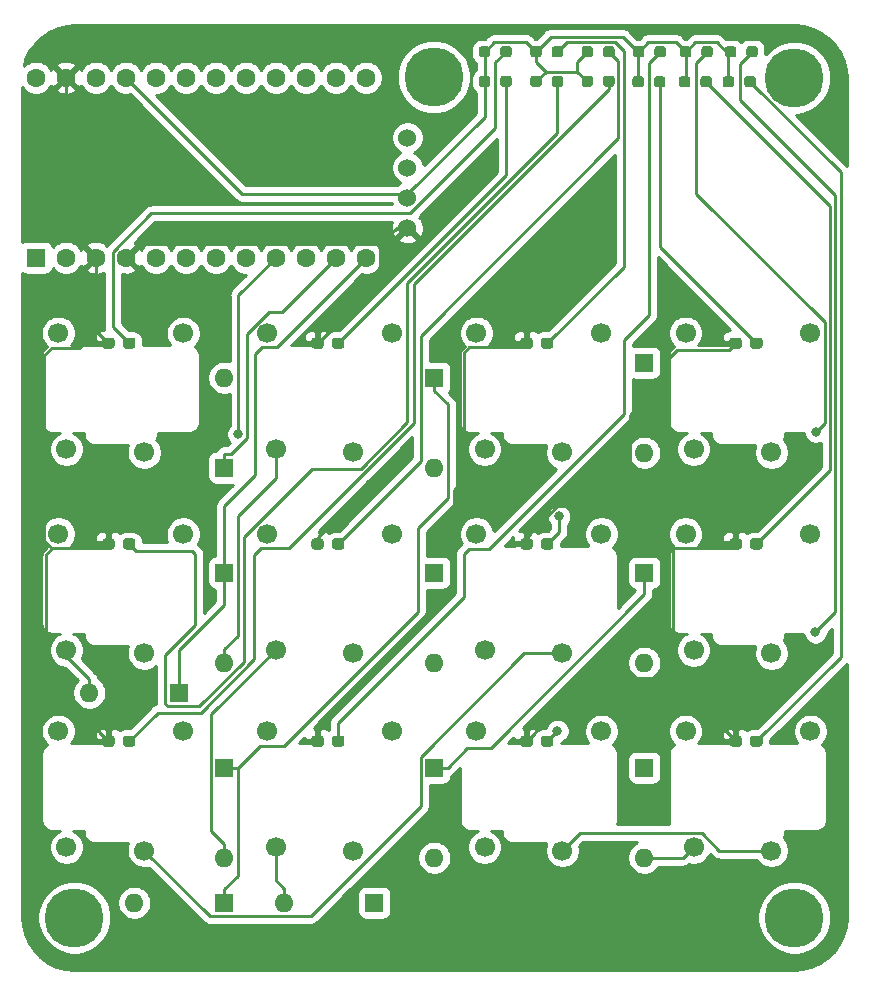
<source format=gbr>
%TF.GenerationSoftware,KiCad,Pcbnew,(5.1.10)-1*%
%TF.CreationDate,2021-07-14T17:28:45+02:00*%
%TF.ProjectId,kailh-keys,6b61696c-682d-46b6-9579-732e6b696361,rev?*%
%TF.SameCoordinates,Original*%
%TF.FileFunction,Copper,L1,Top*%
%TF.FilePolarity,Positive*%
%FSLAX46Y46*%
G04 Gerber Fmt 4.6, Leading zero omitted, Abs format (unit mm)*
G04 Created by KiCad (PCBNEW (5.1.10)-1) date 2021-07-14 17:28:45*
%MOMM*%
%LPD*%
G01*
G04 APERTURE LIST*
%TA.AperFunction,ComponentPad*%
%ADD10C,1.700000*%
%TD*%
%TA.AperFunction,ComponentPad*%
%ADD11O,1.600000X1.600000*%
%TD*%
%TA.AperFunction,ComponentPad*%
%ADD12R,1.600000X1.600000*%
%TD*%
%TA.AperFunction,ComponentPad*%
%ADD13C,5.000000*%
%TD*%
%TA.AperFunction,ComponentPad*%
%ADD14C,0.800000*%
%TD*%
%TA.AperFunction,ComponentPad*%
%ADD15C,1.524000*%
%TD*%
%TA.AperFunction,ComponentPad*%
%ADD16C,1.600000*%
%TD*%
%TA.AperFunction,ViaPad*%
%ADD17C,0.800000*%
%TD*%
%TA.AperFunction,Conductor*%
%ADD18C,0.250000*%
%TD*%
%TA.AperFunction,Conductor*%
%ADD19C,0.254000*%
%TD*%
%TA.AperFunction,Conductor*%
%ADD20C,0.100000*%
%TD*%
G04 APERTURE END LIST*
%TO.P,SW1,6*%
%TO.N,GND*%
%TA.AperFunction,SMDPad,CuDef*%
G36*
G01*
X174445000Y-63994900D02*
X174445000Y-63519900D01*
G75*
G02*
X174682500Y-63282400I237500J0D01*
G01*
X175257500Y-63282400D01*
G75*
G02*
X175495000Y-63519900I0J-237500D01*
G01*
X175495000Y-63994900D01*
G75*
G02*
X175257500Y-64232400I-237500J0D01*
G01*
X174682500Y-64232400D01*
G75*
G02*
X174445000Y-63994900I0J237500D01*
G01*
G37*
%TD.AperFunction*%
%TO.P,SW1,5*%
%TO.N,Net-(R1-Pad2)*%
%TA.AperFunction,SMDPad,CuDef*%
G36*
G01*
X176195000Y-63994900D02*
X176195000Y-63519900D01*
G75*
G02*
X176432500Y-63282400I237500J0D01*
G01*
X177007500Y-63282400D01*
G75*
G02*
X177245000Y-63519900I0J-237500D01*
G01*
X177245000Y-63994900D01*
G75*
G02*
X177007500Y-64232400I-237500J0D01*
G01*
X176432500Y-64232400D01*
G75*
G02*
X176195000Y-63994900I0J237500D01*
G01*
G37*
%TD.AperFunction*%
D10*
%TO.P,SW1,2*%
%TO.N,COL0*%
X178004000Y-73015700D03*
%TO.P,SW1,1*%
%TO.N,Net-(D1-Pad2)*%
X171412700Y-72736300D03*
%TO.P,SW1,3*%
%TO.N,N/C*%
X181306000Y-62919200D03*
X170726900Y-62906500D03*
%TD*%
%TO.P,SW2,6*%
%TO.N,GND*%
%TA.AperFunction,SMDPad,CuDef*%
G36*
G01*
X192145000Y-63994900D02*
X192145000Y-63519900D01*
G75*
G02*
X192382500Y-63282400I237500J0D01*
G01*
X192957500Y-63282400D01*
G75*
G02*
X193195000Y-63519900I0J-237500D01*
G01*
X193195000Y-63994900D01*
G75*
G02*
X192957500Y-64232400I-237500J0D01*
G01*
X192382500Y-64232400D01*
G75*
G02*
X192145000Y-63994900I0J237500D01*
G01*
G37*
%TD.AperFunction*%
%TO.P,SW2,5*%
%TO.N,Net-(R2-Pad2)*%
%TA.AperFunction,SMDPad,CuDef*%
G36*
G01*
X193895000Y-63994900D02*
X193895000Y-63519900D01*
G75*
G02*
X194132500Y-63282400I237500J0D01*
G01*
X194707500Y-63282400D01*
G75*
G02*
X194945000Y-63519900I0J-237500D01*
G01*
X194945000Y-63994900D01*
G75*
G02*
X194707500Y-64232400I-237500J0D01*
G01*
X194132500Y-64232400D01*
G75*
G02*
X193895000Y-63994900I0J237500D01*
G01*
G37*
%TD.AperFunction*%
%TO.P,SW2,2*%
%TO.N,COL0*%
X195704000Y-73015700D03*
%TO.P,SW2,1*%
%TO.N,Net-(D2-Pad2)*%
X189112700Y-72736300D03*
%TO.P,SW2,3*%
%TO.N,N/C*%
X199006000Y-62919200D03*
X188426900Y-62906500D03*
%TD*%
%TO.P,SW3,6*%
%TO.N,GND*%
%TA.AperFunction,SMDPad,CuDef*%
G36*
G01*
X209845000Y-63994900D02*
X209845000Y-63519900D01*
G75*
G02*
X210082500Y-63282400I237500J0D01*
G01*
X210657500Y-63282400D01*
G75*
G02*
X210895000Y-63519900I0J-237500D01*
G01*
X210895000Y-63994900D01*
G75*
G02*
X210657500Y-64232400I-237500J0D01*
G01*
X210082500Y-64232400D01*
G75*
G02*
X209845000Y-63994900I0J237500D01*
G01*
G37*
%TD.AperFunction*%
%TO.P,SW3,5*%
%TO.N,Net-(R3-Pad2)*%
%TA.AperFunction,SMDPad,CuDef*%
G36*
G01*
X211595000Y-63994900D02*
X211595000Y-63519900D01*
G75*
G02*
X211832500Y-63282400I237500J0D01*
G01*
X212407500Y-63282400D01*
G75*
G02*
X212645000Y-63519900I0J-237500D01*
G01*
X212645000Y-63994900D01*
G75*
G02*
X212407500Y-64232400I-237500J0D01*
G01*
X211832500Y-64232400D01*
G75*
G02*
X211595000Y-63994900I0J237500D01*
G01*
G37*
%TD.AperFunction*%
%TO.P,SW3,2*%
%TO.N,COL0*%
X213404000Y-73015700D03*
%TO.P,SW3,1*%
%TO.N,Net-(D3-Pad2)*%
X206812700Y-72736300D03*
%TO.P,SW3,3*%
%TO.N,N/C*%
X216706000Y-62919200D03*
X206126900Y-62906500D03*
%TD*%
%TO.P,SW4,6*%
%TO.N,GND*%
%TA.AperFunction,SMDPad,CuDef*%
G36*
G01*
X227545000Y-63994900D02*
X227545000Y-63519900D01*
G75*
G02*
X227782500Y-63282400I237500J0D01*
G01*
X228357500Y-63282400D01*
G75*
G02*
X228595000Y-63519900I0J-237500D01*
G01*
X228595000Y-63994900D01*
G75*
G02*
X228357500Y-64232400I-237500J0D01*
G01*
X227782500Y-64232400D01*
G75*
G02*
X227545000Y-63994900I0J237500D01*
G01*
G37*
%TD.AperFunction*%
%TO.P,SW4,5*%
%TO.N,Net-(R4-Pad2)*%
%TA.AperFunction,SMDPad,CuDef*%
G36*
G01*
X229295000Y-63994900D02*
X229295000Y-63519900D01*
G75*
G02*
X229532500Y-63282400I237500J0D01*
G01*
X230107500Y-63282400D01*
G75*
G02*
X230345000Y-63519900I0J-237500D01*
G01*
X230345000Y-63994900D01*
G75*
G02*
X230107500Y-64232400I-237500J0D01*
G01*
X229532500Y-64232400D01*
G75*
G02*
X229295000Y-63994900I0J237500D01*
G01*
G37*
%TD.AperFunction*%
%TO.P,SW4,2*%
%TO.N,COL1*%
X231104000Y-73015700D03*
%TO.P,SW4,1*%
%TO.N,Net-(D4-Pad2)*%
X224512700Y-72736300D03*
%TO.P,SW4,3*%
%TO.N,N/C*%
X234406000Y-62919200D03*
X223826900Y-62906500D03*
%TD*%
%TO.P,SW5,6*%
%TO.N,GND*%
%TA.AperFunction,SMDPad,CuDef*%
G36*
G01*
X174445000Y-80994900D02*
X174445000Y-80519900D01*
G75*
G02*
X174682500Y-80282400I237500J0D01*
G01*
X175257500Y-80282400D01*
G75*
G02*
X175495000Y-80519900I0J-237500D01*
G01*
X175495000Y-80994900D01*
G75*
G02*
X175257500Y-81232400I-237500J0D01*
G01*
X174682500Y-81232400D01*
G75*
G02*
X174445000Y-80994900I0J237500D01*
G01*
G37*
%TD.AperFunction*%
%TO.P,SW5,5*%
%TO.N,Net-(R5-Pad2)*%
%TA.AperFunction,SMDPad,CuDef*%
G36*
G01*
X176195000Y-80994900D02*
X176195000Y-80519900D01*
G75*
G02*
X176432500Y-80282400I237500J0D01*
G01*
X177007500Y-80282400D01*
G75*
G02*
X177245000Y-80519900I0J-237500D01*
G01*
X177245000Y-80994900D01*
G75*
G02*
X177007500Y-81232400I-237500J0D01*
G01*
X176432500Y-81232400D01*
G75*
G02*
X176195000Y-80994900I0J237500D01*
G01*
G37*
%TD.AperFunction*%
%TO.P,SW5,2*%
%TO.N,COL1*%
X178004000Y-90015700D03*
%TO.P,SW5,1*%
%TO.N,Net-(D5-Pad2)*%
X171412700Y-89736300D03*
%TO.P,SW5,3*%
%TO.N,N/C*%
X181306000Y-79919200D03*
X170726900Y-79906500D03*
%TD*%
%TO.P,SW6,6*%
%TO.N,GND*%
%TA.AperFunction,SMDPad,CuDef*%
G36*
G01*
X192145000Y-80994900D02*
X192145000Y-80519900D01*
G75*
G02*
X192382500Y-80282400I237500J0D01*
G01*
X192957500Y-80282400D01*
G75*
G02*
X193195000Y-80519900I0J-237500D01*
G01*
X193195000Y-80994900D01*
G75*
G02*
X192957500Y-81232400I-237500J0D01*
G01*
X192382500Y-81232400D01*
G75*
G02*
X192145000Y-80994900I0J237500D01*
G01*
G37*
%TD.AperFunction*%
%TO.P,SW6,5*%
%TO.N,Net-(R6-Pad2)*%
%TA.AperFunction,SMDPad,CuDef*%
G36*
G01*
X193895000Y-80994900D02*
X193895000Y-80519900D01*
G75*
G02*
X194132500Y-80282400I237500J0D01*
G01*
X194707500Y-80282400D01*
G75*
G02*
X194945000Y-80519900I0J-237500D01*
G01*
X194945000Y-80994900D01*
G75*
G02*
X194707500Y-81232400I-237500J0D01*
G01*
X194132500Y-81232400D01*
G75*
G02*
X193895000Y-80994900I0J237500D01*
G01*
G37*
%TD.AperFunction*%
%TO.P,SW6,2*%
%TO.N,COL1*%
X195704000Y-90015700D03*
%TO.P,SW6,1*%
%TO.N,Net-(D6-Pad2)*%
X189112700Y-89736300D03*
%TO.P,SW6,3*%
%TO.N,N/C*%
X199006000Y-79919200D03*
X188426900Y-79906500D03*
%TD*%
%TO.P,SW7,6*%
%TO.N,GND*%
%TA.AperFunction,SMDPad,CuDef*%
G36*
G01*
X209845000Y-80994900D02*
X209845000Y-80519900D01*
G75*
G02*
X210082500Y-80282400I237500J0D01*
G01*
X210657500Y-80282400D01*
G75*
G02*
X210895000Y-80519900I0J-237500D01*
G01*
X210895000Y-80994900D01*
G75*
G02*
X210657500Y-81232400I-237500J0D01*
G01*
X210082500Y-81232400D01*
G75*
G02*
X209845000Y-80994900I0J237500D01*
G01*
G37*
%TD.AperFunction*%
%TO.P,SW7,5*%
%TO.N,Net-(R7-Pad2)*%
%TA.AperFunction,SMDPad,CuDef*%
G36*
G01*
X211595000Y-80994900D02*
X211595000Y-80519900D01*
G75*
G02*
X211832500Y-80282400I237500J0D01*
G01*
X212407500Y-80282400D01*
G75*
G02*
X212645000Y-80519900I0J-237500D01*
G01*
X212645000Y-80994900D01*
G75*
G02*
X212407500Y-81232400I-237500J0D01*
G01*
X211832500Y-81232400D01*
G75*
G02*
X211595000Y-80994900I0J237500D01*
G01*
G37*
%TD.AperFunction*%
%TO.P,SW7,2*%
%TO.N,COL2*%
X213404000Y-90015700D03*
%TO.P,SW7,1*%
%TO.N,Net-(D7-Pad2)*%
X206812700Y-89736300D03*
%TO.P,SW7,3*%
%TO.N,N/C*%
X216706000Y-79919200D03*
X206126900Y-79906500D03*
%TD*%
%TO.P,SW8,6*%
%TO.N,GND*%
%TA.AperFunction,SMDPad,CuDef*%
G36*
G01*
X227545000Y-80994900D02*
X227545000Y-80519900D01*
G75*
G02*
X227782500Y-80282400I237500J0D01*
G01*
X228357500Y-80282400D01*
G75*
G02*
X228595000Y-80519900I0J-237500D01*
G01*
X228595000Y-80994900D01*
G75*
G02*
X228357500Y-81232400I-237500J0D01*
G01*
X227782500Y-81232400D01*
G75*
G02*
X227545000Y-80994900I0J237500D01*
G01*
G37*
%TD.AperFunction*%
%TO.P,SW8,5*%
%TO.N,Net-(R8-Pad2)*%
%TA.AperFunction,SMDPad,CuDef*%
G36*
G01*
X229295000Y-80994900D02*
X229295000Y-80519900D01*
G75*
G02*
X229532500Y-80282400I237500J0D01*
G01*
X230107500Y-80282400D01*
G75*
G02*
X230345000Y-80519900I0J-237500D01*
G01*
X230345000Y-80994900D01*
G75*
G02*
X230107500Y-81232400I-237500J0D01*
G01*
X229532500Y-81232400D01*
G75*
G02*
X229295000Y-80994900I0J237500D01*
G01*
G37*
%TD.AperFunction*%
%TO.P,SW8,2*%
%TO.N,COL2*%
X231104000Y-90015700D03*
%TO.P,SW8,1*%
%TO.N,Net-(D8-Pad2)*%
X224512700Y-89736300D03*
%TO.P,SW8,3*%
%TO.N,N/C*%
X234406000Y-79919200D03*
X223826900Y-79906500D03*
%TD*%
%TO.P,SW9,6*%
%TO.N,GND*%
%TA.AperFunction,SMDPad,CuDef*%
G36*
G01*
X174445000Y-97694900D02*
X174445000Y-97219900D01*
G75*
G02*
X174682500Y-96982400I237500J0D01*
G01*
X175257500Y-96982400D01*
G75*
G02*
X175495000Y-97219900I0J-237500D01*
G01*
X175495000Y-97694900D01*
G75*
G02*
X175257500Y-97932400I-237500J0D01*
G01*
X174682500Y-97932400D01*
G75*
G02*
X174445000Y-97694900I0J237500D01*
G01*
G37*
%TD.AperFunction*%
%TO.P,SW9,5*%
%TO.N,Net-(R9-Pad2)*%
%TA.AperFunction,SMDPad,CuDef*%
G36*
G01*
X176195000Y-97694900D02*
X176195000Y-97219900D01*
G75*
G02*
X176432500Y-96982400I237500J0D01*
G01*
X177007500Y-96982400D01*
G75*
G02*
X177245000Y-97219900I0J-237500D01*
G01*
X177245000Y-97694900D01*
G75*
G02*
X177007500Y-97932400I-237500J0D01*
G01*
X176432500Y-97932400D01*
G75*
G02*
X176195000Y-97694900I0J237500D01*
G01*
G37*
%TD.AperFunction*%
%TO.P,SW9,2*%
%TO.N,COL2*%
X178004000Y-106715700D03*
%TO.P,SW9,1*%
%TO.N,Net-(D9-Pad2)*%
X171412700Y-106436300D03*
%TO.P,SW9,3*%
%TO.N,N/C*%
X181306000Y-96619200D03*
X170726900Y-96606500D03*
%TD*%
%TO.P,SW10,6*%
%TO.N,GND*%
%TA.AperFunction,SMDPad,CuDef*%
G36*
G01*
X192145000Y-97694900D02*
X192145000Y-97219900D01*
G75*
G02*
X192382500Y-96982400I237500J0D01*
G01*
X192957500Y-96982400D01*
G75*
G02*
X193195000Y-97219900I0J-237500D01*
G01*
X193195000Y-97694900D01*
G75*
G02*
X192957500Y-97932400I-237500J0D01*
G01*
X192382500Y-97932400D01*
G75*
G02*
X192145000Y-97694900I0J237500D01*
G01*
G37*
%TD.AperFunction*%
%TO.P,SW10,5*%
%TO.N,Net-(R10-Pad2)*%
%TA.AperFunction,SMDPad,CuDef*%
G36*
G01*
X193895000Y-97694900D02*
X193895000Y-97219900D01*
G75*
G02*
X194132500Y-96982400I237500J0D01*
G01*
X194707500Y-96982400D01*
G75*
G02*
X194945000Y-97219900I0J-237500D01*
G01*
X194945000Y-97694900D01*
G75*
G02*
X194707500Y-97932400I-237500J0D01*
G01*
X194132500Y-97932400D01*
G75*
G02*
X193895000Y-97694900I0J237500D01*
G01*
G37*
%TD.AperFunction*%
%TO.P,SW10,2*%
%TO.N,COL3*%
X195704000Y-106715700D03*
%TO.P,SW10,1*%
%TO.N,Net-(D10-Pad2)*%
X189112700Y-106436300D03*
%TO.P,SW10,3*%
%TO.N,N/C*%
X199006000Y-96619200D03*
X188426900Y-96606500D03*
%TD*%
%TO.P,SW11,6*%
%TO.N,GND*%
%TA.AperFunction,SMDPad,CuDef*%
G36*
G01*
X209845000Y-97694900D02*
X209845000Y-97219900D01*
G75*
G02*
X210082500Y-96982400I237500J0D01*
G01*
X210657500Y-96982400D01*
G75*
G02*
X210895000Y-97219900I0J-237500D01*
G01*
X210895000Y-97694900D01*
G75*
G02*
X210657500Y-97932400I-237500J0D01*
G01*
X210082500Y-97932400D01*
G75*
G02*
X209845000Y-97694900I0J237500D01*
G01*
G37*
%TD.AperFunction*%
%TO.P,SW11,5*%
%TO.N,Net-(R11-Pad2)*%
%TA.AperFunction,SMDPad,CuDef*%
G36*
G01*
X211595000Y-97694900D02*
X211595000Y-97219900D01*
G75*
G02*
X211832500Y-96982400I237500J0D01*
G01*
X212407500Y-96982400D01*
G75*
G02*
X212645000Y-97219900I0J-237500D01*
G01*
X212645000Y-97694900D01*
G75*
G02*
X212407500Y-97932400I-237500J0D01*
G01*
X211832500Y-97932400D01*
G75*
G02*
X211595000Y-97694900I0J237500D01*
G01*
G37*
%TD.AperFunction*%
%TO.P,SW11,2*%
%TO.N,COL3*%
X213404000Y-106715700D03*
%TO.P,SW11,1*%
%TO.N,Net-(D11-Pad2)*%
X206812700Y-106436300D03*
%TO.P,SW11,3*%
%TO.N,N/C*%
X216706000Y-96619200D03*
X206126900Y-96606500D03*
%TD*%
%TO.P,SW12,6*%
%TO.N,GND*%
%TA.AperFunction,SMDPad,CuDef*%
G36*
G01*
X227545000Y-97694900D02*
X227545000Y-97219900D01*
G75*
G02*
X227782500Y-96982400I237500J0D01*
G01*
X228357500Y-96982400D01*
G75*
G02*
X228595000Y-97219900I0J-237500D01*
G01*
X228595000Y-97694900D01*
G75*
G02*
X228357500Y-97932400I-237500J0D01*
G01*
X227782500Y-97932400D01*
G75*
G02*
X227545000Y-97694900I0J237500D01*
G01*
G37*
%TD.AperFunction*%
%TO.P,SW12,5*%
%TO.N,Net-(R12-Pad2)*%
%TA.AperFunction,SMDPad,CuDef*%
G36*
G01*
X229295000Y-97694900D02*
X229295000Y-97219900D01*
G75*
G02*
X229532500Y-96982400I237500J0D01*
G01*
X230107500Y-96982400D01*
G75*
G02*
X230345000Y-97219900I0J-237500D01*
G01*
X230345000Y-97694900D01*
G75*
G02*
X230107500Y-97932400I-237500J0D01*
G01*
X229532500Y-97932400D01*
G75*
G02*
X229295000Y-97694900I0J237500D01*
G01*
G37*
%TD.AperFunction*%
%TO.P,SW12,2*%
%TO.N,COL3*%
X231104000Y-106715700D03*
%TO.P,SW12,1*%
%TO.N,Net-(D12-Pad2)*%
X224512700Y-106436300D03*
%TO.P,SW12,3*%
%TO.N,N/C*%
X234406000Y-96619200D03*
X223826900Y-96606500D03*
%TD*%
D11*
%TO.P,D1,2*%
%TO.N,Net-(D1-Pad2)*%
X184785000Y-66675000D03*
D12*
%TO.P,D1,1*%
%TO.N,ROW0*%
X184785000Y-74295000D03*
%TD*%
D11*
%TO.P,D2,2*%
%TO.N,Net-(D2-Pad2)*%
X184785000Y-90805000D03*
D12*
%TO.P,D2,1*%
%TO.N,ROW1*%
X184785000Y-83185000D03*
%TD*%
%TO.P,D3,1*%
%TO.N,ROW2*%
X202565000Y-66675000D03*
D11*
%TO.P,D3,2*%
%TO.N,Net-(D3-Pad2)*%
X202565000Y-74295000D03*
%TD*%
D12*
%TO.P,D4,1*%
%TO.N,ROW0*%
X220345000Y-65405000D03*
D11*
%TO.P,D4,2*%
%TO.N,Net-(D4-Pad2)*%
X220345000Y-73025000D03*
%TD*%
D12*
%TO.P,D5,1*%
%TO.N,ROW1*%
X180975000Y-93345000D03*
D11*
%TO.P,D5,2*%
%TO.N,Net-(D5-Pad2)*%
X173355000Y-93345000D03*
%TD*%
%TO.P,D6,2*%
%TO.N,Net-(D6-Pad2)*%
X184785000Y-107315000D03*
D12*
%TO.P,D6,1*%
%TO.N,ROW2*%
X184785000Y-99695000D03*
%TD*%
D11*
%TO.P,D7,2*%
%TO.N,Net-(D7-Pad2)*%
X202565000Y-90805000D03*
D12*
%TO.P,D7,1*%
%TO.N,ROW0*%
X202565000Y-83185000D03*
%TD*%
%TO.P,D8,1*%
%TO.N,ROW1*%
X220345000Y-83185000D03*
D11*
%TO.P,D8,2*%
%TO.N,Net-(D8-Pad2)*%
X220345000Y-90805000D03*
%TD*%
%TO.P,D9,2*%
%TO.N,Net-(D9-Pad2)*%
X177165000Y-111125000D03*
D12*
%TO.P,D9,1*%
%TO.N,ROW2*%
X184785000Y-111125000D03*
%TD*%
%TO.P,D10,1*%
%TO.N,ROW0*%
X197485000Y-111125000D03*
D11*
%TO.P,D10,2*%
%TO.N,Net-(D10-Pad2)*%
X189865000Y-111125000D03*
%TD*%
D12*
%TO.P,D11,1*%
%TO.N,ROW1*%
X202565000Y-99695000D03*
D11*
%TO.P,D11,2*%
%TO.N,Net-(D11-Pad2)*%
X202565000Y-107315000D03*
%TD*%
%TO.P,D12,2*%
%TO.N,Net-(D12-Pad2)*%
X220345000Y-107315000D03*
D12*
%TO.P,D12,1*%
%TO.N,ROW2*%
X220345000Y-99695000D03*
%TD*%
D13*
%TO.P,H1,1*%
%TO.N,N/C*%
X172085000Y-112395000D03*
D14*
X173960000Y-112395000D03*
X173410825Y-113720825D03*
X172085000Y-114270000D03*
X170759175Y-113720825D03*
X170210000Y-112395000D03*
X170759175Y-111069175D03*
X172085000Y-110520000D03*
X173410825Y-111069175D03*
%TD*%
D13*
%TO.P,H2,1*%
%TO.N,N/C*%
X233045000Y-112395000D03*
D14*
X234920000Y-112395000D03*
X234370825Y-113720825D03*
X233045000Y-114270000D03*
X231719175Y-113720825D03*
X231170000Y-112395000D03*
X231719175Y-111069175D03*
X233045000Y-110520000D03*
X234370825Y-111069175D03*
%TD*%
%TO.P,H3,1*%
%TO.N,N/C*%
X234370825Y-39949175D03*
X233045000Y-39400000D03*
X231719175Y-39949175D03*
X231170000Y-41275000D03*
X231719175Y-42600825D03*
X233045000Y-43150000D03*
X234370825Y-42600825D03*
X234920000Y-41275000D03*
D13*
X233045000Y-41275000D03*
%TD*%
D14*
%TO.P,H4,1*%
%TO.N,N/C*%
X203834825Y-39893375D03*
X202509000Y-39344200D03*
X201183175Y-39893375D03*
X200634000Y-41219200D03*
X201183175Y-42545025D03*
X202509000Y-43094200D03*
X203834825Y-42545025D03*
X204384000Y-41219200D03*
D13*
X202509000Y-41219200D03*
%TD*%
D15*
%TO.P,U1,4*%
%TO.N,GND*%
X200279000Y-53975000D03*
%TO.P,U1,3*%
%TO.N,LED1*%
X200279000Y-51435000D03*
%TO.P,U1,2*%
%TO.N,SCL*%
X200279000Y-48895000D03*
%TO.P,U1,1*%
%TO.N,SDA*%
X200279000Y-46355000D03*
%TD*%
D16*
%TO.P,U2,24*%
%TO.N,Net-(U2-Pad24)*%
X168834000Y-41275000D03*
%TO.P,U2,23*%
%TO.N,GND*%
X171374000Y-41275000D03*
%TO.P,U2,22*%
%TO.N,Net-(U2-Pad22)*%
X173914000Y-41275000D03*
%TO.P,U2,21*%
%TO.N,LED1*%
X176454000Y-41275000D03*
%TO.P,U2,20*%
%TO.N,Net-(U2-Pad20)*%
X178994000Y-41275000D03*
%TO.P,U2,19*%
%TO.N,Net-(U2-Pad19)*%
X181534000Y-41275000D03*
%TO.P,U2,18*%
%TO.N,Net-(U2-Pad18)*%
X184074000Y-41275000D03*
%TO.P,U2,17*%
%TO.N,Net-(U2-Pad17)*%
X186614000Y-41275000D03*
%TO.P,U2,16*%
%TO.N,ROW2*%
X189154000Y-41275000D03*
%TO.P,U2,15*%
%TO.N,Net-(U2-Pad15)*%
X191694000Y-41275000D03*
%TO.P,U2,14*%
%TO.N,Net-(U2-Pad14)*%
X194234000Y-41275000D03*
%TO.P,U2,13*%
%TO.N,Net-(U2-Pad13)*%
X196774000Y-41275000D03*
%TO.P,U2,12*%
%TO.N,ROW1*%
X196774000Y-56515000D03*
%TO.P,U2,11*%
%TO.N,ROW0*%
X194234000Y-56515000D03*
%TO.P,U2,10*%
%TO.N,COL3*%
X191694000Y-56515000D03*
%TO.P,U2,9*%
%TO.N,COL2*%
X189154000Y-56515000D03*
%TO.P,U2,8*%
%TO.N,COL1*%
X186614000Y-56515000D03*
%TO.P,U2,7*%
%TO.N,COL0*%
X184074000Y-56515000D03*
%TO.P,U2,6*%
%TO.N,SCL*%
X181534000Y-56515000D03*
%TO.P,U2,5*%
%TO.N,SDA*%
X178994000Y-56515000D03*
%TO.P,U2,4*%
%TO.N,GND*%
X176454000Y-56515000D03*
%TO.P,U2,3*%
X173914000Y-56515000D03*
%TO.P,U2,2*%
%TO.N,Net-(U2-Pad2)*%
X171374000Y-56515000D03*
D12*
%TO.P,U2,1*%
%TO.N,Net-(U2-Pad1)*%
X168834000Y-56515000D03*
%TD*%
%TO.P,R1,1*%
%TO.N,LED1*%
%TA.AperFunction,SMDPad,CuDef*%
G36*
G01*
X206320000Y-39321100D02*
X206320000Y-38846100D01*
G75*
G02*
X206557500Y-38608600I237500J0D01*
G01*
X207057500Y-38608600D01*
G75*
G02*
X207295000Y-38846100I0J-237500D01*
G01*
X207295000Y-39321100D01*
G75*
G02*
X207057500Y-39558600I-237500J0D01*
G01*
X206557500Y-39558600D01*
G75*
G02*
X206320000Y-39321100I0J237500D01*
G01*
G37*
%TD.AperFunction*%
%TO.P,R1,2*%
%TO.N,Net-(R1-Pad2)*%
%TA.AperFunction,SMDPad,CuDef*%
G36*
G01*
X208145000Y-39321100D02*
X208145000Y-38846100D01*
G75*
G02*
X208382500Y-38608600I237500J0D01*
G01*
X208882500Y-38608600D01*
G75*
G02*
X209120000Y-38846100I0J-237500D01*
G01*
X209120000Y-39321100D01*
G75*
G02*
X208882500Y-39558600I-237500J0D01*
G01*
X208382500Y-39558600D01*
G75*
G02*
X208145000Y-39321100I0J237500D01*
G01*
G37*
%TD.AperFunction*%
%TD*%
%TO.P,R2,1*%
%TO.N,LED1*%
%TA.AperFunction,SMDPad,CuDef*%
G36*
G01*
X206320000Y-41831100D02*
X206320000Y-41356100D01*
G75*
G02*
X206557500Y-41118600I237500J0D01*
G01*
X207057500Y-41118600D01*
G75*
G02*
X207295000Y-41356100I0J-237500D01*
G01*
X207295000Y-41831100D01*
G75*
G02*
X207057500Y-42068600I-237500J0D01*
G01*
X206557500Y-42068600D01*
G75*
G02*
X206320000Y-41831100I0J237500D01*
G01*
G37*
%TD.AperFunction*%
%TO.P,R2,2*%
%TO.N,Net-(R2-Pad2)*%
%TA.AperFunction,SMDPad,CuDef*%
G36*
G01*
X208145000Y-41831100D02*
X208145000Y-41356100D01*
G75*
G02*
X208382500Y-41118600I237500J0D01*
G01*
X208882500Y-41118600D01*
G75*
G02*
X209120000Y-41356100I0J-237500D01*
G01*
X209120000Y-41831100D01*
G75*
G02*
X208882500Y-42068600I-237500J0D01*
G01*
X208382500Y-42068600D01*
G75*
G02*
X208145000Y-41831100I0J237500D01*
G01*
G37*
%TD.AperFunction*%
%TD*%
%TO.P,R3,2*%
%TO.N,Net-(R3-Pad2)*%
%TA.AperFunction,SMDPad,CuDef*%
G36*
G01*
X212495000Y-39321100D02*
X212495000Y-38846100D01*
G75*
G02*
X212732500Y-38608600I237500J0D01*
G01*
X213232500Y-38608600D01*
G75*
G02*
X213470000Y-38846100I0J-237500D01*
G01*
X213470000Y-39321100D01*
G75*
G02*
X213232500Y-39558600I-237500J0D01*
G01*
X212732500Y-39558600D01*
G75*
G02*
X212495000Y-39321100I0J237500D01*
G01*
G37*
%TD.AperFunction*%
%TO.P,R3,1*%
%TO.N,LED1*%
%TA.AperFunction,SMDPad,CuDef*%
G36*
G01*
X210670000Y-39321100D02*
X210670000Y-38846100D01*
G75*
G02*
X210907500Y-38608600I237500J0D01*
G01*
X211407500Y-38608600D01*
G75*
G02*
X211645000Y-38846100I0J-237500D01*
G01*
X211645000Y-39321100D01*
G75*
G02*
X211407500Y-39558600I-237500J0D01*
G01*
X210907500Y-39558600D01*
G75*
G02*
X210670000Y-39321100I0J237500D01*
G01*
G37*
%TD.AperFunction*%
%TD*%
%TO.P,R4,2*%
%TO.N,Net-(R4-Pad2)*%
%TA.AperFunction,SMDPad,CuDef*%
G36*
G01*
X221151000Y-41868100D02*
X221151000Y-41393100D01*
G75*
G02*
X221388500Y-41155600I237500J0D01*
G01*
X221888500Y-41155600D01*
G75*
G02*
X222126000Y-41393100I0J-237500D01*
G01*
X222126000Y-41868100D01*
G75*
G02*
X221888500Y-42105600I-237500J0D01*
G01*
X221388500Y-42105600D01*
G75*
G02*
X221151000Y-41868100I0J237500D01*
G01*
G37*
%TD.AperFunction*%
%TO.P,R4,1*%
%TO.N,LED1*%
%TA.AperFunction,SMDPad,CuDef*%
G36*
G01*
X219326000Y-41868100D02*
X219326000Y-41393100D01*
G75*
G02*
X219563500Y-41155600I237500J0D01*
G01*
X220063500Y-41155600D01*
G75*
G02*
X220301000Y-41393100I0J-237500D01*
G01*
X220301000Y-41868100D01*
G75*
G02*
X220063500Y-42105600I-237500J0D01*
G01*
X219563500Y-42105600D01*
G75*
G02*
X219326000Y-41868100I0J237500D01*
G01*
G37*
%TD.AperFunction*%
%TD*%
%TO.P,R5,1*%
%TO.N,LED1*%
%TA.AperFunction,SMDPad,CuDef*%
G36*
G01*
X210670000Y-41831100D02*
X210670000Y-41356100D01*
G75*
G02*
X210907500Y-41118600I237500J0D01*
G01*
X211407500Y-41118600D01*
G75*
G02*
X211645000Y-41356100I0J-237500D01*
G01*
X211645000Y-41831100D01*
G75*
G02*
X211407500Y-42068600I-237500J0D01*
G01*
X210907500Y-42068600D01*
G75*
G02*
X210670000Y-41831100I0J237500D01*
G01*
G37*
%TD.AperFunction*%
%TO.P,R5,2*%
%TO.N,Net-(R5-Pad2)*%
%TA.AperFunction,SMDPad,CuDef*%
G36*
G01*
X212495000Y-41831100D02*
X212495000Y-41356100D01*
G75*
G02*
X212732500Y-41118600I237500J0D01*
G01*
X213232500Y-41118600D01*
G75*
G02*
X213470000Y-41356100I0J-237500D01*
G01*
X213470000Y-41831100D01*
G75*
G02*
X213232500Y-42068600I-237500J0D01*
G01*
X212732500Y-42068600D01*
G75*
G02*
X212495000Y-41831100I0J237500D01*
G01*
G37*
%TD.AperFunction*%
%TD*%
%TO.P,R6,2*%
%TO.N,Net-(R6-Pad2)*%
%TA.AperFunction,SMDPad,CuDef*%
G36*
G01*
X216845000Y-39321100D02*
X216845000Y-38846100D01*
G75*
G02*
X217082500Y-38608600I237500J0D01*
G01*
X217582500Y-38608600D01*
G75*
G02*
X217820000Y-38846100I0J-237500D01*
G01*
X217820000Y-39321100D01*
G75*
G02*
X217582500Y-39558600I-237500J0D01*
G01*
X217082500Y-39558600D01*
G75*
G02*
X216845000Y-39321100I0J237500D01*
G01*
G37*
%TD.AperFunction*%
%TO.P,R6,1*%
%TO.N,LED1*%
%TA.AperFunction,SMDPad,CuDef*%
G36*
G01*
X215020000Y-39321100D02*
X215020000Y-38846100D01*
G75*
G02*
X215257500Y-38608600I237500J0D01*
G01*
X215757500Y-38608600D01*
G75*
G02*
X215995000Y-38846100I0J-237500D01*
G01*
X215995000Y-39321100D01*
G75*
G02*
X215757500Y-39558600I-237500J0D01*
G01*
X215257500Y-39558600D01*
G75*
G02*
X215020000Y-39321100I0J237500D01*
G01*
G37*
%TD.AperFunction*%
%TD*%
%TO.P,R7,1*%
%TO.N,LED1*%
%TA.AperFunction,SMDPad,CuDef*%
G36*
G01*
X223341000Y-39328100D02*
X223341000Y-38853100D01*
G75*
G02*
X223578500Y-38615600I237500J0D01*
G01*
X224078500Y-38615600D01*
G75*
G02*
X224316000Y-38853100I0J-237500D01*
G01*
X224316000Y-39328100D01*
G75*
G02*
X224078500Y-39565600I-237500J0D01*
G01*
X223578500Y-39565600D01*
G75*
G02*
X223341000Y-39328100I0J237500D01*
G01*
G37*
%TD.AperFunction*%
%TO.P,R7,2*%
%TO.N,Net-(R7-Pad2)*%
%TA.AperFunction,SMDPad,CuDef*%
G36*
G01*
X225166000Y-39328100D02*
X225166000Y-38853100D01*
G75*
G02*
X225403500Y-38615600I237500J0D01*
G01*
X225903500Y-38615600D01*
G75*
G02*
X226141000Y-38853100I0J-237500D01*
G01*
X226141000Y-39328100D01*
G75*
G02*
X225903500Y-39565600I-237500J0D01*
G01*
X225403500Y-39565600D01*
G75*
G02*
X225166000Y-39328100I0J237500D01*
G01*
G37*
%TD.AperFunction*%
%TD*%
%TO.P,R8,2*%
%TO.N,Net-(R8-Pad2)*%
%TA.AperFunction,SMDPad,CuDef*%
G36*
G01*
X225086000Y-41868100D02*
X225086000Y-41393100D01*
G75*
G02*
X225323500Y-41155600I237500J0D01*
G01*
X225823500Y-41155600D01*
G75*
G02*
X226061000Y-41393100I0J-237500D01*
G01*
X226061000Y-41868100D01*
G75*
G02*
X225823500Y-42105600I-237500J0D01*
G01*
X225323500Y-42105600D01*
G75*
G02*
X225086000Y-41868100I0J237500D01*
G01*
G37*
%TD.AperFunction*%
%TO.P,R8,1*%
%TO.N,LED1*%
%TA.AperFunction,SMDPad,CuDef*%
G36*
G01*
X223261000Y-41868100D02*
X223261000Y-41393100D01*
G75*
G02*
X223498500Y-41155600I237500J0D01*
G01*
X223998500Y-41155600D01*
G75*
G02*
X224236000Y-41393100I0J-237500D01*
G01*
X224236000Y-41868100D01*
G75*
G02*
X223998500Y-42105600I-237500J0D01*
G01*
X223498500Y-42105600D01*
G75*
G02*
X223261000Y-41868100I0J237500D01*
G01*
G37*
%TD.AperFunction*%
%TD*%
%TO.P,R9,2*%
%TO.N,Net-(R9-Pad2)*%
%TA.AperFunction,SMDPad,CuDef*%
G36*
G01*
X216845000Y-41831100D02*
X216845000Y-41356100D01*
G75*
G02*
X217082500Y-41118600I237500J0D01*
G01*
X217582500Y-41118600D01*
G75*
G02*
X217820000Y-41356100I0J-237500D01*
G01*
X217820000Y-41831100D01*
G75*
G02*
X217582500Y-42068600I-237500J0D01*
G01*
X217082500Y-42068600D01*
G75*
G02*
X216845000Y-41831100I0J237500D01*
G01*
G37*
%TD.AperFunction*%
%TO.P,R9,1*%
%TO.N,LED1*%
%TA.AperFunction,SMDPad,CuDef*%
G36*
G01*
X215020000Y-41831100D02*
X215020000Y-41356100D01*
G75*
G02*
X215257500Y-41118600I237500J0D01*
G01*
X215757500Y-41118600D01*
G75*
G02*
X215995000Y-41356100I0J-237500D01*
G01*
X215995000Y-41831100D01*
G75*
G02*
X215757500Y-42068600I-237500J0D01*
G01*
X215257500Y-42068600D01*
G75*
G02*
X215020000Y-41831100I0J237500D01*
G01*
G37*
%TD.AperFunction*%
%TD*%
%TO.P,R10,1*%
%TO.N,LED1*%
%TA.AperFunction,SMDPad,CuDef*%
G36*
G01*
X219370000Y-39321100D02*
X219370000Y-38846100D01*
G75*
G02*
X219607500Y-38608600I237500J0D01*
G01*
X220107500Y-38608600D01*
G75*
G02*
X220345000Y-38846100I0J-237500D01*
G01*
X220345000Y-39321100D01*
G75*
G02*
X220107500Y-39558600I-237500J0D01*
G01*
X219607500Y-39558600D01*
G75*
G02*
X219370000Y-39321100I0J237500D01*
G01*
G37*
%TD.AperFunction*%
%TO.P,R10,2*%
%TO.N,Net-(R10-Pad2)*%
%TA.AperFunction,SMDPad,CuDef*%
G36*
G01*
X221195000Y-39321100D02*
X221195000Y-38846100D01*
G75*
G02*
X221432500Y-38608600I237500J0D01*
G01*
X221932500Y-38608600D01*
G75*
G02*
X222170000Y-38846100I0J-237500D01*
G01*
X222170000Y-39321100D01*
G75*
G02*
X221932500Y-39558600I-237500J0D01*
G01*
X221432500Y-39558600D01*
G75*
G02*
X221195000Y-39321100I0J237500D01*
G01*
G37*
%TD.AperFunction*%
%TD*%
%TO.P,R11,2*%
%TO.N,Net-(R11-Pad2)*%
%TA.AperFunction,SMDPad,CuDef*%
G36*
G01*
X228976000Y-39328100D02*
X228976000Y-38853100D01*
G75*
G02*
X229213500Y-38615600I237500J0D01*
G01*
X229713500Y-38615600D01*
G75*
G02*
X229951000Y-38853100I0J-237500D01*
G01*
X229951000Y-39328100D01*
G75*
G02*
X229713500Y-39565600I-237500J0D01*
G01*
X229213500Y-39565600D01*
G75*
G02*
X228976000Y-39328100I0J237500D01*
G01*
G37*
%TD.AperFunction*%
%TO.P,R11,1*%
%TO.N,LED1*%
%TA.AperFunction,SMDPad,CuDef*%
G36*
G01*
X227151000Y-39328100D02*
X227151000Y-38853100D01*
G75*
G02*
X227388500Y-38615600I237500J0D01*
G01*
X227888500Y-38615600D01*
G75*
G02*
X228126000Y-38853100I0J-237500D01*
G01*
X228126000Y-39328100D01*
G75*
G02*
X227888500Y-39565600I-237500J0D01*
G01*
X227388500Y-39565600D01*
G75*
G02*
X227151000Y-39328100I0J237500D01*
G01*
G37*
%TD.AperFunction*%
%TD*%
%TO.P,R12,1*%
%TO.N,LED1*%
%TA.AperFunction,SMDPad,CuDef*%
G36*
G01*
X226973000Y-41868100D02*
X226973000Y-41393100D01*
G75*
G02*
X227210500Y-41155600I237500J0D01*
G01*
X227710500Y-41155600D01*
G75*
G02*
X227948000Y-41393100I0J-237500D01*
G01*
X227948000Y-41868100D01*
G75*
G02*
X227710500Y-42105600I-237500J0D01*
G01*
X227210500Y-42105600D01*
G75*
G02*
X226973000Y-41868100I0J237500D01*
G01*
G37*
%TD.AperFunction*%
%TO.P,R12,2*%
%TO.N,Net-(R12-Pad2)*%
%TA.AperFunction,SMDPad,CuDef*%
G36*
G01*
X228798000Y-41868100D02*
X228798000Y-41393100D01*
G75*
G02*
X229035500Y-41155600I237500J0D01*
G01*
X229535500Y-41155600D01*
G75*
G02*
X229773000Y-41393100I0J-237500D01*
G01*
X229773000Y-41868100D01*
G75*
G02*
X229535500Y-42105600I-237500J0D01*
G01*
X229035500Y-42105600D01*
G75*
G02*
X228798000Y-41868100I0J237500D01*
G01*
G37*
%TD.AperFunction*%
%TD*%
D17*
%TO.N,GND*%
X197146900Y-75677700D03*
X205043900Y-75330200D03*
X219894900Y-69075000D03*
%TO.N,COL2*%
X185977800Y-71444600D03*
%TO.N,Net-(R7-Pad2)*%
X213115600Y-78423100D03*
X234853100Y-71252900D03*
%TO.N,Net-(R11-Pad2)*%
X212985700Y-96591700D03*
X234819500Y-88237600D03*
%TD*%
D18*
%TO.N,GND*%
X197943700Y-55389800D02*
X197878800Y-55324900D01*
X197878800Y-55324900D02*
X177644100Y-55324900D01*
X177644100Y-55324900D02*
X176454000Y-56515000D01*
X197943700Y-55389800D02*
X199358500Y-53975000D01*
X199358500Y-53975000D02*
X200279000Y-53975000D01*
X192670000Y-63757400D02*
X197943700Y-58483700D01*
X197943700Y-58483700D02*
X197943700Y-55389800D01*
X170181800Y-81132900D02*
X169658100Y-81656600D01*
X169658100Y-81656600D02*
X169658100Y-92145500D01*
X169658100Y-92145500D02*
X174970000Y-97457400D01*
X174970000Y-80757400D02*
X174594500Y-81132900D01*
X174594500Y-81132900D02*
X170181800Y-81132900D01*
X173914000Y-62701400D02*
X172482500Y-64132900D01*
X172482500Y-64132900D02*
X170193700Y-64132900D01*
X170193700Y-64132900D02*
X169526000Y-64800600D01*
X169526000Y-64800600D02*
X169526000Y-80477100D01*
X169526000Y-80477100D02*
X170181800Y-81132900D01*
X173914000Y-62701400D02*
X174970000Y-63757400D01*
X173914000Y-56515000D02*
X173914000Y-62701400D01*
X197146900Y-75677700D02*
X192670000Y-80154600D01*
X192670000Y-80154600D02*
X192670000Y-80757400D01*
X192670000Y-97457400D02*
X192670000Y-95934300D01*
X192670000Y-95934300D02*
X204221700Y-84382600D01*
X204221700Y-84382600D02*
X204221700Y-76152400D01*
X204221700Y-76152400D02*
X205043900Y-75330200D01*
X173914000Y-56515000D02*
X171374000Y-53975000D01*
X171374000Y-53975000D02*
X171374000Y-41275000D01*
X219167000Y-77534900D02*
X212978100Y-77534900D01*
X212978100Y-77534900D02*
X210370000Y-80143000D01*
X210370000Y-80143000D02*
X210370000Y-80757400D01*
X219167000Y-77534900D02*
X219167000Y-69802900D01*
X219167000Y-69802900D02*
X219894900Y-69075000D01*
X222746000Y-81113900D02*
X219167000Y-77534900D01*
X222746000Y-92133400D02*
X215694000Y-92133400D01*
X215694000Y-92133400D02*
X210370000Y-97457400D01*
X222746000Y-81113900D02*
X222746000Y-92133400D01*
X222746000Y-92133400D02*
X228070000Y-97457400D01*
X222746000Y-81113900D02*
X227713500Y-81113900D01*
X227713500Y-81113900D02*
X228070000Y-80757400D01*
X205043900Y-75330200D02*
X205043900Y-64580500D01*
X205043900Y-64580500D02*
X205513800Y-64110600D01*
X205513800Y-64110600D02*
X210016800Y-64110600D01*
X210016800Y-64110600D02*
X210370000Y-63757400D01*
X228070000Y-63757400D02*
X227499600Y-64327800D01*
X227499600Y-64327800D02*
X223084500Y-64327800D01*
X223084500Y-64327800D02*
X222264000Y-65148300D01*
X222264000Y-65148300D02*
X222264000Y-66705900D01*
X222264000Y-66705900D02*
X219894900Y-69075000D01*
%TO.N,ROW0*%
X184785000Y-74295000D02*
X184785000Y-73169700D01*
X194234000Y-56515000D02*
X189628200Y-61120800D01*
X189628200Y-61120800D02*
X188540100Y-61120800D01*
X188540100Y-61120800D02*
X186718000Y-62942900D01*
X186718000Y-62942900D02*
X186718000Y-71799300D01*
X186718000Y-71799300D02*
X185347600Y-73169700D01*
X185347600Y-73169700D02*
X184785000Y-73169700D01*
%TO.N,Net-(D2-Pad2)*%
X184785000Y-90805000D02*
X184785000Y-89679700D01*
X184785000Y-89679700D02*
X185910300Y-88554400D01*
X185910300Y-88554400D02*
X185910300Y-78395900D01*
X185910300Y-78395900D02*
X189112700Y-75193500D01*
X189112700Y-75193500D02*
X189112700Y-72736300D01*
%TO.N,ROW1*%
X184785000Y-83185000D02*
X184785000Y-85935200D01*
X184785000Y-85935200D02*
X180975000Y-89745200D01*
X180975000Y-89745200D02*
X180975000Y-93345000D01*
X196774000Y-56515000D02*
X189199300Y-64089700D01*
X189199300Y-64089700D02*
X187943800Y-64089700D01*
X187943800Y-64089700D02*
X187392800Y-64640700D01*
X187392800Y-64640700D02*
X187392800Y-74923300D01*
X187392800Y-74923300D02*
X184785000Y-77531100D01*
X184785000Y-77531100D02*
X184785000Y-83185000D01*
X202565000Y-99695000D02*
X203690300Y-99695000D01*
X203690300Y-99695000D02*
X205357500Y-98027800D01*
X205357500Y-98027800D02*
X207318700Y-98027800D01*
X207318700Y-98027800D02*
X220345000Y-85001500D01*
X220345000Y-85001500D02*
X220345000Y-83185000D01*
%TO.N,ROW2*%
X202565000Y-66675000D02*
X202565000Y-67800300D01*
X202565000Y-67800300D02*
X203695900Y-68931200D01*
X203695900Y-68931200D02*
X203695900Y-76891600D01*
X203695900Y-76891600D02*
X201146700Y-79440800D01*
X201146700Y-79440800D02*
X201146700Y-86499800D01*
X201146700Y-86499800D02*
X189813600Y-97832900D01*
X189813600Y-97832900D02*
X187772400Y-97832900D01*
X187772400Y-97832900D02*
X185910300Y-99695000D01*
X184785000Y-111125000D02*
X184785000Y-109999700D01*
X184785000Y-109999700D02*
X185910300Y-108874400D01*
X185910300Y-108874400D02*
X185910300Y-99695000D01*
X184785000Y-99695000D02*
X185910300Y-99695000D01*
%TO.N,Net-(D5-Pad2)*%
X173355000Y-93345000D02*
X173355000Y-92219700D01*
X173355000Y-92219700D02*
X171412700Y-90277400D01*
X171412700Y-90277400D02*
X171412700Y-89736300D01*
%TO.N,Net-(D6-Pad2)*%
X184785000Y-107315000D02*
X184785000Y-106189700D01*
X184785000Y-106189700D02*
X183659600Y-105064300D01*
X183659600Y-105064300D02*
X183659600Y-95189400D01*
X183659600Y-95189400D02*
X189112700Y-89736300D01*
%TO.N,Net-(D10-Pad2)*%
X189865000Y-111125000D02*
X189865000Y-109999700D01*
X189865000Y-109999700D02*
X189112700Y-109247400D01*
X189112700Y-109247400D02*
X189112700Y-106436300D01*
%TO.N,Net-(D12-Pad2)*%
X220345000Y-107315000D02*
X223634000Y-107315000D01*
X223634000Y-107315000D02*
X224512700Y-106436300D01*
%TO.N,LED1*%
X219813500Y-39127600D02*
X219813500Y-41630600D01*
X219857500Y-39083600D02*
X219813500Y-39127600D01*
X219813500Y-39127600D02*
X218511100Y-37825200D01*
X218511100Y-37825200D02*
X212415900Y-37825200D01*
X212415900Y-37825200D02*
X211157500Y-39083600D01*
X214673700Y-40759800D02*
X214673700Y-39917400D01*
X214673700Y-39917400D02*
X215507500Y-39083600D01*
X223828500Y-39090600D02*
X222994800Y-38256900D01*
X222994800Y-38256900D02*
X220684200Y-38256900D01*
X220684200Y-38256900D02*
X219857500Y-39083600D01*
X206807500Y-41593600D02*
X206807500Y-44576300D01*
X206807500Y-44576300D02*
X200279000Y-51104800D01*
X206807500Y-39083600D02*
X206807500Y-41593600D01*
X211157500Y-39083600D02*
X210351200Y-38277300D01*
X210351200Y-38277300D02*
X207613800Y-38277300D01*
X207613800Y-38277300D02*
X206807500Y-39083600D01*
X227460500Y-39268600D02*
X226459900Y-38268000D01*
X226459900Y-38268000D02*
X224651100Y-38268000D01*
X224651100Y-38268000D02*
X223828500Y-39090600D01*
X200279000Y-51104800D02*
X186283800Y-51104800D01*
X186283800Y-51104800D02*
X176454000Y-41275000D01*
X200279000Y-51104800D02*
X200279000Y-51435000D01*
X227460500Y-39268600D02*
X227638500Y-39090600D01*
X227460500Y-41630600D02*
X227460500Y-39268600D01*
X223748500Y-41630600D02*
X223828500Y-41550600D01*
X223828500Y-41550600D02*
X223828500Y-39090600D01*
X214673700Y-40759800D02*
X211991300Y-40759800D01*
X215507500Y-41593600D02*
X214673700Y-40759800D01*
X211157500Y-39083600D02*
X211157500Y-39926000D01*
X211157500Y-39926000D02*
X211991300Y-40759800D01*
X211991300Y-40759800D02*
X211157500Y-41593600D01*
%TO.N,COL2*%
X185977800Y-71444600D02*
X185977800Y-59691200D01*
X185977800Y-59691200D02*
X189154000Y-56515000D01*
X178004000Y-106715700D02*
X183538700Y-112250400D01*
X183538700Y-112250400D02*
X192119600Y-112250400D01*
X192119600Y-112250400D02*
X201400100Y-102969900D01*
X201400100Y-102969900D02*
X201400100Y-98785800D01*
X201400100Y-98785800D02*
X210170200Y-90015700D01*
X210170200Y-90015700D02*
X213404000Y-90015700D01*
%TO.N,COL3*%
X213404000Y-106715700D02*
X214866400Y-105253300D01*
X214866400Y-105253300D02*
X225237000Y-105253300D01*
X225237000Y-105253300D02*
X226699400Y-106715700D01*
X226699400Y-106715700D02*
X231104000Y-106715700D01*
%TO.N,Net-(R1-Pad2)*%
X208632500Y-39083600D02*
X207720000Y-39996100D01*
X207720000Y-39996100D02*
X207720000Y-45545600D01*
X207720000Y-45545600D02*
X200494600Y-52771000D01*
X200494600Y-52771000D02*
X178604500Y-52771000D01*
X178604500Y-52771000D02*
X175328600Y-56046900D01*
X175328600Y-56046900D02*
X175328600Y-62366000D01*
X175328600Y-62366000D02*
X176720000Y-63757400D01*
%TO.N,Net-(R2-Pad2)*%
X208632500Y-41593600D02*
X208632500Y-49544900D01*
X208632500Y-49544900D02*
X194420000Y-63757400D01*
%TO.N,Net-(R3-Pad2)*%
X212982500Y-39083600D02*
X213783800Y-38282300D01*
X213783800Y-38282300D02*
X217823800Y-38282300D01*
X217823800Y-38282300D02*
X218596800Y-39055300D01*
X218596800Y-39055300D02*
X218596800Y-57280600D01*
X218596800Y-57280600D02*
X212120000Y-63757400D01*
%TO.N,Net-(R4-Pad2)*%
X221638500Y-41630600D02*
X221638500Y-55575900D01*
X221638500Y-55575900D02*
X229820000Y-63757400D01*
%TO.N,Net-(R5-Pad2)*%
X176720000Y-80757400D02*
X177290400Y-81327800D01*
X177290400Y-81327800D02*
X182025400Y-81327800D01*
X182025400Y-81327800D02*
X182317700Y-81620100D01*
X182317700Y-81620100D02*
X182317700Y-87633700D01*
X182317700Y-87633700D02*
X179796100Y-90155300D01*
X179796100Y-90155300D02*
X179796100Y-94293700D01*
X179796100Y-94293700D02*
X180018700Y-94516300D01*
X180018700Y-94516300D02*
X182669900Y-94516300D01*
X182669900Y-94516300D02*
X186410600Y-90775600D01*
X186410600Y-90775600D02*
X186410600Y-80203900D01*
X186410600Y-80203900D02*
X192243100Y-74371400D01*
X192243100Y-74371400D02*
X196316700Y-74371400D01*
X196316700Y-74371400D02*
X200260600Y-70427500D01*
X200260600Y-70427500D02*
X200260600Y-58665500D01*
X200260600Y-58665500D02*
X212982500Y-45943600D01*
X212982500Y-45943600D02*
X212982500Y-41593600D01*
%TO.N,Net-(R6-Pad2)*%
X217332500Y-39083600D02*
X218146400Y-39897500D01*
X218146400Y-39897500D02*
X218146400Y-46428900D01*
X218146400Y-46428900D02*
X201439700Y-63135600D01*
X201439700Y-63135600D02*
X201439700Y-73737700D01*
X201439700Y-73737700D02*
X194420000Y-80757400D01*
%TO.N,Net-(R7-Pad2)*%
X225653500Y-39090600D02*
X224723000Y-40021100D01*
X224723000Y-40021100D02*
X224723000Y-51108700D01*
X224723000Y-51108700D02*
X235598400Y-61984100D01*
X235598400Y-61984100D02*
X235598400Y-70507600D01*
X235598400Y-70507600D02*
X234853100Y-71252900D01*
X213115600Y-78423100D02*
X213115600Y-79761800D01*
X213115600Y-79761800D02*
X212120000Y-80757400D01*
%TO.N,Net-(R8-Pad2)*%
X229820000Y-80757400D02*
X236048700Y-74528700D01*
X236048700Y-74528700D02*
X236048700Y-52105800D01*
X236048700Y-52105800D02*
X225573500Y-41630600D01*
%TO.N,Net-(R9-Pad2)*%
X176720000Y-97457400D02*
X179131400Y-95046000D01*
X179131400Y-95046000D02*
X182777100Y-95046000D01*
X182777100Y-95046000D02*
X187311200Y-90511900D01*
X187311200Y-90511900D02*
X187311200Y-81687700D01*
X187311200Y-81687700D02*
X187909200Y-81089700D01*
X187909200Y-81089700D02*
X190258100Y-81089700D01*
X190258100Y-81089700D02*
X200842600Y-70505200D01*
X200842600Y-70505200D02*
X200842600Y-58720400D01*
X200842600Y-58720400D02*
X217332500Y-42230500D01*
X217332500Y-42230500D02*
X217332500Y-41593600D01*
%TO.N,Net-(R10-Pad2)*%
X221682500Y-39083600D02*
X220726000Y-40040100D01*
X220726000Y-40040100D02*
X220726000Y-61404600D01*
X220726000Y-61404600D02*
X218614000Y-63516600D01*
X218614000Y-63516600D02*
X218614000Y-69732500D01*
X218614000Y-69732500D02*
X207195800Y-81150700D01*
X207195800Y-81150700D02*
X205525200Y-81150700D01*
X205525200Y-81150700D02*
X205070200Y-81605700D01*
X205070200Y-81605700D02*
X205070200Y-85240500D01*
X205070200Y-85240500D02*
X194420000Y-95890700D01*
X194420000Y-95890700D02*
X194420000Y-97457400D01*
%TO.N,Net-(R11-Pad2)*%
X234819500Y-88237600D02*
X236499000Y-86558100D01*
X236499000Y-86558100D02*
X236499000Y-51194700D01*
X236499000Y-51194700D02*
X228441200Y-43136900D01*
X228441200Y-43136900D02*
X228441200Y-40112900D01*
X228441200Y-40112900D02*
X229463500Y-39090600D01*
X212985700Y-96591700D02*
X212120000Y-97457400D01*
%TO.N,Net-(R12-Pad2)*%
X229820000Y-97457400D02*
X236949300Y-90328100D01*
X236949300Y-90328100D02*
X236949300Y-49294400D01*
X236949300Y-49294400D02*
X229285500Y-41630600D01*
%TD*%
D19*
%TO.N,GND*%
X233827249Y-36927437D02*
X234584774Y-37134672D01*
X235293625Y-37472777D01*
X235931404Y-37931067D01*
X236477946Y-38495055D01*
X236915977Y-39146913D01*
X237231651Y-39866038D01*
X237416206Y-40634768D01*
X237465001Y-41299221D01*
X237465001Y-48734456D01*
X237460303Y-48730601D01*
X233139701Y-44410000D01*
X233353771Y-44410000D01*
X233959446Y-44289524D01*
X234529979Y-44053201D01*
X235043446Y-43710114D01*
X235480114Y-43273446D01*
X235823201Y-42759979D01*
X236059524Y-42189446D01*
X236180000Y-41583771D01*
X236180000Y-40966229D01*
X236059524Y-40360554D01*
X235823201Y-39790021D01*
X235480114Y-39276554D01*
X235043446Y-38839886D01*
X234529979Y-38496799D01*
X233959446Y-38260476D01*
X233353771Y-38140000D01*
X232736229Y-38140000D01*
X232130554Y-38260476D01*
X231560021Y-38496799D01*
X231046554Y-38839886D01*
X230609886Y-39276554D01*
X230589072Y-39307704D01*
X230589072Y-38853100D01*
X230572248Y-38682284D01*
X230522423Y-38518033D01*
X230441512Y-38366658D01*
X230332623Y-38233977D01*
X230199942Y-38125088D01*
X230048567Y-38044177D01*
X229884316Y-37994352D01*
X229713500Y-37977528D01*
X229213500Y-37977528D01*
X229042684Y-37994352D01*
X228878433Y-38044177D01*
X228727058Y-38125088D01*
X228594377Y-38233977D01*
X228551000Y-38286832D01*
X228507623Y-38233977D01*
X228374942Y-38125088D01*
X228223567Y-38044177D01*
X228059316Y-37994352D01*
X227888500Y-37977528D01*
X227388500Y-37977528D01*
X227257165Y-37990463D01*
X227023704Y-37757002D01*
X226999901Y-37727999D01*
X226884176Y-37633026D01*
X226752147Y-37562454D01*
X226608886Y-37518997D01*
X226497233Y-37508000D01*
X226497222Y-37508000D01*
X226459900Y-37504324D01*
X226422578Y-37508000D01*
X224688422Y-37508000D01*
X224651099Y-37504324D01*
X224613776Y-37508000D01*
X224613767Y-37508000D01*
X224502114Y-37518997D01*
X224367543Y-37559818D01*
X224358853Y-37562454D01*
X224226823Y-37633026D01*
X224179960Y-37671486D01*
X224111099Y-37727999D01*
X224087301Y-37756998D01*
X223866770Y-37977528D01*
X223790229Y-37977528D01*
X223558603Y-37745902D01*
X223534801Y-37716899D01*
X223419076Y-37621926D01*
X223287047Y-37551354D01*
X223143786Y-37507897D01*
X223032133Y-37496900D01*
X223032122Y-37496900D01*
X222994800Y-37493224D01*
X222957478Y-37496900D01*
X220721522Y-37496900D01*
X220684199Y-37493224D01*
X220646876Y-37496900D01*
X220646867Y-37496900D01*
X220535214Y-37507897D01*
X220391953Y-37551354D01*
X220259924Y-37621926D01*
X220144199Y-37716899D01*
X220120401Y-37745898D01*
X219895770Y-37970528D01*
X219731230Y-37970528D01*
X219074904Y-37314203D01*
X219051101Y-37285199D01*
X218935376Y-37190226D01*
X218803347Y-37119654D01*
X218660086Y-37076197D01*
X218548433Y-37065200D01*
X218548422Y-37065200D01*
X218511100Y-37061524D01*
X218473778Y-37065200D01*
X212453222Y-37065200D01*
X212415899Y-37061524D01*
X212378576Y-37065200D01*
X212378567Y-37065200D01*
X212266914Y-37076197D01*
X212123653Y-37119654D01*
X211991624Y-37190226D01*
X211875899Y-37285199D01*
X211852101Y-37314197D01*
X211195771Y-37970528D01*
X211119230Y-37970528D01*
X210915003Y-37766302D01*
X210891201Y-37737299D01*
X210775476Y-37642326D01*
X210643447Y-37571754D01*
X210500186Y-37528297D01*
X210388533Y-37517300D01*
X210388522Y-37517300D01*
X210351200Y-37513624D01*
X210313878Y-37517300D01*
X207651122Y-37517300D01*
X207613799Y-37513624D01*
X207576476Y-37517300D01*
X207576467Y-37517300D01*
X207464814Y-37528297D01*
X207321553Y-37571754D01*
X207189524Y-37642326D01*
X207183430Y-37647327D01*
X207102796Y-37713501D01*
X207102792Y-37713505D01*
X207073799Y-37737299D01*
X207050005Y-37766292D01*
X206845770Y-37970528D01*
X206557500Y-37970528D01*
X206386684Y-37987352D01*
X206222433Y-38037177D01*
X206071058Y-38118088D01*
X205938377Y-38226977D01*
X205829488Y-38359658D01*
X205748577Y-38511033D01*
X205698752Y-38675284D01*
X205681928Y-38846100D01*
X205681928Y-39321100D01*
X205698752Y-39491916D01*
X205748577Y-39656167D01*
X205829488Y-39807542D01*
X205938377Y-39940223D01*
X206047500Y-40029779D01*
X206047501Y-40647421D01*
X205938377Y-40736977D01*
X205829488Y-40869658D01*
X205748577Y-41021033D01*
X205698752Y-41185284D01*
X205681928Y-41356100D01*
X205681928Y-41831100D01*
X205698752Y-42001916D01*
X205748577Y-42166167D01*
X205829488Y-42317542D01*
X205938377Y-42450223D01*
X206047500Y-42539779D01*
X206047501Y-44261497D01*
X201655359Y-48653640D01*
X201622314Y-48487510D01*
X201517005Y-48233273D01*
X201364120Y-48004465D01*
X201169535Y-47809880D01*
X200940727Y-47656995D01*
X200863485Y-47625000D01*
X200940727Y-47593005D01*
X201169535Y-47440120D01*
X201364120Y-47245535D01*
X201517005Y-47016727D01*
X201622314Y-46762490D01*
X201676000Y-46492592D01*
X201676000Y-46217408D01*
X201622314Y-45947510D01*
X201517005Y-45693273D01*
X201364120Y-45464465D01*
X201169535Y-45269880D01*
X200940727Y-45116995D01*
X200686490Y-45011686D01*
X200416592Y-44958000D01*
X200141408Y-44958000D01*
X199871510Y-45011686D01*
X199617273Y-45116995D01*
X199388465Y-45269880D01*
X199193880Y-45464465D01*
X199040995Y-45693273D01*
X198935686Y-45947510D01*
X198882000Y-46217408D01*
X198882000Y-46492592D01*
X198935686Y-46762490D01*
X199040995Y-47016727D01*
X199193880Y-47245535D01*
X199388465Y-47440120D01*
X199617273Y-47593005D01*
X199694515Y-47625000D01*
X199617273Y-47656995D01*
X199388465Y-47809880D01*
X199193880Y-48004465D01*
X199040995Y-48233273D01*
X198935686Y-48487510D01*
X198882000Y-48757408D01*
X198882000Y-49032592D01*
X198935686Y-49302490D01*
X199040995Y-49556727D01*
X199193880Y-49785535D01*
X199388465Y-49980120D01*
X199617273Y-50133005D01*
X199694515Y-50165000D01*
X199617273Y-50196995D01*
X199396068Y-50344800D01*
X186598603Y-50344800D01*
X178963801Y-42710000D01*
X179135335Y-42710000D01*
X179412574Y-42654853D01*
X179673727Y-42546680D01*
X179908759Y-42389637D01*
X180108637Y-42189759D01*
X180264000Y-41957241D01*
X180419363Y-42189759D01*
X180619241Y-42389637D01*
X180854273Y-42546680D01*
X181115426Y-42654853D01*
X181392665Y-42710000D01*
X181675335Y-42710000D01*
X181952574Y-42654853D01*
X182213727Y-42546680D01*
X182448759Y-42389637D01*
X182648637Y-42189759D01*
X182804000Y-41957241D01*
X182959363Y-42189759D01*
X183159241Y-42389637D01*
X183394273Y-42546680D01*
X183655426Y-42654853D01*
X183932665Y-42710000D01*
X184215335Y-42710000D01*
X184492574Y-42654853D01*
X184753727Y-42546680D01*
X184988759Y-42389637D01*
X185188637Y-42189759D01*
X185344000Y-41957241D01*
X185499363Y-42189759D01*
X185699241Y-42389637D01*
X185934273Y-42546680D01*
X186195426Y-42654853D01*
X186472665Y-42710000D01*
X186755335Y-42710000D01*
X187032574Y-42654853D01*
X187293727Y-42546680D01*
X187528759Y-42389637D01*
X187728637Y-42189759D01*
X187884000Y-41957241D01*
X188039363Y-42189759D01*
X188239241Y-42389637D01*
X188474273Y-42546680D01*
X188735426Y-42654853D01*
X189012665Y-42710000D01*
X189295335Y-42710000D01*
X189572574Y-42654853D01*
X189833727Y-42546680D01*
X190068759Y-42389637D01*
X190268637Y-42189759D01*
X190424000Y-41957241D01*
X190579363Y-42189759D01*
X190779241Y-42389637D01*
X191014273Y-42546680D01*
X191275426Y-42654853D01*
X191552665Y-42710000D01*
X191835335Y-42710000D01*
X192112574Y-42654853D01*
X192373727Y-42546680D01*
X192608759Y-42389637D01*
X192808637Y-42189759D01*
X192964000Y-41957241D01*
X193119363Y-42189759D01*
X193319241Y-42389637D01*
X193554273Y-42546680D01*
X193815426Y-42654853D01*
X194092665Y-42710000D01*
X194375335Y-42710000D01*
X194652574Y-42654853D01*
X194913727Y-42546680D01*
X195148759Y-42389637D01*
X195348637Y-42189759D01*
X195504000Y-41957241D01*
X195659363Y-42189759D01*
X195859241Y-42389637D01*
X196094273Y-42546680D01*
X196355426Y-42654853D01*
X196632665Y-42710000D01*
X196915335Y-42710000D01*
X197192574Y-42654853D01*
X197453727Y-42546680D01*
X197688759Y-42389637D01*
X197888637Y-42189759D01*
X198045680Y-41954727D01*
X198153853Y-41693574D01*
X198209000Y-41416335D01*
X198209000Y-41133665D01*
X198164596Y-40910429D01*
X199374000Y-40910429D01*
X199374000Y-41527971D01*
X199494476Y-42133646D01*
X199730799Y-42704179D01*
X200073886Y-43217646D01*
X200510554Y-43654314D01*
X201024021Y-43997401D01*
X201594554Y-44233724D01*
X202200229Y-44354200D01*
X202817771Y-44354200D01*
X203423446Y-44233724D01*
X203993979Y-43997401D01*
X204507446Y-43654314D01*
X204944114Y-43217646D01*
X205287201Y-42704179D01*
X205523524Y-42133646D01*
X205644000Y-41527971D01*
X205644000Y-40910429D01*
X205523524Y-40304754D01*
X205287201Y-39734221D01*
X204944114Y-39220754D01*
X204507446Y-38784086D01*
X203993979Y-38440999D01*
X203423446Y-38204676D01*
X202817771Y-38084200D01*
X202200229Y-38084200D01*
X201594554Y-38204676D01*
X201024021Y-38440999D01*
X200510554Y-38784086D01*
X200073886Y-39220754D01*
X199730799Y-39734221D01*
X199494476Y-40304754D01*
X199374000Y-40910429D01*
X198164596Y-40910429D01*
X198153853Y-40856426D01*
X198045680Y-40595273D01*
X197888637Y-40360241D01*
X197688759Y-40160363D01*
X197453727Y-40003320D01*
X197192574Y-39895147D01*
X196915335Y-39840000D01*
X196632665Y-39840000D01*
X196355426Y-39895147D01*
X196094273Y-40003320D01*
X195859241Y-40160363D01*
X195659363Y-40360241D01*
X195504000Y-40592759D01*
X195348637Y-40360241D01*
X195148759Y-40160363D01*
X194913727Y-40003320D01*
X194652574Y-39895147D01*
X194375335Y-39840000D01*
X194092665Y-39840000D01*
X193815426Y-39895147D01*
X193554273Y-40003320D01*
X193319241Y-40160363D01*
X193119363Y-40360241D01*
X192964000Y-40592759D01*
X192808637Y-40360241D01*
X192608759Y-40160363D01*
X192373727Y-40003320D01*
X192112574Y-39895147D01*
X191835335Y-39840000D01*
X191552665Y-39840000D01*
X191275426Y-39895147D01*
X191014273Y-40003320D01*
X190779241Y-40160363D01*
X190579363Y-40360241D01*
X190424000Y-40592759D01*
X190268637Y-40360241D01*
X190068759Y-40160363D01*
X189833727Y-40003320D01*
X189572574Y-39895147D01*
X189295335Y-39840000D01*
X189012665Y-39840000D01*
X188735426Y-39895147D01*
X188474273Y-40003320D01*
X188239241Y-40160363D01*
X188039363Y-40360241D01*
X187884000Y-40592759D01*
X187728637Y-40360241D01*
X187528759Y-40160363D01*
X187293727Y-40003320D01*
X187032574Y-39895147D01*
X186755335Y-39840000D01*
X186472665Y-39840000D01*
X186195426Y-39895147D01*
X185934273Y-40003320D01*
X185699241Y-40160363D01*
X185499363Y-40360241D01*
X185344000Y-40592759D01*
X185188637Y-40360241D01*
X184988759Y-40160363D01*
X184753727Y-40003320D01*
X184492574Y-39895147D01*
X184215335Y-39840000D01*
X183932665Y-39840000D01*
X183655426Y-39895147D01*
X183394273Y-40003320D01*
X183159241Y-40160363D01*
X182959363Y-40360241D01*
X182804000Y-40592759D01*
X182648637Y-40360241D01*
X182448759Y-40160363D01*
X182213727Y-40003320D01*
X181952574Y-39895147D01*
X181675335Y-39840000D01*
X181392665Y-39840000D01*
X181115426Y-39895147D01*
X180854273Y-40003320D01*
X180619241Y-40160363D01*
X180419363Y-40360241D01*
X180264000Y-40592759D01*
X180108637Y-40360241D01*
X179908759Y-40160363D01*
X179673727Y-40003320D01*
X179412574Y-39895147D01*
X179135335Y-39840000D01*
X178852665Y-39840000D01*
X178575426Y-39895147D01*
X178314273Y-40003320D01*
X178079241Y-40160363D01*
X177879363Y-40360241D01*
X177724000Y-40592759D01*
X177568637Y-40360241D01*
X177368759Y-40160363D01*
X177133727Y-40003320D01*
X176872574Y-39895147D01*
X176595335Y-39840000D01*
X176312665Y-39840000D01*
X176035426Y-39895147D01*
X175774273Y-40003320D01*
X175539241Y-40160363D01*
X175339363Y-40360241D01*
X175184000Y-40592759D01*
X175028637Y-40360241D01*
X174828759Y-40160363D01*
X174593727Y-40003320D01*
X174332574Y-39895147D01*
X174055335Y-39840000D01*
X173772665Y-39840000D01*
X173495426Y-39895147D01*
X173234273Y-40003320D01*
X172999241Y-40160363D01*
X172799363Y-40360241D01*
X172643085Y-40594128D01*
X172610671Y-40533486D01*
X172366702Y-40461903D01*
X171553605Y-41275000D01*
X172366702Y-42088097D01*
X172610671Y-42016514D01*
X172641194Y-41952008D01*
X172642320Y-41954727D01*
X172799363Y-42189759D01*
X172999241Y-42389637D01*
X173234273Y-42546680D01*
X173495426Y-42654853D01*
X173772665Y-42710000D01*
X174055335Y-42710000D01*
X174332574Y-42654853D01*
X174593727Y-42546680D01*
X174828759Y-42389637D01*
X175028637Y-42189759D01*
X175184000Y-41957241D01*
X175339363Y-42189759D01*
X175539241Y-42389637D01*
X175774273Y-42546680D01*
X176035426Y-42654853D01*
X176312665Y-42710000D01*
X176595335Y-42710000D01*
X176777887Y-42673688D01*
X185720005Y-51615808D01*
X185743799Y-51644801D01*
X185772792Y-51668595D01*
X185772796Y-51668599D01*
X185843485Y-51726611D01*
X185859524Y-51739774D01*
X185991553Y-51810346D01*
X186134814Y-51853803D01*
X186246467Y-51864800D01*
X186246476Y-51864800D01*
X186283799Y-51868476D01*
X186321122Y-51864800D01*
X198944927Y-51864800D01*
X199005486Y-52011000D01*
X178641822Y-52011000D01*
X178604499Y-52007324D01*
X178567176Y-52011000D01*
X178567167Y-52011000D01*
X178455514Y-52021997D01*
X178312253Y-52065454D01*
X178180224Y-52136026D01*
X178064499Y-52230999D01*
X178040701Y-52259997D01*
X174869023Y-55431676D01*
X174843370Y-55406023D01*
X174727097Y-55522296D01*
X174655514Y-55278329D01*
X174400004Y-55157429D01*
X174125816Y-55088700D01*
X173843488Y-55074783D01*
X173563870Y-55116213D01*
X173297708Y-55211397D01*
X173172486Y-55278329D01*
X173100903Y-55522298D01*
X173914000Y-56335395D01*
X173928143Y-56321253D01*
X174107748Y-56500858D01*
X174093605Y-56515000D01*
X174107748Y-56529143D01*
X173928143Y-56708748D01*
X173914000Y-56694605D01*
X173100903Y-57507702D01*
X173172486Y-57751671D01*
X173427996Y-57872571D01*
X173702184Y-57941300D01*
X173984512Y-57955217D01*
X174264130Y-57913787D01*
X174530292Y-57818603D01*
X174568600Y-57798127D01*
X174568601Y-62328668D01*
X174564924Y-62366000D01*
X174568601Y-62403333D01*
X174571415Y-62431898D01*
X174579598Y-62514985D01*
X174619512Y-62646569D01*
X174445000Y-62644328D01*
X174320518Y-62656588D01*
X174200820Y-62692898D01*
X174090506Y-62751863D01*
X173993815Y-62831215D01*
X173914463Y-62927906D01*
X173855498Y-63038220D01*
X173819188Y-63157918D01*
X173806928Y-63282400D01*
X173810000Y-63471650D01*
X173968750Y-63630400D01*
X174843000Y-63630400D01*
X174843000Y-63610400D01*
X175097000Y-63610400D01*
X175097000Y-63630400D01*
X175117000Y-63630400D01*
X175117000Y-63884400D01*
X175097000Y-63884400D01*
X175097000Y-63904400D01*
X174843000Y-63904400D01*
X174843000Y-63884400D01*
X173968750Y-63884400D01*
X173934918Y-63918232D01*
X171815275Y-63918232D01*
X171880375Y-63853132D01*
X172042890Y-63609911D01*
X172154832Y-63339658D01*
X172211900Y-63052760D01*
X172211900Y-62760240D01*
X172154832Y-62473342D01*
X172042890Y-62203089D01*
X171880375Y-61959868D01*
X171673532Y-61753025D01*
X171430311Y-61590510D01*
X171160058Y-61478568D01*
X170873160Y-61421500D01*
X170580640Y-61421500D01*
X170293742Y-61478568D01*
X170023489Y-61590510D01*
X169780268Y-61753025D01*
X169573425Y-61959868D01*
X169410910Y-62203089D01*
X169298968Y-62473342D01*
X169241900Y-62760240D01*
X169241900Y-63052760D01*
X169298968Y-63339658D01*
X169410910Y-63609911D01*
X169573425Y-63853132D01*
X169762973Y-64042680D01*
X169710393Y-64078144D01*
X169654657Y-64114618D01*
X169646723Y-64121089D01*
X169646719Y-64121092D01*
X169646716Y-64121095D01*
X169646705Y-64121104D01*
X169616629Y-64145985D01*
X169569647Y-64193298D01*
X169522098Y-64239862D01*
X169515556Y-64247769D01*
X169490886Y-64278018D01*
X169453990Y-64333552D01*
X169416391Y-64388463D01*
X169411510Y-64397490D01*
X169411505Y-64397498D01*
X169411502Y-64397504D01*
X169393185Y-64431954D01*
X169367797Y-64493548D01*
X169341556Y-64554772D01*
X169338521Y-64564576D01*
X169327239Y-64601943D01*
X169314290Y-64667339D01*
X169311744Y-64679316D01*
X169302695Y-64709147D01*
X169299662Y-64739939D01*
X169299377Y-64742651D01*
X169299376Y-64742657D01*
X169299376Y-64742662D01*
X169295567Y-64781508D01*
X169295567Y-64781519D01*
X169292060Y-64817127D01*
X169292059Y-70473007D01*
X169295096Y-70503847D01*
X169295089Y-70504911D01*
X169296090Y-70515125D01*
X169297954Y-70532859D01*
X169302694Y-70580987D01*
X169312056Y-70611850D01*
X169313567Y-70619211D01*
X169326047Y-70684636D01*
X169329013Y-70694460D01*
X169340555Y-70731747D01*
X169366391Y-70793209D01*
X169391324Y-70854923D01*
X169396141Y-70863984D01*
X169414706Y-70898320D01*
X169451966Y-70953562D01*
X169488445Y-71009305D01*
X169494931Y-71017258D01*
X169519812Y-71047333D01*
X169567108Y-71094298D01*
X169613689Y-71141864D01*
X169621596Y-71148406D01*
X169651845Y-71173075D01*
X169707307Y-71209923D01*
X169762290Y-71247571D01*
X169771317Y-71252452D01*
X169805781Y-71270777D01*
X169867375Y-71296165D01*
X169928599Y-71322406D01*
X169938403Y-71325441D01*
X169975770Y-71336723D01*
X170041158Y-71349671D01*
X170053134Y-71352216D01*
X170082974Y-71361268D01*
X170113901Y-71364314D01*
X170116479Y-71364585D01*
X170116484Y-71364586D01*
X170116488Y-71364586D01*
X170155335Y-71368395D01*
X170155336Y-71368395D01*
X170190954Y-71371903D01*
X170826154Y-71371903D01*
X170709289Y-71420310D01*
X170466068Y-71582825D01*
X170259225Y-71789668D01*
X170096710Y-72032889D01*
X169984768Y-72303142D01*
X169927700Y-72590040D01*
X169927700Y-72882560D01*
X169984768Y-73169458D01*
X170096710Y-73439711D01*
X170259225Y-73682932D01*
X170466068Y-73889775D01*
X170709289Y-74052290D01*
X170979542Y-74164232D01*
X171266440Y-74221300D01*
X171558960Y-74221300D01*
X171845858Y-74164232D01*
X172116111Y-74052290D01*
X172359332Y-73889775D01*
X172566175Y-73682932D01*
X172728690Y-73439711D01*
X172840632Y-73169458D01*
X172897700Y-72882560D01*
X172897700Y-72590040D01*
X172840632Y-72303142D01*
X172728690Y-72032889D01*
X172566175Y-71789668D01*
X172359332Y-71582825D01*
X172116111Y-71420310D01*
X171999246Y-71371903D01*
X172878000Y-71371903D01*
X172878000Y-71515105D01*
X172881037Y-71545945D01*
X172881030Y-71547008D01*
X172882031Y-71557222D01*
X172883893Y-71574941D01*
X172888635Y-71623085D01*
X172897998Y-71653950D01*
X172899508Y-71661308D01*
X172911988Y-71726733D01*
X172914954Y-71736557D01*
X172926496Y-71773844D01*
X172952332Y-71835306D01*
X172977265Y-71897020D01*
X172982082Y-71906081D01*
X173000647Y-71940417D01*
X173037907Y-71995659D01*
X173074386Y-72051402D01*
X173080872Y-72059355D01*
X173105753Y-72089430D01*
X173153049Y-72136395D01*
X173199630Y-72183961D01*
X173207537Y-72190503D01*
X173237786Y-72215172D01*
X173293248Y-72252020D01*
X173348231Y-72289668D01*
X173357258Y-72294549D01*
X173391722Y-72312874D01*
X173453316Y-72338262D01*
X173514540Y-72364503D01*
X173524344Y-72367538D01*
X173561711Y-72378820D01*
X173627099Y-72391768D01*
X173639075Y-72394313D01*
X173668915Y-72403365D01*
X173699842Y-72406411D01*
X173702420Y-72406682D01*
X173702425Y-72406683D01*
X173702429Y-72406683D01*
X173741276Y-72410492D01*
X173741277Y-72410492D01*
X173776895Y-72414000D01*
X176645880Y-72414000D01*
X176576068Y-72582542D01*
X176519000Y-72869440D01*
X176519000Y-73161960D01*
X176576068Y-73448858D01*
X176688010Y-73719111D01*
X176850525Y-73962332D01*
X177057368Y-74169175D01*
X177300589Y-74331690D01*
X177570842Y-74443632D01*
X177857740Y-74500700D01*
X178150260Y-74500700D01*
X178437158Y-74443632D01*
X178707411Y-74331690D01*
X178950632Y-74169175D01*
X179157475Y-73962332D01*
X179319990Y-73719111D01*
X179431932Y-73448858D01*
X179489000Y-73161960D01*
X179489000Y-72869440D01*
X179431932Y-72582542D01*
X179319990Y-72312289D01*
X179157475Y-72069068D01*
X179026855Y-71938448D01*
X179028859Y-71934742D01*
X179047184Y-71900278D01*
X179072572Y-71838684D01*
X179098813Y-71777460D01*
X179101848Y-71767656D01*
X179113130Y-71730289D01*
X179126078Y-71664901D01*
X179128623Y-71652925D01*
X179137675Y-71623085D01*
X179140721Y-71592158D01*
X179140993Y-71589571D01*
X179144802Y-71550724D01*
X179144802Y-71550723D01*
X179148310Y-71515105D01*
X179148310Y-71371903D01*
X181802623Y-71371903D01*
X181833463Y-71368866D01*
X181834526Y-71368873D01*
X181844740Y-71367872D01*
X181862459Y-71366010D01*
X181910603Y-71361268D01*
X181941468Y-71351905D01*
X181948826Y-71350395D01*
X182014251Y-71337915D01*
X182024075Y-71334949D01*
X182061362Y-71323407D01*
X182122824Y-71297571D01*
X182184538Y-71272638D01*
X182193599Y-71267821D01*
X182227935Y-71249256D01*
X182283177Y-71211996D01*
X182338920Y-71175517D01*
X182346873Y-71169031D01*
X182376948Y-71144150D01*
X182423913Y-71096854D01*
X182471479Y-71050273D01*
X182478021Y-71042366D01*
X182502690Y-71012117D01*
X182539538Y-70956655D01*
X182577186Y-70901672D01*
X182582067Y-70892645D01*
X182600392Y-70858181D01*
X182625780Y-70796587D01*
X182652021Y-70735363D01*
X182655056Y-70725559D01*
X182666338Y-70688192D01*
X182679286Y-70622804D01*
X182681831Y-70610828D01*
X182690883Y-70580988D01*
X182693929Y-70550061D01*
X182694201Y-70547474D01*
X182698010Y-70508627D01*
X182698010Y-70508626D01*
X182701518Y-70473008D01*
X182701518Y-64817127D01*
X182698481Y-64786287D01*
X182698488Y-64785224D01*
X182697487Y-64775010D01*
X182695625Y-64757291D01*
X182690883Y-64709147D01*
X182681520Y-64678282D01*
X182680008Y-64670917D01*
X182667530Y-64605500D01*
X182664564Y-64595675D01*
X182653022Y-64558388D01*
X182627194Y-64496945D01*
X182602254Y-64435213D01*
X182597436Y-64426151D01*
X182578871Y-64391815D01*
X182541606Y-64336566D01*
X182505132Y-64280830D01*
X182498661Y-64272896D01*
X182498658Y-64272892D01*
X182498655Y-64272889D01*
X182498646Y-64272878D01*
X182473765Y-64242802D01*
X182426452Y-64195820D01*
X182379888Y-64148271D01*
X182371981Y-64141729D01*
X182341732Y-64117059D01*
X182286198Y-64080163D01*
X182261830Y-64063477D01*
X182459475Y-63865832D01*
X182621990Y-63622611D01*
X182733932Y-63352358D01*
X182791000Y-63065460D01*
X182791000Y-62772940D01*
X182733932Y-62486042D01*
X182621990Y-62215789D01*
X182459475Y-61972568D01*
X182252632Y-61765725D01*
X182009411Y-61603210D01*
X181739158Y-61491268D01*
X181452260Y-61434200D01*
X181159740Y-61434200D01*
X180872842Y-61491268D01*
X180602589Y-61603210D01*
X180359368Y-61765725D01*
X180152525Y-61972568D01*
X179990010Y-62215789D01*
X179878068Y-62486042D01*
X179821000Y-62772940D01*
X179821000Y-63065460D01*
X179878068Y-63352358D01*
X179990010Y-63622611D01*
X180152525Y-63865832D01*
X180204925Y-63918232D01*
X177883072Y-63918232D01*
X177883072Y-63519900D01*
X177866248Y-63349084D01*
X177816423Y-63184833D01*
X177735512Y-63033458D01*
X177626623Y-62900777D01*
X177493942Y-62791888D01*
X177342567Y-62710977D01*
X177178316Y-62661152D01*
X177007500Y-62644328D01*
X176681730Y-62644328D01*
X176088600Y-62051199D01*
X176088600Y-57902802D01*
X176242184Y-57941300D01*
X176524512Y-57955217D01*
X176804130Y-57913787D01*
X177070292Y-57818603D01*
X177195514Y-57751671D01*
X177267097Y-57507702D01*
X176454000Y-56694605D01*
X176439858Y-56708748D01*
X176260253Y-56529143D01*
X176274395Y-56515000D01*
X176260253Y-56500858D01*
X176439858Y-56321253D01*
X176454000Y-56335395D01*
X177267097Y-55522298D01*
X177195514Y-55278329D01*
X177179534Y-55270768D01*
X177509737Y-54940565D01*
X199493040Y-54940565D01*
X199560020Y-55180656D01*
X199809048Y-55297756D01*
X200076135Y-55364023D01*
X200351017Y-55376910D01*
X200623133Y-55335922D01*
X200882023Y-55242636D01*
X200997980Y-55180656D01*
X201064960Y-54940565D01*
X200279000Y-54154605D01*
X199493040Y-54940565D01*
X177509737Y-54940565D01*
X178919302Y-53531000D01*
X198949805Y-53531000D01*
X198889977Y-53772135D01*
X198877090Y-54047017D01*
X198918078Y-54319133D01*
X199011364Y-54578023D01*
X199073344Y-54693980D01*
X199313435Y-54760960D01*
X200099395Y-53975000D01*
X200085253Y-53960858D01*
X200264858Y-53781253D01*
X200279000Y-53795395D01*
X200293143Y-53781253D01*
X200472748Y-53960858D01*
X200458605Y-53975000D01*
X201244565Y-54760960D01*
X201484656Y-54693980D01*
X201601756Y-54444952D01*
X201668023Y-54177865D01*
X201680910Y-53902983D01*
X201639922Y-53630867D01*
X201546636Y-53371977D01*
X201484656Y-53256020D01*
X201244567Y-53189041D01*
X201360977Y-53072631D01*
X201314374Y-53026028D01*
X207872501Y-46467901D01*
X207872501Y-49230097D01*
X194458271Y-62644328D01*
X194132500Y-62644328D01*
X193961684Y-62661152D01*
X193797433Y-62710977D01*
X193646058Y-62791888D01*
X193622161Y-62811499D01*
X193549494Y-62751863D01*
X193439180Y-62692898D01*
X193319482Y-62656588D01*
X193195000Y-62644328D01*
X192955750Y-62647400D01*
X192797000Y-62806150D01*
X192797000Y-63630400D01*
X192817000Y-63630400D01*
X192817000Y-63884400D01*
X192797000Y-63884400D01*
X192797000Y-63904400D01*
X192543000Y-63904400D01*
X192543000Y-63884400D01*
X191668750Y-63884400D01*
X191634918Y-63918232D01*
X190445569Y-63918232D01*
X191081401Y-63282400D01*
X191506928Y-63282400D01*
X191510000Y-63471650D01*
X191668750Y-63630400D01*
X192543000Y-63630400D01*
X192543000Y-62806150D01*
X192384250Y-62647400D01*
X192145000Y-62644328D01*
X192020518Y-62656588D01*
X191900820Y-62692898D01*
X191790506Y-62751863D01*
X191693815Y-62831215D01*
X191614463Y-62927906D01*
X191555498Y-63038220D01*
X191519188Y-63157918D01*
X191506928Y-63282400D01*
X191081401Y-63282400D01*
X196450115Y-57913688D01*
X196632665Y-57950000D01*
X196915335Y-57950000D01*
X197192574Y-57894853D01*
X197453727Y-57786680D01*
X197688759Y-57629637D01*
X197888637Y-57429759D01*
X198045680Y-57194727D01*
X198153853Y-56933574D01*
X198209000Y-56656335D01*
X198209000Y-56373665D01*
X198153853Y-56096426D01*
X198045680Y-55835273D01*
X197888637Y-55600241D01*
X197688759Y-55400363D01*
X197453727Y-55243320D01*
X197192574Y-55135147D01*
X196915335Y-55080000D01*
X196632665Y-55080000D01*
X196355426Y-55135147D01*
X196094273Y-55243320D01*
X195859241Y-55400363D01*
X195659363Y-55600241D01*
X195504000Y-55832759D01*
X195348637Y-55600241D01*
X195148759Y-55400363D01*
X194913727Y-55243320D01*
X194652574Y-55135147D01*
X194375335Y-55080000D01*
X194092665Y-55080000D01*
X193815426Y-55135147D01*
X193554273Y-55243320D01*
X193319241Y-55400363D01*
X193119363Y-55600241D01*
X192964000Y-55832759D01*
X192808637Y-55600241D01*
X192608759Y-55400363D01*
X192373727Y-55243320D01*
X192112574Y-55135147D01*
X191835335Y-55080000D01*
X191552665Y-55080000D01*
X191275426Y-55135147D01*
X191014273Y-55243320D01*
X190779241Y-55400363D01*
X190579363Y-55600241D01*
X190424000Y-55832759D01*
X190268637Y-55600241D01*
X190068759Y-55400363D01*
X189833727Y-55243320D01*
X189572574Y-55135147D01*
X189295335Y-55080000D01*
X189012665Y-55080000D01*
X188735426Y-55135147D01*
X188474273Y-55243320D01*
X188239241Y-55400363D01*
X188039363Y-55600241D01*
X187884000Y-55832759D01*
X187728637Y-55600241D01*
X187528759Y-55400363D01*
X187293727Y-55243320D01*
X187032574Y-55135147D01*
X186755335Y-55080000D01*
X186472665Y-55080000D01*
X186195426Y-55135147D01*
X185934273Y-55243320D01*
X185699241Y-55400363D01*
X185499363Y-55600241D01*
X185344000Y-55832759D01*
X185188637Y-55600241D01*
X184988759Y-55400363D01*
X184753727Y-55243320D01*
X184492574Y-55135147D01*
X184215335Y-55080000D01*
X183932665Y-55080000D01*
X183655426Y-55135147D01*
X183394273Y-55243320D01*
X183159241Y-55400363D01*
X182959363Y-55600241D01*
X182804000Y-55832759D01*
X182648637Y-55600241D01*
X182448759Y-55400363D01*
X182213727Y-55243320D01*
X181952574Y-55135147D01*
X181675335Y-55080000D01*
X181392665Y-55080000D01*
X181115426Y-55135147D01*
X180854273Y-55243320D01*
X180619241Y-55400363D01*
X180419363Y-55600241D01*
X180264000Y-55832759D01*
X180108637Y-55600241D01*
X179908759Y-55400363D01*
X179673727Y-55243320D01*
X179412574Y-55135147D01*
X179135335Y-55080000D01*
X178852665Y-55080000D01*
X178575426Y-55135147D01*
X178314273Y-55243320D01*
X178079241Y-55400363D01*
X177879363Y-55600241D01*
X177723085Y-55834128D01*
X177690671Y-55773486D01*
X177446702Y-55701903D01*
X176633605Y-56515000D01*
X177446702Y-57328097D01*
X177690671Y-57256514D01*
X177721194Y-57192008D01*
X177722320Y-57194727D01*
X177879363Y-57429759D01*
X178079241Y-57629637D01*
X178314273Y-57786680D01*
X178575426Y-57894853D01*
X178852665Y-57950000D01*
X179135335Y-57950000D01*
X179412574Y-57894853D01*
X179673727Y-57786680D01*
X179908759Y-57629637D01*
X180108637Y-57429759D01*
X180264000Y-57197241D01*
X180419363Y-57429759D01*
X180619241Y-57629637D01*
X180854273Y-57786680D01*
X181115426Y-57894853D01*
X181392665Y-57950000D01*
X181675335Y-57950000D01*
X181952574Y-57894853D01*
X182213727Y-57786680D01*
X182448759Y-57629637D01*
X182648637Y-57429759D01*
X182804000Y-57197241D01*
X182959363Y-57429759D01*
X183159241Y-57629637D01*
X183394273Y-57786680D01*
X183655426Y-57894853D01*
X183932665Y-57950000D01*
X184215335Y-57950000D01*
X184492574Y-57894853D01*
X184753727Y-57786680D01*
X184988759Y-57629637D01*
X185188637Y-57429759D01*
X185344000Y-57197241D01*
X185499363Y-57429759D01*
X185699241Y-57629637D01*
X185934273Y-57786680D01*
X186195426Y-57894853D01*
X186472665Y-57950000D01*
X186644199Y-57950000D01*
X185466798Y-59127401D01*
X185437800Y-59151199D01*
X185414002Y-59180197D01*
X185414001Y-59180198D01*
X185342826Y-59266924D01*
X185272254Y-59398954D01*
X185228798Y-59542215D01*
X185214124Y-59691200D01*
X185217801Y-59728532D01*
X185217801Y-65301040D01*
X185203574Y-65295147D01*
X184926335Y-65240000D01*
X184643665Y-65240000D01*
X184366426Y-65295147D01*
X184105273Y-65403320D01*
X183870241Y-65560363D01*
X183670363Y-65760241D01*
X183513320Y-65995273D01*
X183405147Y-66256426D01*
X183350000Y-66533665D01*
X183350000Y-66816335D01*
X183405147Y-67093574D01*
X183513320Y-67354727D01*
X183670363Y-67589759D01*
X183870241Y-67789637D01*
X184105273Y-67946680D01*
X184366426Y-68054853D01*
X184643665Y-68110000D01*
X184926335Y-68110000D01*
X185203574Y-68054853D01*
X185217800Y-68048960D01*
X185217800Y-70740889D01*
X185173863Y-70784826D01*
X185060595Y-70954344D01*
X184982574Y-71142702D01*
X184942800Y-71342661D01*
X184942800Y-71546539D01*
X184982574Y-71746498D01*
X185060595Y-71934856D01*
X185173863Y-72104374D01*
X185255994Y-72186505D01*
X185032799Y-72409700D01*
X184822333Y-72409700D01*
X184785000Y-72406023D01*
X184747667Y-72409700D01*
X184636014Y-72420697D01*
X184492753Y-72464154D01*
X184360724Y-72534726D01*
X184244999Y-72629699D01*
X184150026Y-72745424D01*
X184090425Y-72856928D01*
X183985000Y-72856928D01*
X183860518Y-72869188D01*
X183740820Y-72905498D01*
X183630506Y-72964463D01*
X183533815Y-73043815D01*
X183454463Y-73140506D01*
X183395498Y-73250820D01*
X183359188Y-73370518D01*
X183346928Y-73495000D01*
X183346928Y-75095000D01*
X183359188Y-75219482D01*
X183395498Y-75339180D01*
X183454463Y-75449494D01*
X183533815Y-75546185D01*
X183630506Y-75625537D01*
X183740820Y-75684502D01*
X183860518Y-75720812D01*
X183985000Y-75733072D01*
X185508227Y-75733072D01*
X184274003Y-76967296D01*
X184244999Y-76991099D01*
X184204386Y-77040587D01*
X184150026Y-77106824D01*
X184108856Y-77183847D01*
X184079454Y-77238854D01*
X184035997Y-77382115D01*
X184025000Y-77493768D01*
X184025000Y-77493778D01*
X184021324Y-77531100D01*
X184025000Y-77568423D01*
X184025001Y-81746928D01*
X183985000Y-81746928D01*
X183860518Y-81759188D01*
X183740820Y-81795498D01*
X183630506Y-81854463D01*
X183533815Y-81933815D01*
X183454463Y-82030506D01*
X183395498Y-82140820D01*
X183359188Y-82260518D01*
X183346928Y-82385000D01*
X183346928Y-83985000D01*
X183359188Y-84109482D01*
X183395498Y-84229180D01*
X183454463Y-84339494D01*
X183533815Y-84436185D01*
X183630506Y-84515537D01*
X183740820Y-84574502D01*
X183860518Y-84610812D01*
X183985000Y-84623072D01*
X184025001Y-84623072D01*
X184025001Y-85620397D01*
X183077700Y-86567698D01*
X183077700Y-81657433D01*
X183081377Y-81620100D01*
X183066703Y-81471114D01*
X183023246Y-81327853D01*
X183014911Y-81312260D01*
X182952674Y-81195824D01*
X182857701Y-81080099D01*
X182828698Y-81056297D01*
X182589204Y-80816803D01*
X182565401Y-80787799D01*
X182530664Y-80759291D01*
X182621990Y-80622611D01*
X182733932Y-80352358D01*
X182791000Y-80065460D01*
X182791000Y-79772940D01*
X182733932Y-79486042D01*
X182621990Y-79215789D01*
X182459475Y-78972568D01*
X182252632Y-78765725D01*
X182009411Y-78603210D01*
X181739158Y-78491268D01*
X181452260Y-78434200D01*
X181159740Y-78434200D01*
X180872842Y-78491268D01*
X180602589Y-78603210D01*
X180359368Y-78765725D01*
X180152525Y-78972568D01*
X179990010Y-79215789D01*
X179878068Y-79486042D01*
X179821000Y-79772940D01*
X179821000Y-80065460D01*
X179878068Y-80352358D01*
X179967307Y-80567800D01*
X177883072Y-80567800D01*
X177883072Y-80519900D01*
X177866248Y-80349084D01*
X177816423Y-80184833D01*
X177735512Y-80033458D01*
X177626623Y-79900777D01*
X177493942Y-79791888D01*
X177342567Y-79710977D01*
X177178316Y-79661152D01*
X177007500Y-79644328D01*
X176432500Y-79644328D01*
X176261684Y-79661152D01*
X176097433Y-79710977D01*
X175946058Y-79791888D01*
X175922161Y-79811499D01*
X175849494Y-79751863D01*
X175739180Y-79692898D01*
X175619482Y-79656588D01*
X175495000Y-79644328D01*
X175255750Y-79647400D01*
X175097000Y-79806150D01*
X175097000Y-80630400D01*
X175117000Y-80630400D01*
X175117000Y-80884400D01*
X175097000Y-80884400D01*
X175097000Y-80904400D01*
X174843000Y-80904400D01*
X174843000Y-80884400D01*
X173968750Y-80884400D01*
X173934918Y-80918232D01*
X171815275Y-80918232D01*
X171880375Y-80853132D01*
X172042890Y-80609911D01*
X172154832Y-80339658D01*
X172166221Y-80282400D01*
X173806928Y-80282400D01*
X173810000Y-80471650D01*
X173968750Y-80630400D01*
X174843000Y-80630400D01*
X174843000Y-79806150D01*
X174684250Y-79647400D01*
X174445000Y-79644328D01*
X174320518Y-79656588D01*
X174200820Y-79692898D01*
X174090506Y-79751863D01*
X173993815Y-79831215D01*
X173914463Y-79927906D01*
X173855498Y-80038220D01*
X173819188Y-80157918D01*
X173806928Y-80282400D01*
X172166221Y-80282400D01*
X172211900Y-80052760D01*
X172211900Y-79760240D01*
X172154832Y-79473342D01*
X172042890Y-79203089D01*
X171880375Y-78959868D01*
X171673532Y-78753025D01*
X171430311Y-78590510D01*
X171160058Y-78478568D01*
X170873160Y-78421500D01*
X170580640Y-78421500D01*
X170293742Y-78478568D01*
X170023489Y-78590510D01*
X169780268Y-78753025D01*
X169573425Y-78959868D01*
X169410910Y-79203089D01*
X169298968Y-79473342D01*
X169241900Y-79760240D01*
X169241900Y-80052760D01*
X169298968Y-80339658D01*
X169410910Y-80609911D01*
X169573425Y-80853132D01*
X169762973Y-81042680D01*
X169710393Y-81078144D01*
X169654657Y-81114618D01*
X169646723Y-81121089D01*
X169646719Y-81121092D01*
X169646716Y-81121095D01*
X169646705Y-81121104D01*
X169616629Y-81145985D01*
X169569647Y-81193298D01*
X169522098Y-81239862D01*
X169515556Y-81247769D01*
X169490886Y-81278018D01*
X169453990Y-81333552D01*
X169416391Y-81388463D01*
X169411510Y-81397490D01*
X169411505Y-81397498D01*
X169411502Y-81397504D01*
X169393185Y-81431954D01*
X169367797Y-81493548D01*
X169341556Y-81554772D01*
X169338521Y-81564576D01*
X169327239Y-81601943D01*
X169314290Y-81667339D01*
X169311744Y-81679316D01*
X169302695Y-81709147D01*
X169299662Y-81739939D01*
X169299377Y-81742651D01*
X169299376Y-81742657D01*
X169299376Y-81742662D01*
X169295567Y-81781508D01*
X169295567Y-81781519D01*
X169292060Y-81817127D01*
X169292059Y-87473007D01*
X169295096Y-87503847D01*
X169295089Y-87504911D01*
X169296090Y-87515125D01*
X169297954Y-87532859D01*
X169302694Y-87580987D01*
X169312056Y-87611850D01*
X169313567Y-87619211D01*
X169326047Y-87684636D01*
X169329013Y-87694460D01*
X169340555Y-87731747D01*
X169366391Y-87793209D01*
X169391324Y-87854923D01*
X169396141Y-87863984D01*
X169414706Y-87898320D01*
X169451966Y-87953562D01*
X169488445Y-88009305D01*
X169494931Y-88017258D01*
X169519812Y-88047333D01*
X169567108Y-88094298D01*
X169613689Y-88141864D01*
X169621596Y-88148406D01*
X169651845Y-88173075D01*
X169707307Y-88209923D01*
X169762290Y-88247571D01*
X169771317Y-88252452D01*
X169805781Y-88270777D01*
X169867375Y-88296165D01*
X169928599Y-88322406D01*
X169938403Y-88325441D01*
X169975770Y-88336723D01*
X170041158Y-88349671D01*
X170053134Y-88352216D01*
X170082974Y-88361268D01*
X170113901Y-88364314D01*
X170116479Y-88364585D01*
X170116484Y-88364586D01*
X170116488Y-88364586D01*
X170155335Y-88368395D01*
X170155336Y-88368395D01*
X170190954Y-88371903D01*
X170826154Y-88371903D01*
X170709289Y-88420310D01*
X170466068Y-88582825D01*
X170259225Y-88789668D01*
X170096710Y-89032889D01*
X169984768Y-89303142D01*
X169927700Y-89590040D01*
X169927700Y-89882560D01*
X169984768Y-90169458D01*
X170096710Y-90439711D01*
X170259225Y-90682932D01*
X170466068Y-90889775D01*
X170709289Y-91052290D01*
X170979542Y-91164232D01*
X171266440Y-91221300D01*
X171281799Y-91221300D01*
X172365551Y-92305053D01*
X172240363Y-92430241D01*
X172083320Y-92665273D01*
X171975147Y-92926426D01*
X171920000Y-93203665D01*
X171920000Y-93486335D01*
X171975147Y-93763574D01*
X172083320Y-94024727D01*
X172240363Y-94259759D01*
X172440241Y-94459637D01*
X172675273Y-94616680D01*
X172936426Y-94724853D01*
X173213665Y-94780000D01*
X173496335Y-94780000D01*
X173773574Y-94724853D01*
X174034727Y-94616680D01*
X174269759Y-94459637D01*
X174469637Y-94259759D01*
X174626680Y-94024727D01*
X174734853Y-93763574D01*
X174790000Y-93486335D01*
X174790000Y-93203665D01*
X174734853Y-92926426D01*
X174626680Y-92665273D01*
X174469637Y-92430241D01*
X174269759Y-92230363D01*
X174109158Y-92123053D01*
X174104003Y-92070714D01*
X174060546Y-91927453D01*
X174049575Y-91906928D01*
X173989974Y-91795423D01*
X173918799Y-91708697D01*
X173895001Y-91679699D01*
X173866003Y-91655901D01*
X172697096Y-90486995D01*
X172728690Y-90439711D01*
X172840632Y-90169458D01*
X172897700Y-89882560D01*
X172897700Y-89590040D01*
X172840632Y-89303142D01*
X172728690Y-89032889D01*
X172566175Y-88789668D01*
X172359332Y-88582825D01*
X172116111Y-88420310D01*
X171999246Y-88371903D01*
X172878000Y-88371903D01*
X172878000Y-88515105D01*
X172881037Y-88545945D01*
X172881030Y-88547008D01*
X172882031Y-88557222D01*
X172883893Y-88574941D01*
X172888635Y-88623085D01*
X172897998Y-88653950D01*
X172899508Y-88661308D01*
X172911988Y-88726733D01*
X172914954Y-88736557D01*
X172926496Y-88773844D01*
X172952332Y-88835306D01*
X172977265Y-88897020D01*
X172982082Y-88906081D01*
X173000647Y-88940417D01*
X173037907Y-88995659D01*
X173074386Y-89051402D01*
X173080872Y-89059355D01*
X173105753Y-89089430D01*
X173153049Y-89136395D01*
X173199630Y-89183961D01*
X173207537Y-89190503D01*
X173237786Y-89215172D01*
X173293248Y-89252020D01*
X173348231Y-89289668D01*
X173357258Y-89294549D01*
X173391722Y-89312874D01*
X173453316Y-89338262D01*
X173514540Y-89364503D01*
X173524344Y-89367538D01*
X173561711Y-89378820D01*
X173627099Y-89391768D01*
X173639075Y-89394313D01*
X173668915Y-89403365D01*
X173699842Y-89406411D01*
X173702420Y-89406682D01*
X173702425Y-89406683D01*
X173702429Y-89406683D01*
X173741276Y-89410492D01*
X173741277Y-89410492D01*
X173776895Y-89414000D01*
X176645880Y-89414000D01*
X176576068Y-89582542D01*
X176519000Y-89869440D01*
X176519000Y-90161960D01*
X176576068Y-90448858D01*
X176688010Y-90719111D01*
X176850525Y-90962332D01*
X177057368Y-91169175D01*
X177300589Y-91331690D01*
X177570842Y-91443632D01*
X177857740Y-91500700D01*
X178150260Y-91500700D01*
X178437158Y-91443632D01*
X178707411Y-91331690D01*
X178950632Y-91169175D01*
X179036100Y-91083707D01*
X179036101Y-94256368D01*
X179032586Y-94292055D01*
X178982414Y-94296997D01*
X178839153Y-94340454D01*
X178707124Y-94411026D01*
X178591399Y-94505999D01*
X178567601Y-94534997D01*
X176758271Y-96344328D01*
X176432500Y-96344328D01*
X176261684Y-96361152D01*
X176097433Y-96410977D01*
X175946058Y-96491888D01*
X175922161Y-96511499D01*
X175849494Y-96451863D01*
X175739180Y-96392898D01*
X175619482Y-96356588D01*
X175495000Y-96344328D01*
X175255750Y-96347400D01*
X175097000Y-96506150D01*
X175097000Y-97330400D01*
X175117000Y-97330400D01*
X175117000Y-97584400D01*
X175097000Y-97584400D01*
X175097000Y-97604400D01*
X174843000Y-97604400D01*
X174843000Y-97584400D01*
X173968750Y-97584400D01*
X173934918Y-97618232D01*
X171815275Y-97618232D01*
X171880375Y-97553132D01*
X172042890Y-97309911D01*
X172154832Y-97039658D01*
X172166221Y-96982400D01*
X173806928Y-96982400D01*
X173810000Y-97171650D01*
X173968750Y-97330400D01*
X174843000Y-97330400D01*
X174843000Y-96506150D01*
X174684250Y-96347400D01*
X174445000Y-96344328D01*
X174320518Y-96356588D01*
X174200820Y-96392898D01*
X174090506Y-96451863D01*
X173993815Y-96531215D01*
X173914463Y-96627906D01*
X173855498Y-96738220D01*
X173819188Y-96857918D01*
X173806928Y-96982400D01*
X172166221Y-96982400D01*
X172211900Y-96752760D01*
X172211900Y-96460240D01*
X172154832Y-96173342D01*
X172042890Y-95903089D01*
X171880375Y-95659868D01*
X171673532Y-95453025D01*
X171430311Y-95290510D01*
X171160058Y-95178568D01*
X170873160Y-95121500D01*
X170580640Y-95121500D01*
X170293742Y-95178568D01*
X170023489Y-95290510D01*
X169780268Y-95453025D01*
X169573425Y-95659868D01*
X169410910Y-95903089D01*
X169298968Y-96173342D01*
X169241900Y-96460240D01*
X169241900Y-96752760D01*
X169298968Y-97039658D01*
X169410910Y-97309911D01*
X169573425Y-97553132D01*
X169762973Y-97742680D01*
X169710393Y-97778144D01*
X169654657Y-97814618D01*
X169646723Y-97821089D01*
X169646719Y-97821092D01*
X169646716Y-97821095D01*
X169646705Y-97821104D01*
X169616629Y-97845985D01*
X169569647Y-97893298D01*
X169522098Y-97939862D01*
X169515556Y-97947769D01*
X169490886Y-97978018D01*
X169453990Y-98033552D01*
X169416391Y-98088463D01*
X169411510Y-98097490D01*
X169411505Y-98097498D01*
X169411502Y-98097504D01*
X169393185Y-98131954D01*
X169367797Y-98193548D01*
X169341556Y-98254772D01*
X169338521Y-98264576D01*
X169327239Y-98301943D01*
X169314290Y-98367339D01*
X169311744Y-98379316D01*
X169302695Y-98409147D01*
X169299662Y-98439939D01*
X169299377Y-98442651D01*
X169299376Y-98442657D01*
X169299376Y-98442662D01*
X169295567Y-98481508D01*
X169295567Y-98481519D01*
X169292060Y-98517127D01*
X169292059Y-104173007D01*
X169295096Y-104203847D01*
X169295089Y-104204911D01*
X169296090Y-104215125D01*
X169297954Y-104232859D01*
X169302694Y-104280987D01*
X169312056Y-104311850D01*
X169313567Y-104319211D01*
X169326047Y-104384636D01*
X169329013Y-104394460D01*
X169340555Y-104431747D01*
X169366391Y-104493209D01*
X169391324Y-104554923D01*
X169396141Y-104563984D01*
X169414706Y-104598320D01*
X169451966Y-104653562D01*
X169488445Y-104709305D01*
X169494931Y-104717258D01*
X169519812Y-104747333D01*
X169567108Y-104794298D01*
X169613689Y-104841864D01*
X169621596Y-104848406D01*
X169651845Y-104873075D01*
X169707307Y-104909923D01*
X169762290Y-104947571D01*
X169771317Y-104952452D01*
X169805781Y-104970777D01*
X169867375Y-104996165D01*
X169928599Y-105022406D01*
X169938403Y-105025441D01*
X169975770Y-105036723D01*
X170041158Y-105049671D01*
X170053134Y-105052216D01*
X170082974Y-105061268D01*
X170113901Y-105064314D01*
X170116479Y-105064585D01*
X170116484Y-105064586D01*
X170116488Y-105064586D01*
X170155335Y-105068395D01*
X170155336Y-105068395D01*
X170190954Y-105071903D01*
X170826154Y-105071903D01*
X170709289Y-105120310D01*
X170466068Y-105282825D01*
X170259225Y-105489668D01*
X170096710Y-105732889D01*
X169984768Y-106003142D01*
X169927700Y-106290040D01*
X169927700Y-106582560D01*
X169984768Y-106869458D01*
X170096710Y-107139711D01*
X170259225Y-107382932D01*
X170466068Y-107589775D01*
X170709289Y-107752290D01*
X170979542Y-107864232D01*
X171266440Y-107921300D01*
X171558960Y-107921300D01*
X171845858Y-107864232D01*
X172116111Y-107752290D01*
X172359332Y-107589775D01*
X172566175Y-107382932D01*
X172728690Y-107139711D01*
X172840632Y-106869458D01*
X172897700Y-106582560D01*
X172897700Y-106290040D01*
X172840632Y-106003142D01*
X172728690Y-105732889D01*
X172566175Y-105489668D01*
X172359332Y-105282825D01*
X172116111Y-105120310D01*
X171999246Y-105071903D01*
X172878000Y-105071903D01*
X172878000Y-105215105D01*
X172881037Y-105245945D01*
X172881030Y-105247008D01*
X172882031Y-105257222D01*
X172883893Y-105274941D01*
X172888635Y-105323085D01*
X172897998Y-105353950D01*
X172899508Y-105361308D01*
X172911988Y-105426733D01*
X172914954Y-105436557D01*
X172926496Y-105473844D01*
X172952332Y-105535306D01*
X172977265Y-105597020D01*
X172982082Y-105606081D01*
X173000647Y-105640417D01*
X173037907Y-105695659D01*
X173074386Y-105751402D01*
X173080872Y-105759355D01*
X173105753Y-105789430D01*
X173153049Y-105836395D01*
X173199630Y-105883961D01*
X173207537Y-105890503D01*
X173237786Y-105915172D01*
X173293248Y-105952020D01*
X173348231Y-105989668D01*
X173357258Y-105994549D01*
X173391722Y-106012874D01*
X173453316Y-106038262D01*
X173514540Y-106064503D01*
X173524344Y-106067538D01*
X173561711Y-106078820D01*
X173627099Y-106091768D01*
X173639075Y-106094313D01*
X173668915Y-106103365D01*
X173699842Y-106106411D01*
X173702420Y-106106682D01*
X173702425Y-106106683D01*
X173702429Y-106106683D01*
X173741276Y-106110492D01*
X173741277Y-106110492D01*
X173776895Y-106114000D01*
X176645880Y-106114000D01*
X176576068Y-106282542D01*
X176519000Y-106569440D01*
X176519000Y-106861960D01*
X176576068Y-107148858D01*
X176688010Y-107419111D01*
X176850525Y-107662332D01*
X177057368Y-107869175D01*
X177300589Y-108031690D01*
X177570842Y-108143632D01*
X177857740Y-108200700D01*
X178150260Y-108200700D01*
X178370408Y-108156909D01*
X182974901Y-112761403D01*
X182998699Y-112790401D01*
X183114424Y-112885374D01*
X183246453Y-112955946D01*
X183389714Y-112999403D01*
X183501367Y-113010400D01*
X183501377Y-113010400D01*
X183538700Y-113014076D01*
X183576023Y-113010400D01*
X192082278Y-113010400D01*
X192119600Y-113014076D01*
X192156922Y-113010400D01*
X192156933Y-113010400D01*
X192268586Y-112999403D01*
X192411847Y-112955946D01*
X192543876Y-112885374D01*
X192659601Y-112790401D01*
X192683404Y-112761397D01*
X195119801Y-110325000D01*
X196046928Y-110325000D01*
X196046928Y-111925000D01*
X196059188Y-112049482D01*
X196095498Y-112169180D01*
X196154463Y-112279494D01*
X196233815Y-112376185D01*
X196330506Y-112455537D01*
X196440820Y-112514502D01*
X196560518Y-112550812D01*
X196685000Y-112563072D01*
X198285000Y-112563072D01*
X198409482Y-112550812D01*
X198529180Y-112514502D01*
X198639494Y-112455537D01*
X198736185Y-112376185D01*
X198815537Y-112279494D01*
X198874502Y-112169180D01*
X198899664Y-112086229D01*
X229910000Y-112086229D01*
X229910000Y-112703771D01*
X230030476Y-113309446D01*
X230266799Y-113879979D01*
X230609886Y-114393446D01*
X231046554Y-114830114D01*
X231560021Y-115173201D01*
X232130554Y-115409524D01*
X232736229Y-115530000D01*
X233353771Y-115530000D01*
X233959446Y-115409524D01*
X234529979Y-115173201D01*
X235043446Y-114830114D01*
X235480114Y-114393446D01*
X235823201Y-113879979D01*
X236059524Y-113309446D01*
X236180000Y-112703771D01*
X236180000Y-112086229D01*
X236059524Y-111480554D01*
X235823201Y-110910021D01*
X235480114Y-110396554D01*
X235043446Y-109959886D01*
X234529979Y-109616799D01*
X233959446Y-109380476D01*
X233353771Y-109260000D01*
X232736229Y-109260000D01*
X232130554Y-109380476D01*
X231560021Y-109616799D01*
X231046554Y-109959886D01*
X230609886Y-110396554D01*
X230266799Y-110910021D01*
X230030476Y-111480554D01*
X229910000Y-112086229D01*
X198899664Y-112086229D01*
X198910812Y-112049482D01*
X198923072Y-111925000D01*
X198923072Y-110325000D01*
X198910812Y-110200518D01*
X198874502Y-110080820D01*
X198815537Y-109970506D01*
X198736185Y-109873815D01*
X198639494Y-109794463D01*
X198529180Y-109735498D01*
X198409482Y-109699188D01*
X198285000Y-109686928D01*
X196685000Y-109686928D01*
X196560518Y-109699188D01*
X196440820Y-109735498D01*
X196330506Y-109794463D01*
X196233815Y-109873815D01*
X196154463Y-109970506D01*
X196095498Y-110080820D01*
X196059188Y-110200518D01*
X196046928Y-110325000D01*
X195119801Y-110325000D01*
X198271136Y-107173665D01*
X201130000Y-107173665D01*
X201130000Y-107456335D01*
X201185147Y-107733574D01*
X201293320Y-107994727D01*
X201450363Y-108229759D01*
X201650241Y-108429637D01*
X201885273Y-108586680D01*
X202146426Y-108694853D01*
X202423665Y-108750000D01*
X202706335Y-108750000D01*
X202983574Y-108694853D01*
X203244727Y-108586680D01*
X203479759Y-108429637D01*
X203679637Y-108229759D01*
X203836680Y-107994727D01*
X203944853Y-107733574D01*
X204000000Y-107456335D01*
X204000000Y-107173665D01*
X203944853Y-106896426D01*
X203836680Y-106635273D01*
X203679637Y-106400241D01*
X203479759Y-106200363D01*
X203244727Y-106043320D01*
X202983574Y-105935147D01*
X202706335Y-105880000D01*
X202423665Y-105880000D01*
X202146426Y-105935147D01*
X201885273Y-106043320D01*
X201650241Y-106200363D01*
X201450363Y-106400241D01*
X201293320Y-106635273D01*
X201185147Y-106896426D01*
X201130000Y-107173665D01*
X198271136Y-107173665D01*
X201911104Y-103533698D01*
X201940101Y-103509901D01*
X201983997Y-103456414D01*
X202035074Y-103394177D01*
X202105646Y-103262147D01*
X202105646Y-103262146D01*
X202149103Y-103118886D01*
X202160100Y-103007233D01*
X202160100Y-103007223D01*
X202163776Y-102969900D01*
X202160100Y-102932577D01*
X202160100Y-101133072D01*
X203365000Y-101133072D01*
X203489482Y-101120812D01*
X203609180Y-101084502D01*
X203719494Y-101025537D01*
X203816185Y-100946185D01*
X203895537Y-100849494D01*
X203954502Y-100739180D01*
X203990812Y-100619482D01*
X204003072Y-100495000D01*
X204003072Y-100389575D01*
X204114576Y-100329974D01*
X204230301Y-100235001D01*
X204254104Y-100205997D01*
X204692060Y-99768042D01*
X204692059Y-104173007D01*
X204695096Y-104203847D01*
X204695089Y-104204911D01*
X204696090Y-104215125D01*
X204697954Y-104232859D01*
X204702694Y-104280987D01*
X204712056Y-104311850D01*
X204713567Y-104319211D01*
X204726047Y-104384636D01*
X204729013Y-104394460D01*
X204740555Y-104431747D01*
X204766391Y-104493209D01*
X204791324Y-104554923D01*
X204796141Y-104563984D01*
X204814706Y-104598320D01*
X204851966Y-104653562D01*
X204888445Y-104709305D01*
X204894931Y-104717258D01*
X204919812Y-104747333D01*
X204967108Y-104794298D01*
X205013689Y-104841864D01*
X205021596Y-104848406D01*
X205051845Y-104873075D01*
X205107307Y-104909923D01*
X205162290Y-104947571D01*
X205171317Y-104952452D01*
X205205781Y-104970777D01*
X205267375Y-104996165D01*
X205328599Y-105022406D01*
X205338403Y-105025441D01*
X205375770Y-105036723D01*
X205441158Y-105049671D01*
X205453134Y-105052216D01*
X205482974Y-105061268D01*
X205513901Y-105064314D01*
X205516479Y-105064585D01*
X205516484Y-105064586D01*
X205516488Y-105064586D01*
X205555335Y-105068395D01*
X205555336Y-105068395D01*
X205590954Y-105071903D01*
X206226154Y-105071903D01*
X206109289Y-105120310D01*
X205866068Y-105282825D01*
X205659225Y-105489668D01*
X205496710Y-105732889D01*
X205384768Y-106003142D01*
X205327700Y-106290040D01*
X205327700Y-106582560D01*
X205384768Y-106869458D01*
X205496710Y-107139711D01*
X205659225Y-107382932D01*
X205866068Y-107589775D01*
X206109289Y-107752290D01*
X206379542Y-107864232D01*
X206666440Y-107921300D01*
X206958960Y-107921300D01*
X207245858Y-107864232D01*
X207516111Y-107752290D01*
X207759332Y-107589775D01*
X207966175Y-107382932D01*
X208128690Y-107139711D01*
X208240632Y-106869458D01*
X208297700Y-106582560D01*
X208297700Y-106290040D01*
X208240632Y-106003142D01*
X208128690Y-105732889D01*
X207966175Y-105489668D01*
X207759332Y-105282825D01*
X207516111Y-105120310D01*
X207399246Y-105071903D01*
X208278000Y-105071903D01*
X208278000Y-105215105D01*
X208281037Y-105245945D01*
X208281030Y-105247008D01*
X208282031Y-105257222D01*
X208283893Y-105274941D01*
X208288635Y-105323085D01*
X208297998Y-105353950D01*
X208299508Y-105361308D01*
X208311988Y-105426733D01*
X208314954Y-105436557D01*
X208326496Y-105473844D01*
X208352332Y-105535306D01*
X208377265Y-105597020D01*
X208382082Y-105606081D01*
X208400647Y-105640417D01*
X208437907Y-105695659D01*
X208474386Y-105751402D01*
X208480872Y-105759355D01*
X208505753Y-105789430D01*
X208553049Y-105836395D01*
X208599630Y-105883961D01*
X208607537Y-105890503D01*
X208637786Y-105915172D01*
X208693248Y-105952020D01*
X208748231Y-105989668D01*
X208757258Y-105994549D01*
X208791722Y-106012874D01*
X208853316Y-106038262D01*
X208914540Y-106064503D01*
X208924344Y-106067538D01*
X208961711Y-106078820D01*
X209027099Y-106091768D01*
X209039075Y-106094313D01*
X209068915Y-106103365D01*
X209099842Y-106106411D01*
X209102420Y-106106682D01*
X209102425Y-106106683D01*
X209102429Y-106106683D01*
X209141276Y-106110492D01*
X209141277Y-106110492D01*
X209176895Y-106114000D01*
X212045880Y-106114000D01*
X211976068Y-106282542D01*
X211919000Y-106569440D01*
X211919000Y-106861960D01*
X211976068Y-107148858D01*
X212088010Y-107419111D01*
X212250525Y-107662332D01*
X212457368Y-107869175D01*
X212700589Y-108031690D01*
X212970842Y-108143632D01*
X213257740Y-108200700D01*
X213550260Y-108200700D01*
X213837158Y-108143632D01*
X214107411Y-108031690D01*
X214350632Y-107869175D01*
X214557475Y-107662332D01*
X214719990Y-107419111D01*
X214831932Y-107148858D01*
X214889000Y-106861960D01*
X214889000Y-106569440D01*
X214845210Y-106349292D01*
X215181202Y-106013300D01*
X219737748Y-106013300D01*
X219665273Y-106043320D01*
X219430241Y-106200363D01*
X219230363Y-106400241D01*
X219073320Y-106635273D01*
X218965147Y-106896426D01*
X218910000Y-107173665D01*
X218910000Y-107456335D01*
X218965147Y-107733574D01*
X219073320Y-107994727D01*
X219230363Y-108229759D01*
X219430241Y-108429637D01*
X219665273Y-108586680D01*
X219926426Y-108694853D01*
X220203665Y-108750000D01*
X220486335Y-108750000D01*
X220763574Y-108694853D01*
X221024727Y-108586680D01*
X221259759Y-108429637D01*
X221459637Y-108229759D01*
X221563043Y-108075000D01*
X223596678Y-108075000D01*
X223634000Y-108078676D01*
X223671322Y-108075000D01*
X223671333Y-108075000D01*
X223782986Y-108064003D01*
X223926247Y-108020546D01*
X224058276Y-107949974D01*
X224146519Y-107877555D01*
X224366440Y-107921300D01*
X224658960Y-107921300D01*
X224945858Y-107864232D01*
X225216111Y-107752290D01*
X225459332Y-107589775D01*
X225666175Y-107382932D01*
X225828690Y-107139711D01*
X225893103Y-106984204D01*
X226135600Y-107226702D01*
X226159399Y-107255701D01*
X226188397Y-107279499D01*
X226275123Y-107350674D01*
X226403159Y-107419111D01*
X226407153Y-107421246D01*
X226550414Y-107464703D01*
X226662067Y-107475700D01*
X226662077Y-107475700D01*
X226699400Y-107479376D01*
X226736723Y-107475700D01*
X229825822Y-107475700D01*
X229950525Y-107662332D01*
X230157368Y-107869175D01*
X230400589Y-108031690D01*
X230670842Y-108143632D01*
X230957740Y-108200700D01*
X231250260Y-108200700D01*
X231537158Y-108143632D01*
X231807411Y-108031690D01*
X232050632Y-107869175D01*
X232257475Y-107662332D01*
X232419990Y-107419111D01*
X232531932Y-107148858D01*
X232589000Y-106861960D01*
X232589000Y-106569440D01*
X232531932Y-106282542D01*
X232419990Y-106012289D01*
X232257475Y-105769068D01*
X232126855Y-105638448D01*
X232128859Y-105634742D01*
X232147184Y-105600278D01*
X232172572Y-105538684D01*
X232198813Y-105477460D01*
X232201848Y-105467656D01*
X232213130Y-105430289D01*
X232226078Y-105364901D01*
X232228623Y-105352925D01*
X232237675Y-105323085D01*
X232240721Y-105292158D01*
X232240993Y-105289571D01*
X232244802Y-105250724D01*
X232244802Y-105250723D01*
X232248310Y-105215105D01*
X232248310Y-105071903D01*
X234902623Y-105071903D01*
X234933463Y-105068866D01*
X234934526Y-105068873D01*
X234944740Y-105067872D01*
X234962459Y-105066010D01*
X235010603Y-105061268D01*
X235041468Y-105051905D01*
X235048826Y-105050395D01*
X235114251Y-105037915D01*
X235124075Y-105034949D01*
X235161362Y-105023407D01*
X235222824Y-104997571D01*
X235284538Y-104972638D01*
X235293599Y-104967821D01*
X235327935Y-104949256D01*
X235383177Y-104911996D01*
X235438920Y-104875517D01*
X235446873Y-104869031D01*
X235476948Y-104844150D01*
X235523913Y-104796854D01*
X235571479Y-104750273D01*
X235578021Y-104742366D01*
X235602690Y-104712117D01*
X235639538Y-104656655D01*
X235677186Y-104601672D01*
X235682067Y-104592645D01*
X235700392Y-104558181D01*
X235725780Y-104496587D01*
X235752021Y-104435363D01*
X235755056Y-104425559D01*
X235766338Y-104388192D01*
X235779286Y-104322804D01*
X235781831Y-104310828D01*
X235790883Y-104280988D01*
X235793929Y-104250061D01*
X235794201Y-104247474D01*
X235798010Y-104208627D01*
X235798010Y-104208626D01*
X235801518Y-104173008D01*
X235801518Y-98517127D01*
X235798481Y-98486287D01*
X235798488Y-98485224D01*
X235797487Y-98475010D01*
X235795625Y-98457291D01*
X235790883Y-98409147D01*
X235781520Y-98378282D01*
X235780008Y-98370917D01*
X235767530Y-98305500D01*
X235764564Y-98295675D01*
X235753022Y-98258388D01*
X235727194Y-98196945D01*
X235702254Y-98135213D01*
X235697436Y-98126151D01*
X235678871Y-98091815D01*
X235641606Y-98036566D01*
X235605132Y-97980830D01*
X235598661Y-97972896D01*
X235598658Y-97972892D01*
X235598655Y-97972889D01*
X235598646Y-97972878D01*
X235573765Y-97942802D01*
X235526452Y-97895820D01*
X235479888Y-97848271D01*
X235471981Y-97841729D01*
X235441732Y-97817059D01*
X235386198Y-97780163D01*
X235361830Y-97763477D01*
X235559475Y-97565832D01*
X235721990Y-97322611D01*
X235833932Y-97052358D01*
X235891000Y-96765460D01*
X235891000Y-96472940D01*
X235833932Y-96186042D01*
X235721990Y-95915789D01*
X235559475Y-95672568D01*
X235352632Y-95465725D01*
X235109411Y-95303210D01*
X234839158Y-95191268D01*
X234552260Y-95134200D01*
X234259740Y-95134200D01*
X233972842Y-95191268D01*
X233702589Y-95303210D01*
X233459368Y-95465725D01*
X233252525Y-95672568D01*
X233090010Y-95915789D01*
X232978068Y-96186042D01*
X232921000Y-96472940D01*
X232921000Y-96765460D01*
X232978068Y-97052358D01*
X233090010Y-97322611D01*
X233252525Y-97565832D01*
X233304925Y-97618232D01*
X230983072Y-97618232D01*
X230983072Y-97369129D01*
X237460304Y-90891898D01*
X237465000Y-90888044D01*
X237465000Y-112365608D01*
X237392563Y-113177249D01*
X237185328Y-113934774D01*
X236847221Y-114643627D01*
X236388928Y-115281410D01*
X235824945Y-115827946D01*
X235173085Y-116265978D01*
X234453963Y-116581651D01*
X233685232Y-116766206D01*
X233020792Y-116815000D01*
X172114392Y-116815000D01*
X171302751Y-116742563D01*
X170545226Y-116535328D01*
X169836373Y-116197221D01*
X169198590Y-115738928D01*
X168652054Y-115174945D01*
X168214022Y-114523085D01*
X167898349Y-113803963D01*
X167713794Y-113035232D01*
X167665000Y-112370792D01*
X167665000Y-112086229D01*
X168950000Y-112086229D01*
X168950000Y-112703771D01*
X169070476Y-113309446D01*
X169306799Y-113879979D01*
X169649886Y-114393446D01*
X170086554Y-114830114D01*
X170600021Y-115173201D01*
X171170554Y-115409524D01*
X171776229Y-115530000D01*
X172393771Y-115530000D01*
X172999446Y-115409524D01*
X173569979Y-115173201D01*
X174083446Y-114830114D01*
X174520114Y-114393446D01*
X174863201Y-113879979D01*
X175099524Y-113309446D01*
X175220000Y-112703771D01*
X175220000Y-112086229D01*
X175099524Y-111480554D01*
X174893706Y-110983665D01*
X175730000Y-110983665D01*
X175730000Y-111266335D01*
X175785147Y-111543574D01*
X175893320Y-111804727D01*
X176050363Y-112039759D01*
X176250241Y-112239637D01*
X176485273Y-112396680D01*
X176746426Y-112504853D01*
X177023665Y-112560000D01*
X177306335Y-112560000D01*
X177583574Y-112504853D01*
X177844727Y-112396680D01*
X178079759Y-112239637D01*
X178279637Y-112039759D01*
X178436680Y-111804727D01*
X178544853Y-111543574D01*
X178600000Y-111266335D01*
X178600000Y-110983665D01*
X178544853Y-110706426D01*
X178436680Y-110445273D01*
X178279637Y-110210241D01*
X178079759Y-110010363D01*
X177844727Y-109853320D01*
X177583574Y-109745147D01*
X177306335Y-109690000D01*
X177023665Y-109690000D01*
X176746426Y-109745147D01*
X176485273Y-109853320D01*
X176250241Y-110010363D01*
X176050363Y-110210241D01*
X175893320Y-110445273D01*
X175785147Y-110706426D01*
X175730000Y-110983665D01*
X174893706Y-110983665D01*
X174863201Y-110910021D01*
X174520114Y-110396554D01*
X174083446Y-109959886D01*
X173569979Y-109616799D01*
X172999446Y-109380476D01*
X172393771Y-109260000D01*
X171776229Y-109260000D01*
X171170554Y-109380476D01*
X170600021Y-109616799D01*
X170086554Y-109959886D01*
X169649886Y-110396554D01*
X169306799Y-110910021D01*
X169070476Y-111480554D01*
X168950000Y-112086229D01*
X167665000Y-112086229D01*
X167665000Y-57833632D01*
X167679506Y-57845537D01*
X167789820Y-57904502D01*
X167909518Y-57940812D01*
X168034000Y-57953072D01*
X169634000Y-57953072D01*
X169758482Y-57940812D01*
X169878180Y-57904502D01*
X169988494Y-57845537D01*
X170085185Y-57766185D01*
X170164537Y-57669494D01*
X170223502Y-57559180D01*
X170259812Y-57439482D01*
X170260643Y-57431039D01*
X170459241Y-57629637D01*
X170694273Y-57786680D01*
X170955426Y-57894853D01*
X171232665Y-57950000D01*
X171515335Y-57950000D01*
X171792574Y-57894853D01*
X172053727Y-57786680D01*
X172288759Y-57629637D01*
X172488637Y-57429759D01*
X172644915Y-57195872D01*
X172677329Y-57256514D01*
X172921298Y-57328097D01*
X173734395Y-56515000D01*
X172921298Y-55701903D01*
X172677329Y-55773486D01*
X172646806Y-55837992D01*
X172645680Y-55835273D01*
X172488637Y-55600241D01*
X172288759Y-55400363D01*
X172053727Y-55243320D01*
X171792574Y-55135147D01*
X171515335Y-55080000D01*
X171232665Y-55080000D01*
X170955426Y-55135147D01*
X170694273Y-55243320D01*
X170459241Y-55400363D01*
X170260643Y-55598961D01*
X170259812Y-55590518D01*
X170223502Y-55470820D01*
X170164537Y-55360506D01*
X170085185Y-55263815D01*
X169988494Y-55184463D01*
X169878180Y-55125498D01*
X169758482Y-55089188D01*
X169634000Y-55076928D01*
X168034000Y-55076928D01*
X167909518Y-55089188D01*
X167789820Y-55125498D01*
X167679506Y-55184463D01*
X167665000Y-55196368D01*
X167665000Y-42108399D01*
X167719363Y-42189759D01*
X167919241Y-42389637D01*
X168154273Y-42546680D01*
X168415426Y-42654853D01*
X168692665Y-42710000D01*
X168975335Y-42710000D01*
X169252574Y-42654853D01*
X169513727Y-42546680D01*
X169748759Y-42389637D01*
X169870694Y-42267702D01*
X170560903Y-42267702D01*
X170632486Y-42511671D01*
X170887996Y-42632571D01*
X171162184Y-42701300D01*
X171444512Y-42715217D01*
X171724130Y-42673787D01*
X171990292Y-42578603D01*
X172115514Y-42511671D01*
X172187097Y-42267702D01*
X171374000Y-41454605D01*
X170560903Y-42267702D01*
X169870694Y-42267702D01*
X169948637Y-42189759D01*
X170104915Y-41955872D01*
X170137329Y-42016514D01*
X170381298Y-42088097D01*
X171194395Y-41275000D01*
X170381298Y-40461903D01*
X170137329Y-40533486D01*
X170106806Y-40597992D01*
X170105680Y-40595273D01*
X169948637Y-40360241D01*
X169870694Y-40282298D01*
X170560903Y-40282298D01*
X171374000Y-41095395D01*
X172187097Y-40282298D01*
X172115514Y-40038329D01*
X171860004Y-39917429D01*
X171585816Y-39848700D01*
X171303488Y-39834783D01*
X171023870Y-39876213D01*
X170757708Y-39971397D01*
X170632486Y-40038329D01*
X170560903Y-40282298D01*
X169870694Y-40282298D01*
X169748759Y-40160363D01*
X169513727Y-40003320D01*
X169252574Y-39895147D01*
X168975335Y-39840000D01*
X168692665Y-39840000D01*
X168415426Y-39895147D01*
X168154273Y-40003320D01*
X167919241Y-40160363D01*
X167794146Y-40285458D01*
X167944672Y-39735226D01*
X168282777Y-39026375D01*
X168741067Y-38388596D01*
X169305055Y-37842054D01*
X169956913Y-37404023D01*
X170676038Y-37088349D01*
X171444768Y-36903794D01*
X172109207Y-36855000D01*
X233015608Y-36855000D01*
X233827249Y-36927437D01*
%TA.AperFunction,Conductor*%
D20*
G36*
X233827249Y-36927437D02*
G01*
X234584774Y-37134672D01*
X235293625Y-37472777D01*
X235931404Y-37931067D01*
X236477946Y-38495055D01*
X236915977Y-39146913D01*
X237231651Y-39866038D01*
X237416206Y-40634768D01*
X237465001Y-41299221D01*
X237465001Y-48734456D01*
X237460303Y-48730601D01*
X233139701Y-44410000D01*
X233353771Y-44410000D01*
X233959446Y-44289524D01*
X234529979Y-44053201D01*
X235043446Y-43710114D01*
X235480114Y-43273446D01*
X235823201Y-42759979D01*
X236059524Y-42189446D01*
X236180000Y-41583771D01*
X236180000Y-40966229D01*
X236059524Y-40360554D01*
X235823201Y-39790021D01*
X235480114Y-39276554D01*
X235043446Y-38839886D01*
X234529979Y-38496799D01*
X233959446Y-38260476D01*
X233353771Y-38140000D01*
X232736229Y-38140000D01*
X232130554Y-38260476D01*
X231560021Y-38496799D01*
X231046554Y-38839886D01*
X230609886Y-39276554D01*
X230589072Y-39307704D01*
X230589072Y-38853100D01*
X230572248Y-38682284D01*
X230522423Y-38518033D01*
X230441512Y-38366658D01*
X230332623Y-38233977D01*
X230199942Y-38125088D01*
X230048567Y-38044177D01*
X229884316Y-37994352D01*
X229713500Y-37977528D01*
X229213500Y-37977528D01*
X229042684Y-37994352D01*
X228878433Y-38044177D01*
X228727058Y-38125088D01*
X228594377Y-38233977D01*
X228551000Y-38286832D01*
X228507623Y-38233977D01*
X228374942Y-38125088D01*
X228223567Y-38044177D01*
X228059316Y-37994352D01*
X227888500Y-37977528D01*
X227388500Y-37977528D01*
X227257165Y-37990463D01*
X227023704Y-37757002D01*
X226999901Y-37727999D01*
X226884176Y-37633026D01*
X226752147Y-37562454D01*
X226608886Y-37518997D01*
X226497233Y-37508000D01*
X226497222Y-37508000D01*
X226459900Y-37504324D01*
X226422578Y-37508000D01*
X224688422Y-37508000D01*
X224651099Y-37504324D01*
X224613776Y-37508000D01*
X224613767Y-37508000D01*
X224502114Y-37518997D01*
X224367543Y-37559818D01*
X224358853Y-37562454D01*
X224226823Y-37633026D01*
X224179960Y-37671486D01*
X224111099Y-37727999D01*
X224087301Y-37756998D01*
X223866770Y-37977528D01*
X223790229Y-37977528D01*
X223558603Y-37745902D01*
X223534801Y-37716899D01*
X223419076Y-37621926D01*
X223287047Y-37551354D01*
X223143786Y-37507897D01*
X223032133Y-37496900D01*
X223032122Y-37496900D01*
X222994800Y-37493224D01*
X222957478Y-37496900D01*
X220721522Y-37496900D01*
X220684199Y-37493224D01*
X220646876Y-37496900D01*
X220646867Y-37496900D01*
X220535214Y-37507897D01*
X220391953Y-37551354D01*
X220259924Y-37621926D01*
X220144199Y-37716899D01*
X220120401Y-37745898D01*
X219895770Y-37970528D01*
X219731230Y-37970528D01*
X219074904Y-37314203D01*
X219051101Y-37285199D01*
X218935376Y-37190226D01*
X218803347Y-37119654D01*
X218660086Y-37076197D01*
X218548433Y-37065200D01*
X218548422Y-37065200D01*
X218511100Y-37061524D01*
X218473778Y-37065200D01*
X212453222Y-37065200D01*
X212415899Y-37061524D01*
X212378576Y-37065200D01*
X212378567Y-37065200D01*
X212266914Y-37076197D01*
X212123653Y-37119654D01*
X211991624Y-37190226D01*
X211875899Y-37285199D01*
X211852101Y-37314197D01*
X211195771Y-37970528D01*
X211119230Y-37970528D01*
X210915003Y-37766302D01*
X210891201Y-37737299D01*
X210775476Y-37642326D01*
X210643447Y-37571754D01*
X210500186Y-37528297D01*
X210388533Y-37517300D01*
X210388522Y-37517300D01*
X210351200Y-37513624D01*
X210313878Y-37517300D01*
X207651122Y-37517300D01*
X207613799Y-37513624D01*
X207576476Y-37517300D01*
X207576467Y-37517300D01*
X207464814Y-37528297D01*
X207321553Y-37571754D01*
X207189524Y-37642326D01*
X207183430Y-37647327D01*
X207102796Y-37713501D01*
X207102792Y-37713505D01*
X207073799Y-37737299D01*
X207050005Y-37766292D01*
X206845770Y-37970528D01*
X206557500Y-37970528D01*
X206386684Y-37987352D01*
X206222433Y-38037177D01*
X206071058Y-38118088D01*
X205938377Y-38226977D01*
X205829488Y-38359658D01*
X205748577Y-38511033D01*
X205698752Y-38675284D01*
X205681928Y-38846100D01*
X205681928Y-39321100D01*
X205698752Y-39491916D01*
X205748577Y-39656167D01*
X205829488Y-39807542D01*
X205938377Y-39940223D01*
X206047500Y-40029779D01*
X206047501Y-40647421D01*
X205938377Y-40736977D01*
X205829488Y-40869658D01*
X205748577Y-41021033D01*
X205698752Y-41185284D01*
X205681928Y-41356100D01*
X205681928Y-41831100D01*
X205698752Y-42001916D01*
X205748577Y-42166167D01*
X205829488Y-42317542D01*
X205938377Y-42450223D01*
X206047500Y-42539779D01*
X206047501Y-44261497D01*
X201655359Y-48653640D01*
X201622314Y-48487510D01*
X201517005Y-48233273D01*
X201364120Y-48004465D01*
X201169535Y-47809880D01*
X200940727Y-47656995D01*
X200863485Y-47625000D01*
X200940727Y-47593005D01*
X201169535Y-47440120D01*
X201364120Y-47245535D01*
X201517005Y-47016727D01*
X201622314Y-46762490D01*
X201676000Y-46492592D01*
X201676000Y-46217408D01*
X201622314Y-45947510D01*
X201517005Y-45693273D01*
X201364120Y-45464465D01*
X201169535Y-45269880D01*
X200940727Y-45116995D01*
X200686490Y-45011686D01*
X200416592Y-44958000D01*
X200141408Y-44958000D01*
X199871510Y-45011686D01*
X199617273Y-45116995D01*
X199388465Y-45269880D01*
X199193880Y-45464465D01*
X199040995Y-45693273D01*
X198935686Y-45947510D01*
X198882000Y-46217408D01*
X198882000Y-46492592D01*
X198935686Y-46762490D01*
X199040995Y-47016727D01*
X199193880Y-47245535D01*
X199388465Y-47440120D01*
X199617273Y-47593005D01*
X199694515Y-47625000D01*
X199617273Y-47656995D01*
X199388465Y-47809880D01*
X199193880Y-48004465D01*
X199040995Y-48233273D01*
X198935686Y-48487510D01*
X198882000Y-48757408D01*
X198882000Y-49032592D01*
X198935686Y-49302490D01*
X199040995Y-49556727D01*
X199193880Y-49785535D01*
X199388465Y-49980120D01*
X199617273Y-50133005D01*
X199694515Y-50165000D01*
X199617273Y-50196995D01*
X199396068Y-50344800D01*
X186598603Y-50344800D01*
X178963801Y-42710000D01*
X179135335Y-42710000D01*
X179412574Y-42654853D01*
X179673727Y-42546680D01*
X179908759Y-42389637D01*
X180108637Y-42189759D01*
X180264000Y-41957241D01*
X180419363Y-42189759D01*
X180619241Y-42389637D01*
X180854273Y-42546680D01*
X181115426Y-42654853D01*
X181392665Y-42710000D01*
X181675335Y-42710000D01*
X181952574Y-42654853D01*
X182213727Y-42546680D01*
X182448759Y-42389637D01*
X182648637Y-42189759D01*
X182804000Y-41957241D01*
X182959363Y-42189759D01*
X183159241Y-42389637D01*
X183394273Y-42546680D01*
X183655426Y-42654853D01*
X183932665Y-42710000D01*
X184215335Y-42710000D01*
X184492574Y-42654853D01*
X184753727Y-42546680D01*
X184988759Y-42389637D01*
X185188637Y-42189759D01*
X185344000Y-41957241D01*
X185499363Y-42189759D01*
X185699241Y-42389637D01*
X185934273Y-42546680D01*
X186195426Y-42654853D01*
X186472665Y-42710000D01*
X186755335Y-42710000D01*
X187032574Y-42654853D01*
X187293727Y-42546680D01*
X187528759Y-42389637D01*
X187728637Y-42189759D01*
X187884000Y-41957241D01*
X188039363Y-42189759D01*
X188239241Y-42389637D01*
X188474273Y-42546680D01*
X188735426Y-42654853D01*
X189012665Y-42710000D01*
X189295335Y-42710000D01*
X189572574Y-42654853D01*
X189833727Y-42546680D01*
X190068759Y-42389637D01*
X190268637Y-42189759D01*
X190424000Y-41957241D01*
X190579363Y-42189759D01*
X190779241Y-42389637D01*
X191014273Y-42546680D01*
X191275426Y-42654853D01*
X191552665Y-42710000D01*
X191835335Y-42710000D01*
X192112574Y-42654853D01*
X192373727Y-42546680D01*
X192608759Y-42389637D01*
X192808637Y-42189759D01*
X192964000Y-41957241D01*
X193119363Y-42189759D01*
X193319241Y-42389637D01*
X193554273Y-42546680D01*
X193815426Y-42654853D01*
X194092665Y-42710000D01*
X194375335Y-42710000D01*
X194652574Y-42654853D01*
X194913727Y-42546680D01*
X195148759Y-42389637D01*
X195348637Y-42189759D01*
X195504000Y-41957241D01*
X195659363Y-42189759D01*
X195859241Y-42389637D01*
X196094273Y-42546680D01*
X196355426Y-42654853D01*
X196632665Y-42710000D01*
X196915335Y-42710000D01*
X197192574Y-42654853D01*
X197453727Y-42546680D01*
X197688759Y-42389637D01*
X197888637Y-42189759D01*
X198045680Y-41954727D01*
X198153853Y-41693574D01*
X198209000Y-41416335D01*
X198209000Y-41133665D01*
X198164596Y-40910429D01*
X199374000Y-40910429D01*
X199374000Y-41527971D01*
X199494476Y-42133646D01*
X199730799Y-42704179D01*
X200073886Y-43217646D01*
X200510554Y-43654314D01*
X201024021Y-43997401D01*
X201594554Y-44233724D01*
X202200229Y-44354200D01*
X202817771Y-44354200D01*
X203423446Y-44233724D01*
X203993979Y-43997401D01*
X204507446Y-43654314D01*
X204944114Y-43217646D01*
X205287201Y-42704179D01*
X205523524Y-42133646D01*
X205644000Y-41527971D01*
X205644000Y-40910429D01*
X205523524Y-40304754D01*
X205287201Y-39734221D01*
X204944114Y-39220754D01*
X204507446Y-38784086D01*
X203993979Y-38440999D01*
X203423446Y-38204676D01*
X202817771Y-38084200D01*
X202200229Y-38084200D01*
X201594554Y-38204676D01*
X201024021Y-38440999D01*
X200510554Y-38784086D01*
X200073886Y-39220754D01*
X199730799Y-39734221D01*
X199494476Y-40304754D01*
X199374000Y-40910429D01*
X198164596Y-40910429D01*
X198153853Y-40856426D01*
X198045680Y-40595273D01*
X197888637Y-40360241D01*
X197688759Y-40160363D01*
X197453727Y-40003320D01*
X197192574Y-39895147D01*
X196915335Y-39840000D01*
X196632665Y-39840000D01*
X196355426Y-39895147D01*
X196094273Y-40003320D01*
X195859241Y-40160363D01*
X195659363Y-40360241D01*
X195504000Y-40592759D01*
X195348637Y-40360241D01*
X195148759Y-40160363D01*
X194913727Y-40003320D01*
X194652574Y-39895147D01*
X194375335Y-39840000D01*
X194092665Y-39840000D01*
X193815426Y-39895147D01*
X193554273Y-40003320D01*
X193319241Y-40160363D01*
X193119363Y-40360241D01*
X192964000Y-40592759D01*
X192808637Y-40360241D01*
X192608759Y-40160363D01*
X192373727Y-40003320D01*
X192112574Y-39895147D01*
X191835335Y-39840000D01*
X191552665Y-39840000D01*
X191275426Y-39895147D01*
X191014273Y-40003320D01*
X190779241Y-40160363D01*
X190579363Y-40360241D01*
X190424000Y-40592759D01*
X190268637Y-40360241D01*
X190068759Y-40160363D01*
X189833727Y-40003320D01*
X189572574Y-39895147D01*
X189295335Y-39840000D01*
X189012665Y-39840000D01*
X188735426Y-39895147D01*
X188474273Y-40003320D01*
X188239241Y-40160363D01*
X188039363Y-40360241D01*
X187884000Y-40592759D01*
X187728637Y-40360241D01*
X187528759Y-40160363D01*
X187293727Y-40003320D01*
X187032574Y-39895147D01*
X186755335Y-39840000D01*
X186472665Y-39840000D01*
X186195426Y-39895147D01*
X185934273Y-40003320D01*
X185699241Y-40160363D01*
X185499363Y-40360241D01*
X185344000Y-40592759D01*
X185188637Y-40360241D01*
X184988759Y-40160363D01*
X184753727Y-40003320D01*
X184492574Y-39895147D01*
X184215335Y-39840000D01*
X183932665Y-39840000D01*
X183655426Y-39895147D01*
X183394273Y-40003320D01*
X183159241Y-40160363D01*
X182959363Y-40360241D01*
X182804000Y-40592759D01*
X182648637Y-40360241D01*
X182448759Y-40160363D01*
X182213727Y-40003320D01*
X181952574Y-39895147D01*
X181675335Y-39840000D01*
X181392665Y-39840000D01*
X181115426Y-39895147D01*
X180854273Y-40003320D01*
X180619241Y-40160363D01*
X180419363Y-40360241D01*
X180264000Y-40592759D01*
X180108637Y-40360241D01*
X179908759Y-40160363D01*
X179673727Y-40003320D01*
X179412574Y-39895147D01*
X179135335Y-39840000D01*
X178852665Y-39840000D01*
X178575426Y-39895147D01*
X178314273Y-40003320D01*
X178079241Y-40160363D01*
X177879363Y-40360241D01*
X177724000Y-40592759D01*
X177568637Y-40360241D01*
X177368759Y-40160363D01*
X177133727Y-40003320D01*
X176872574Y-39895147D01*
X176595335Y-39840000D01*
X176312665Y-39840000D01*
X176035426Y-39895147D01*
X175774273Y-40003320D01*
X175539241Y-40160363D01*
X175339363Y-40360241D01*
X175184000Y-40592759D01*
X175028637Y-40360241D01*
X174828759Y-40160363D01*
X174593727Y-40003320D01*
X174332574Y-39895147D01*
X174055335Y-39840000D01*
X173772665Y-39840000D01*
X173495426Y-39895147D01*
X173234273Y-40003320D01*
X172999241Y-40160363D01*
X172799363Y-40360241D01*
X172643085Y-40594128D01*
X172610671Y-40533486D01*
X172366702Y-40461903D01*
X171553605Y-41275000D01*
X172366702Y-42088097D01*
X172610671Y-42016514D01*
X172641194Y-41952008D01*
X172642320Y-41954727D01*
X172799363Y-42189759D01*
X172999241Y-42389637D01*
X173234273Y-42546680D01*
X173495426Y-42654853D01*
X173772665Y-42710000D01*
X174055335Y-42710000D01*
X174332574Y-42654853D01*
X174593727Y-42546680D01*
X174828759Y-42389637D01*
X175028637Y-42189759D01*
X175184000Y-41957241D01*
X175339363Y-42189759D01*
X175539241Y-42389637D01*
X175774273Y-42546680D01*
X176035426Y-42654853D01*
X176312665Y-42710000D01*
X176595335Y-42710000D01*
X176777887Y-42673688D01*
X185720005Y-51615808D01*
X185743799Y-51644801D01*
X185772792Y-51668595D01*
X185772796Y-51668599D01*
X185843485Y-51726611D01*
X185859524Y-51739774D01*
X185991553Y-51810346D01*
X186134814Y-51853803D01*
X186246467Y-51864800D01*
X186246476Y-51864800D01*
X186283799Y-51868476D01*
X186321122Y-51864800D01*
X198944927Y-51864800D01*
X199005486Y-52011000D01*
X178641822Y-52011000D01*
X178604499Y-52007324D01*
X178567176Y-52011000D01*
X178567167Y-52011000D01*
X178455514Y-52021997D01*
X178312253Y-52065454D01*
X178180224Y-52136026D01*
X178064499Y-52230999D01*
X178040701Y-52259997D01*
X174869023Y-55431676D01*
X174843370Y-55406023D01*
X174727097Y-55522296D01*
X174655514Y-55278329D01*
X174400004Y-55157429D01*
X174125816Y-55088700D01*
X173843488Y-55074783D01*
X173563870Y-55116213D01*
X173297708Y-55211397D01*
X173172486Y-55278329D01*
X173100903Y-55522298D01*
X173914000Y-56335395D01*
X173928143Y-56321253D01*
X174107748Y-56500858D01*
X174093605Y-56515000D01*
X174107748Y-56529143D01*
X173928143Y-56708748D01*
X173914000Y-56694605D01*
X173100903Y-57507702D01*
X173172486Y-57751671D01*
X173427996Y-57872571D01*
X173702184Y-57941300D01*
X173984512Y-57955217D01*
X174264130Y-57913787D01*
X174530292Y-57818603D01*
X174568600Y-57798127D01*
X174568601Y-62328668D01*
X174564924Y-62366000D01*
X174568601Y-62403333D01*
X174571415Y-62431898D01*
X174579598Y-62514985D01*
X174619512Y-62646569D01*
X174445000Y-62644328D01*
X174320518Y-62656588D01*
X174200820Y-62692898D01*
X174090506Y-62751863D01*
X173993815Y-62831215D01*
X173914463Y-62927906D01*
X173855498Y-63038220D01*
X173819188Y-63157918D01*
X173806928Y-63282400D01*
X173810000Y-63471650D01*
X173968750Y-63630400D01*
X174843000Y-63630400D01*
X174843000Y-63610400D01*
X175097000Y-63610400D01*
X175097000Y-63630400D01*
X175117000Y-63630400D01*
X175117000Y-63884400D01*
X175097000Y-63884400D01*
X175097000Y-63904400D01*
X174843000Y-63904400D01*
X174843000Y-63884400D01*
X173968750Y-63884400D01*
X173934918Y-63918232D01*
X171815275Y-63918232D01*
X171880375Y-63853132D01*
X172042890Y-63609911D01*
X172154832Y-63339658D01*
X172211900Y-63052760D01*
X172211900Y-62760240D01*
X172154832Y-62473342D01*
X172042890Y-62203089D01*
X171880375Y-61959868D01*
X171673532Y-61753025D01*
X171430311Y-61590510D01*
X171160058Y-61478568D01*
X170873160Y-61421500D01*
X170580640Y-61421500D01*
X170293742Y-61478568D01*
X170023489Y-61590510D01*
X169780268Y-61753025D01*
X169573425Y-61959868D01*
X169410910Y-62203089D01*
X169298968Y-62473342D01*
X169241900Y-62760240D01*
X169241900Y-63052760D01*
X169298968Y-63339658D01*
X169410910Y-63609911D01*
X169573425Y-63853132D01*
X169762973Y-64042680D01*
X169710393Y-64078144D01*
X169654657Y-64114618D01*
X169646723Y-64121089D01*
X169646719Y-64121092D01*
X169646716Y-64121095D01*
X169646705Y-64121104D01*
X169616629Y-64145985D01*
X169569647Y-64193298D01*
X169522098Y-64239862D01*
X169515556Y-64247769D01*
X169490886Y-64278018D01*
X169453990Y-64333552D01*
X169416391Y-64388463D01*
X169411510Y-64397490D01*
X169411505Y-64397498D01*
X169411502Y-64397504D01*
X169393185Y-64431954D01*
X169367797Y-64493548D01*
X169341556Y-64554772D01*
X169338521Y-64564576D01*
X169327239Y-64601943D01*
X169314290Y-64667339D01*
X169311744Y-64679316D01*
X169302695Y-64709147D01*
X169299662Y-64739939D01*
X169299377Y-64742651D01*
X169299376Y-64742657D01*
X169299376Y-64742662D01*
X169295567Y-64781508D01*
X169295567Y-64781519D01*
X169292060Y-64817127D01*
X169292059Y-70473007D01*
X169295096Y-70503847D01*
X169295089Y-70504911D01*
X169296090Y-70515125D01*
X169297954Y-70532859D01*
X169302694Y-70580987D01*
X169312056Y-70611850D01*
X169313567Y-70619211D01*
X169326047Y-70684636D01*
X169329013Y-70694460D01*
X169340555Y-70731747D01*
X169366391Y-70793209D01*
X169391324Y-70854923D01*
X169396141Y-70863984D01*
X169414706Y-70898320D01*
X169451966Y-70953562D01*
X169488445Y-71009305D01*
X169494931Y-71017258D01*
X169519812Y-71047333D01*
X169567108Y-71094298D01*
X169613689Y-71141864D01*
X169621596Y-71148406D01*
X169651845Y-71173075D01*
X169707307Y-71209923D01*
X169762290Y-71247571D01*
X169771317Y-71252452D01*
X169805781Y-71270777D01*
X169867375Y-71296165D01*
X169928599Y-71322406D01*
X169938403Y-71325441D01*
X169975770Y-71336723D01*
X170041158Y-71349671D01*
X170053134Y-71352216D01*
X170082974Y-71361268D01*
X170113901Y-71364314D01*
X170116479Y-71364585D01*
X170116484Y-71364586D01*
X170116488Y-71364586D01*
X170155335Y-71368395D01*
X170155336Y-71368395D01*
X170190954Y-71371903D01*
X170826154Y-71371903D01*
X170709289Y-71420310D01*
X170466068Y-71582825D01*
X170259225Y-71789668D01*
X170096710Y-72032889D01*
X169984768Y-72303142D01*
X169927700Y-72590040D01*
X169927700Y-72882560D01*
X169984768Y-73169458D01*
X170096710Y-73439711D01*
X170259225Y-73682932D01*
X170466068Y-73889775D01*
X170709289Y-74052290D01*
X170979542Y-74164232D01*
X171266440Y-74221300D01*
X171558960Y-74221300D01*
X171845858Y-74164232D01*
X172116111Y-74052290D01*
X172359332Y-73889775D01*
X172566175Y-73682932D01*
X172728690Y-73439711D01*
X172840632Y-73169458D01*
X172897700Y-72882560D01*
X172897700Y-72590040D01*
X172840632Y-72303142D01*
X172728690Y-72032889D01*
X172566175Y-71789668D01*
X172359332Y-71582825D01*
X172116111Y-71420310D01*
X171999246Y-71371903D01*
X172878000Y-71371903D01*
X172878000Y-71515105D01*
X172881037Y-71545945D01*
X172881030Y-71547008D01*
X172882031Y-71557222D01*
X172883893Y-71574941D01*
X172888635Y-71623085D01*
X172897998Y-71653950D01*
X172899508Y-71661308D01*
X172911988Y-71726733D01*
X172914954Y-71736557D01*
X172926496Y-71773844D01*
X172952332Y-71835306D01*
X172977265Y-71897020D01*
X172982082Y-71906081D01*
X173000647Y-71940417D01*
X173037907Y-71995659D01*
X173074386Y-72051402D01*
X173080872Y-72059355D01*
X173105753Y-72089430D01*
X173153049Y-72136395D01*
X173199630Y-72183961D01*
X173207537Y-72190503D01*
X173237786Y-72215172D01*
X173293248Y-72252020D01*
X173348231Y-72289668D01*
X173357258Y-72294549D01*
X173391722Y-72312874D01*
X173453316Y-72338262D01*
X173514540Y-72364503D01*
X173524344Y-72367538D01*
X173561711Y-72378820D01*
X173627099Y-72391768D01*
X173639075Y-72394313D01*
X173668915Y-72403365D01*
X173699842Y-72406411D01*
X173702420Y-72406682D01*
X173702425Y-72406683D01*
X173702429Y-72406683D01*
X173741276Y-72410492D01*
X173741277Y-72410492D01*
X173776895Y-72414000D01*
X176645880Y-72414000D01*
X176576068Y-72582542D01*
X176519000Y-72869440D01*
X176519000Y-73161960D01*
X176576068Y-73448858D01*
X176688010Y-73719111D01*
X176850525Y-73962332D01*
X177057368Y-74169175D01*
X177300589Y-74331690D01*
X177570842Y-74443632D01*
X177857740Y-74500700D01*
X178150260Y-74500700D01*
X178437158Y-74443632D01*
X178707411Y-74331690D01*
X178950632Y-74169175D01*
X179157475Y-73962332D01*
X179319990Y-73719111D01*
X179431932Y-73448858D01*
X179489000Y-73161960D01*
X179489000Y-72869440D01*
X179431932Y-72582542D01*
X179319990Y-72312289D01*
X179157475Y-72069068D01*
X179026855Y-71938448D01*
X179028859Y-71934742D01*
X179047184Y-71900278D01*
X179072572Y-71838684D01*
X179098813Y-71777460D01*
X179101848Y-71767656D01*
X179113130Y-71730289D01*
X179126078Y-71664901D01*
X179128623Y-71652925D01*
X179137675Y-71623085D01*
X179140721Y-71592158D01*
X179140993Y-71589571D01*
X179144802Y-71550724D01*
X179144802Y-71550723D01*
X179148310Y-71515105D01*
X179148310Y-71371903D01*
X181802623Y-71371903D01*
X181833463Y-71368866D01*
X181834526Y-71368873D01*
X181844740Y-71367872D01*
X181862459Y-71366010D01*
X181910603Y-71361268D01*
X181941468Y-71351905D01*
X181948826Y-71350395D01*
X182014251Y-71337915D01*
X182024075Y-71334949D01*
X182061362Y-71323407D01*
X182122824Y-71297571D01*
X182184538Y-71272638D01*
X182193599Y-71267821D01*
X182227935Y-71249256D01*
X182283177Y-71211996D01*
X182338920Y-71175517D01*
X182346873Y-71169031D01*
X182376948Y-71144150D01*
X182423913Y-71096854D01*
X182471479Y-71050273D01*
X182478021Y-71042366D01*
X182502690Y-71012117D01*
X182539538Y-70956655D01*
X182577186Y-70901672D01*
X182582067Y-70892645D01*
X182600392Y-70858181D01*
X182625780Y-70796587D01*
X182652021Y-70735363D01*
X182655056Y-70725559D01*
X182666338Y-70688192D01*
X182679286Y-70622804D01*
X182681831Y-70610828D01*
X182690883Y-70580988D01*
X182693929Y-70550061D01*
X182694201Y-70547474D01*
X182698010Y-70508627D01*
X182698010Y-70508626D01*
X182701518Y-70473008D01*
X182701518Y-64817127D01*
X182698481Y-64786287D01*
X182698488Y-64785224D01*
X182697487Y-64775010D01*
X182695625Y-64757291D01*
X182690883Y-64709147D01*
X182681520Y-64678282D01*
X182680008Y-64670917D01*
X182667530Y-64605500D01*
X182664564Y-64595675D01*
X182653022Y-64558388D01*
X182627194Y-64496945D01*
X182602254Y-64435213D01*
X182597436Y-64426151D01*
X182578871Y-64391815D01*
X182541606Y-64336566D01*
X182505132Y-64280830D01*
X182498661Y-64272896D01*
X182498658Y-64272892D01*
X182498655Y-64272889D01*
X182498646Y-64272878D01*
X182473765Y-64242802D01*
X182426452Y-64195820D01*
X182379888Y-64148271D01*
X182371981Y-64141729D01*
X182341732Y-64117059D01*
X182286198Y-64080163D01*
X182261830Y-64063477D01*
X182459475Y-63865832D01*
X182621990Y-63622611D01*
X182733932Y-63352358D01*
X182791000Y-63065460D01*
X182791000Y-62772940D01*
X182733932Y-62486042D01*
X182621990Y-62215789D01*
X182459475Y-61972568D01*
X182252632Y-61765725D01*
X182009411Y-61603210D01*
X181739158Y-61491268D01*
X181452260Y-61434200D01*
X181159740Y-61434200D01*
X180872842Y-61491268D01*
X180602589Y-61603210D01*
X180359368Y-61765725D01*
X180152525Y-61972568D01*
X179990010Y-62215789D01*
X179878068Y-62486042D01*
X179821000Y-62772940D01*
X179821000Y-63065460D01*
X179878068Y-63352358D01*
X179990010Y-63622611D01*
X180152525Y-63865832D01*
X180204925Y-63918232D01*
X177883072Y-63918232D01*
X177883072Y-63519900D01*
X177866248Y-63349084D01*
X177816423Y-63184833D01*
X177735512Y-63033458D01*
X177626623Y-62900777D01*
X177493942Y-62791888D01*
X177342567Y-62710977D01*
X177178316Y-62661152D01*
X177007500Y-62644328D01*
X176681730Y-62644328D01*
X176088600Y-62051199D01*
X176088600Y-57902802D01*
X176242184Y-57941300D01*
X176524512Y-57955217D01*
X176804130Y-57913787D01*
X177070292Y-57818603D01*
X177195514Y-57751671D01*
X177267097Y-57507702D01*
X176454000Y-56694605D01*
X176439858Y-56708748D01*
X176260253Y-56529143D01*
X176274395Y-56515000D01*
X176260253Y-56500858D01*
X176439858Y-56321253D01*
X176454000Y-56335395D01*
X177267097Y-55522298D01*
X177195514Y-55278329D01*
X177179534Y-55270768D01*
X177509737Y-54940565D01*
X199493040Y-54940565D01*
X199560020Y-55180656D01*
X199809048Y-55297756D01*
X200076135Y-55364023D01*
X200351017Y-55376910D01*
X200623133Y-55335922D01*
X200882023Y-55242636D01*
X200997980Y-55180656D01*
X201064960Y-54940565D01*
X200279000Y-54154605D01*
X199493040Y-54940565D01*
X177509737Y-54940565D01*
X178919302Y-53531000D01*
X198949805Y-53531000D01*
X198889977Y-53772135D01*
X198877090Y-54047017D01*
X198918078Y-54319133D01*
X199011364Y-54578023D01*
X199073344Y-54693980D01*
X199313435Y-54760960D01*
X200099395Y-53975000D01*
X200085253Y-53960858D01*
X200264858Y-53781253D01*
X200279000Y-53795395D01*
X200293143Y-53781253D01*
X200472748Y-53960858D01*
X200458605Y-53975000D01*
X201244565Y-54760960D01*
X201484656Y-54693980D01*
X201601756Y-54444952D01*
X201668023Y-54177865D01*
X201680910Y-53902983D01*
X201639922Y-53630867D01*
X201546636Y-53371977D01*
X201484656Y-53256020D01*
X201244567Y-53189041D01*
X201360977Y-53072631D01*
X201314374Y-53026028D01*
X207872501Y-46467901D01*
X207872501Y-49230097D01*
X194458271Y-62644328D01*
X194132500Y-62644328D01*
X193961684Y-62661152D01*
X193797433Y-62710977D01*
X193646058Y-62791888D01*
X193622161Y-62811499D01*
X193549494Y-62751863D01*
X193439180Y-62692898D01*
X193319482Y-62656588D01*
X193195000Y-62644328D01*
X192955750Y-62647400D01*
X192797000Y-62806150D01*
X192797000Y-63630400D01*
X192817000Y-63630400D01*
X192817000Y-63884400D01*
X192797000Y-63884400D01*
X192797000Y-63904400D01*
X192543000Y-63904400D01*
X192543000Y-63884400D01*
X191668750Y-63884400D01*
X191634918Y-63918232D01*
X190445569Y-63918232D01*
X191081401Y-63282400D01*
X191506928Y-63282400D01*
X191510000Y-63471650D01*
X191668750Y-63630400D01*
X192543000Y-63630400D01*
X192543000Y-62806150D01*
X192384250Y-62647400D01*
X192145000Y-62644328D01*
X192020518Y-62656588D01*
X191900820Y-62692898D01*
X191790506Y-62751863D01*
X191693815Y-62831215D01*
X191614463Y-62927906D01*
X191555498Y-63038220D01*
X191519188Y-63157918D01*
X191506928Y-63282400D01*
X191081401Y-63282400D01*
X196450115Y-57913688D01*
X196632665Y-57950000D01*
X196915335Y-57950000D01*
X197192574Y-57894853D01*
X197453727Y-57786680D01*
X197688759Y-57629637D01*
X197888637Y-57429759D01*
X198045680Y-57194727D01*
X198153853Y-56933574D01*
X198209000Y-56656335D01*
X198209000Y-56373665D01*
X198153853Y-56096426D01*
X198045680Y-55835273D01*
X197888637Y-55600241D01*
X197688759Y-55400363D01*
X197453727Y-55243320D01*
X197192574Y-55135147D01*
X196915335Y-55080000D01*
X196632665Y-55080000D01*
X196355426Y-55135147D01*
X196094273Y-55243320D01*
X195859241Y-55400363D01*
X195659363Y-55600241D01*
X195504000Y-55832759D01*
X195348637Y-55600241D01*
X195148759Y-55400363D01*
X194913727Y-55243320D01*
X194652574Y-55135147D01*
X194375335Y-55080000D01*
X194092665Y-55080000D01*
X193815426Y-55135147D01*
X193554273Y-55243320D01*
X193319241Y-55400363D01*
X193119363Y-55600241D01*
X192964000Y-55832759D01*
X192808637Y-55600241D01*
X192608759Y-55400363D01*
X192373727Y-55243320D01*
X192112574Y-55135147D01*
X191835335Y-55080000D01*
X191552665Y-55080000D01*
X191275426Y-55135147D01*
X191014273Y-55243320D01*
X190779241Y-55400363D01*
X190579363Y-55600241D01*
X190424000Y-55832759D01*
X190268637Y-55600241D01*
X190068759Y-55400363D01*
X189833727Y-55243320D01*
X189572574Y-55135147D01*
X189295335Y-55080000D01*
X189012665Y-55080000D01*
X188735426Y-55135147D01*
X188474273Y-55243320D01*
X188239241Y-55400363D01*
X188039363Y-55600241D01*
X187884000Y-55832759D01*
X187728637Y-55600241D01*
X187528759Y-55400363D01*
X187293727Y-55243320D01*
X187032574Y-55135147D01*
X186755335Y-55080000D01*
X186472665Y-55080000D01*
X186195426Y-55135147D01*
X185934273Y-55243320D01*
X185699241Y-55400363D01*
X185499363Y-55600241D01*
X185344000Y-55832759D01*
X185188637Y-55600241D01*
X184988759Y-55400363D01*
X184753727Y-55243320D01*
X184492574Y-55135147D01*
X184215335Y-55080000D01*
X183932665Y-55080000D01*
X183655426Y-55135147D01*
X183394273Y-55243320D01*
X183159241Y-55400363D01*
X182959363Y-55600241D01*
X182804000Y-55832759D01*
X182648637Y-55600241D01*
X182448759Y-55400363D01*
X182213727Y-55243320D01*
X181952574Y-55135147D01*
X181675335Y-55080000D01*
X181392665Y-55080000D01*
X181115426Y-55135147D01*
X180854273Y-55243320D01*
X180619241Y-55400363D01*
X180419363Y-55600241D01*
X180264000Y-55832759D01*
X180108637Y-55600241D01*
X179908759Y-55400363D01*
X179673727Y-55243320D01*
X179412574Y-55135147D01*
X179135335Y-55080000D01*
X178852665Y-55080000D01*
X178575426Y-55135147D01*
X178314273Y-55243320D01*
X178079241Y-55400363D01*
X177879363Y-55600241D01*
X177723085Y-55834128D01*
X177690671Y-55773486D01*
X177446702Y-55701903D01*
X176633605Y-56515000D01*
X177446702Y-57328097D01*
X177690671Y-57256514D01*
X177721194Y-57192008D01*
X177722320Y-57194727D01*
X177879363Y-57429759D01*
X178079241Y-57629637D01*
X178314273Y-57786680D01*
X178575426Y-57894853D01*
X178852665Y-57950000D01*
X179135335Y-57950000D01*
X179412574Y-57894853D01*
X179673727Y-57786680D01*
X179908759Y-57629637D01*
X180108637Y-57429759D01*
X180264000Y-57197241D01*
X180419363Y-57429759D01*
X180619241Y-57629637D01*
X180854273Y-57786680D01*
X181115426Y-57894853D01*
X181392665Y-57950000D01*
X181675335Y-57950000D01*
X181952574Y-57894853D01*
X182213727Y-57786680D01*
X182448759Y-57629637D01*
X182648637Y-57429759D01*
X182804000Y-57197241D01*
X182959363Y-57429759D01*
X183159241Y-57629637D01*
X183394273Y-57786680D01*
X183655426Y-57894853D01*
X183932665Y-57950000D01*
X184215335Y-57950000D01*
X184492574Y-57894853D01*
X184753727Y-57786680D01*
X184988759Y-57629637D01*
X185188637Y-57429759D01*
X185344000Y-57197241D01*
X185499363Y-57429759D01*
X185699241Y-57629637D01*
X185934273Y-57786680D01*
X186195426Y-57894853D01*
X186472665Y-57950000D01*
X186644199Y-57950000D01*
X185466798Y-59127401D01*
X185437800Y-59151199D01*
X185414002Y-59180197D01*
X185414001Y-59180198D01*
X185342826Y-59266924D01*
X185272254Y-59398954D01*
X185228798Y-59542215D01*
X185214124Y-59691200D01*
X185217801Y-59728532D01*
X185217801Y-65301040D01*
X185203574Y-65295147D01*
X184926335Y-65240000D01*
X184643665Y-65240000D01*
X184366426Y-65295147D01*
X184105273Y-65403320D01*
X183870241Y-65560363D01*
X183670363Y-65760241D01*
X183513320Y-65995273D01*
X183405147Y-66256426D01*
X183350000Y-66533665D01*
X183350000Y-66816335D01*
X183405147Y-67093574D01*
X183513320Y-67354727D01*
X183670363Y-67589759D01*
X183870241Y-67789637D01*
X184105273Y-67946680D01*
X184366426Y-68054853D01*
X184643665Y-68110000D01*
X184926335Y-68110000D01*
X185203574Y-68054853D01*
X185217800Y-68048960D01*
X185217800Y-70740889D01*
X185173863Y-70784826D01*
X185060595Y-70954344D01*
X184982574Y-71142702D01*
X184942800Y-71342661D01*
X184942800Y-71546539D01*
X184982574Y-71746498D01*
X185060595Y-71934856D01*
X185173863Y-72104374D01*
X185255994Y-72186505D01*
X185032799Y-72409700D01*
X184822333Y-72409700D01*
X184785000Y-72406023D01*
X184747667Y-72409700D01*
X184636014Y-72420697D01*
X184492753Y-72464154D01*
X184360724Y-72534726D01*
X184244999Y-72629699D01*
X184150026Y-72745424D01*
X184090425Y-72856928D01*
X183985000Y-72856928D01*
X183860518Y-72869188D01*
X183740820Y-72905498D01*
X183630506Y-72964463D01*
X183533815Y-73043815D01*
X183454463Y-73140506D01*
X183395498Y-73250820D01*
X183359188Y-73370518D01*
X183346928Y-73495000D01*
X183346928Y-75095000D01*
X183359188Y-75219482D01*
X183395498Y-75339180D01*
X183454463Y-75449494D01*
X183533815Y-75546185D01*
X183630506Y-75625537D01*
X183740820Y-75684502D01*
X183860518Y-75720812D01*
X183985000Y-75733072D01*
X185508227Y-75733072D01*
X184274003Y-76967296D01*
X184244999Y-76991099D01*
X184204386Y-77040587D01*
X184150026Y-77106824D01*
X184108856Y-77183847D01*
X184079454Y-77238854D01*
X184035997Y-77382115D01*
X184025000Y-77493768D01*
X184025000Y-77493778D01*
X184021324Y-77531100D01*
X184025000Y-77568423D01*
X184025001Y-81746928D01*
X183985000Y-81746928D01*
X183860518Y-81759188D01*
X183740820Y-81795498D01*
X183630506Y-81854463D01*
X183533815Y-81933815D01*
X183454463Y-82030506D01*
X183395498Y-82140820D01*
X183359188Y-82260518D01*
X183346928Y-82385000D01*
X183346928Y-83985000D01*
X183359188Y-84109482D01*
X183395498Y-84229180D01*
X183454463Y-84339494D01*
X183533815Y-84436185D01*
X183630506Y-84515537D01*
X183740820Y-84574502D01*
X183860518Y-84610812D01*
X183985000Y-84623072D01*
X184025001Y-84623072D01*
X184025001Y-85620397D01*
X183077700Y-86567698D01*
X183077700Y-81657433D01*
X183081377Y-81620100D01*
X183066703Y-81471114D01*
X183023246Y-81327853D01*
X183014911Y-81312260D01*
X182952674Y-81195824D01*
X182857701Y-81080099D01*
X182828698Y-81056297D01*
X182589204Y-80816803D01*
X182565401Y-80787799D01*
X182530664Y-80759291D01*
X182621990Y-80622611D01*
X182733932Y-80352358D01*
X182791000Y-80065460D01*
X182791000Y-79772940D01*
X182733932Y-79486042D01*
X182621990Y-79215789D01*
X182459475Y-78972568D01*
X182252632Y-78765725D01*
X182009411Y-78603210D01*
X181739158Y-78491268D01*
X181452260Y-78434200D01*
X181159740Y-78434200D01*
X180872842Y-78491268D01*
X180602589Y-78603210D01*
X180359368Y-78765725D01*
X180152525Y-78972568D01*
X179990010Y-79215789D01*
X179878068Y-79486042D01*
X179821000Y-79772940D01*
X179821000Y-80065460D01*
X179878068Y-80352358D01*
X179967307Y-80567800D01*
X177883072Y-80567800D01*
X177883072Y-80519900D01*
X177866248Y-80349084D01*
X177816423Y-80184833D01*
X177735512Y-80033458D01*
X177626623Y-79900777D01*
X177493942Y-79791888D01*
X177342567Y-79710977D01*
X177178316Y-79661152D01*
X177007500Y-79644328D01*
X176432500Y-79644328D01*
X176261684Y-79661152D01*
X176097433Y-79710977D01*
X175946058Y-79791888D01*
X175922161Y-79811499D01*
X175849494Y-79751863D01*
X175739180Y-79692898D01*
X175619482Y-79656588D01*
X175495000Y-79644328D01*
X175255750Y-79647400D01*
X175097000Y-79806150D01*
X175097000Y-80630400D01*
X175117000Y-80630400D01*
X175117000Y-80884400D01*
X175097000Y-80884400D01*
X175097000Y-80904400D01*
X174843000Y-80904400D01*
X174843000Y-80884400D01*
X173968750Y-80884400D01*
X173934918Y-80918232D01*
X171815275Y-80918232D01*
X171880375Y-80853132D01*
X172042890Y-80609911D01*
X172154832Y-80339658D01*
X172166221Y-80282400D01*
X173806928Y-80282400D01*
X173810000Y-80471650D01*
X173968750Y-80630400D01*
X174843000Y-80630400D01*
X174843000Y-79806150D01*
X174684250Y-79647400D01*
X174445000Y-79644328D01*
X174320518Y-79656588D01*
X174200820Y-79692898D01*
X174090506Y-79751863D01*
X173993815Y-79831215D01*
X173914463Y-79927906D01*
X173855498Y-80038220D01*
X173819188Y-80157918D01*
X173806928Y-80282400D01*
X172166221Y-80282400D01*
X172211900Y-80052760D01*
X172211900Y-79760240D01*
X172154832Y-79473342D01*
X172042890Y-79203089D01*
X171880375Y-78959868D01*
X171673532Y-78753025D01*
X171430311Y-78590510D01*
X171160058Y-78478568D01*
X170873160Y-78421500D01*
X170580640Y-78421500D01*
X170293742Y-78478568D01*
X170023489Y-78590510D01*
X169780268Y-78753025D01*
X169573425Y-78959868D01*
X169410910Y-79203089D01*
X169298968Y-79473342D01*
X169241900Y-79760240D01*
X169241900Y-80052760D01*
X169298968Y-80339658D01*
X169410910Y-80609911D01*
X169573425Y-80853132D01*
X169762973Y-81042680D01*
X169710393Y-81078144D01*
X169654657Y-81114618D01*
X169646723Y-81121089D01*
X169646719Y-81121092D01*
X169646716Y-81121095D01*
X169646705Y-81121104D01*
X169616629Y-81145985D01*
X169569647Y-81193298D01*
X169522098Y-81239862D01*
X169515556Y-81247769D01*
X169490886Y-81278018D01*
X169453990Y-81333552D01*
X169416391Y-81388463D01*
X169411510Y-81397490D01*
X169411505Y-81397498D01*
X169411502Y-81397504D01*
X169393185Y-81431954D01*
X169367797Y-81493548D01*
X169341556Y-81554772D01*
X169338521Y-81564576D01*
X169327239Y-81601943D01*
X169314290Y-81667339D01*
X169311744Y-81679316D01*
X169302695Y-81709147D01*
X169299662Y-81739939D01*
X169299377Y-81742651D01*
X169299376Y-81742657D01*
X169299376Y-81742662D01*
X169295567Y-81781508D01*
X169295567Y-81781519D01*
X169292060Y-81817127D01*
X169292059Y-87473007D01*
X169295096Y-87503847D01*
X169295089Y-87504911D01*
X169296090Y-87515125D01*
X169297954Y-87532859D01*
X169302694Y-87580987D01*
X169312056Y-87611850D01*
X169313567Y-87619211D01*
X169326047Y-87684636D01*
X169329013Y-87694460D01*
X169340555Y-87731747D01*
X169366391Y-87793209D01*
X169391324Y-87854923D01*
X169396141Y-87863984D01*
X169414706Y-87898320D01*
X169451966Y-87953562D01*
X169488445Y-88009305D01*
X169494931Y-88017258D01*
X169519812Y-88047333D01*
X169567108Y-88094298D01*
X169613689Y-88141864D01*
X169621596Y-88148406D01*
X169651845Y-88173075D01*
X169707307Y-88209923D01*
X169762290Y-88247571D01*
X169771317Y-88252452D01*
X169805781Y-88270777D01*
X169867375Y-88296165D01*
X169928599Y-88322406D01*
X169938403Y-88325441D01*
X169975770Y-88336723D01*
X170041158Y-88349671D01*
X170053134Y-88352216D01*
X170082974Y-88361268D01*
X170113901Y-88364314D01*
X170116479Y-88364585D01*
X170116484Y-88364586D01*
X170116488Y-88364586D01*
X170155335Y-88368395D01*
X170155336Y-88368395D01*
X170190954Y-88371903D01*
X170826154Y-88371903D01*
X170709289Y-88420310D01*
X170466068Y-88582825D01*
X170259225Y-88789668D01*
X170096710Y-89032889D01*
X169984768Y-89303142D01*
X169927700Y-89590040D01*
X169927700Y-89882560D01*
X169984768Y-90169458D01*
X170096710Y-90439711D01*
X170259225Y-90682932D01*
X170466068Y-90889775D01*
X170709289Y-91052290D01*
X170979542Y-91164232D01*
X171266440Y-91221300D01*
X171281799Y-91221300D01*
X172365551Y-92305053D01*
X172240363Y-92430241D01*
X172083320Y-92665273D01*
X171975147Y-92926426D01*
X171920000Y-93203665D01*
X171920000Y-93486335D01*
X171975147Y-93763574D01*
X172083320Y-94024727D01*
X172240363Y-94259759D01*
X172440241Y-94459637D01*
X172675273Y-94616680D01*
X172936426Y-94724853D01*
X173213665Y-94780000D01*
X173496335Y-94780000D01*
X173773574Y-94724853D01*
X174034727Y-94616680D01*
X174269759Y-94459637D01*
X174469637Y-94259759D01*
X174626680Y-94024727D01*
X174734853Y-93763574D01*
X174790000Y-93486335D01*
X174790000Y-93203665D01*
X174734853Y-92926426D01*
X174626680Y-92665273D01*
X174469637Y-92430241D01*
X174269759Y-92230363D01*
X174109158Y-92123053D01*
X174104003Y-92070714D01*
X174060546Y-91927453D01*
X174049575Y-91906928D01*
X173989974Y-91795423D01*
X173918799Y-91708697D01*
X173895001Y-91679699D01*
X173866003Y-91655901D01*
X172697096Y-90486995D01*
X172728690Y-90439711D01*
X172840632Y-90169458D01*
X172897700Y-89882560D01*
X172897700Y-89590040D01*
X172840632Y-89303142D01*
X172728690Y-89032889D01*
X172566175Y-88789668D01*
X172359332Y-88582825D01*
X172116111Y-88420310D01*
X171999246Y-88371903D01*
X172878000Y-88371903D01*
X172878000Y-88515105D01*
X172881037Y-88545945D01*
X172881030Y-88547008D01*
X172882031Y-88557222D01*
X172883893Y-88574941D01*
X172888635Y-88623085D01*
X172897998Y-88653950D01*
X172899508Y-88661308D01*
X172911988Y-88726733D01*
X172914954Y-88736557D01*
X172926496Y-88773844D01*
X172952332Y-88835306D01*
X172977265Y-88897020D01*
X172982082Y-88906081D01*
X173000647Y-88940417D01*
X173037907Y-88995659D01*
X173074386Y-89051402D01*
X173080872Y-89059355D01*
X173105753Y-89089430D01*
X173153049Y-89136395D01*
X173199630Y-89183961D01*
X173207537Y-89190503D01*
X173237786Y-89215172D01*
X173293248Y-89252020D01*
X173348231Y-89289668D01*
X173357258Y-89294549D01*
X173391722Y-89312874D01*
X173453316Y-89338262D01*
X173514540Y-89364503D01*
X173524344Y-89367538D01*
X173561711Y-89378820D01*
X173627099Y-89391768D01*
X173639075Y-89394313D01*
X173668915Y-89403365D01*
X173699842Y-89406411D01*
X173702420Y-89406682D01*
X173702425Y-89406683D01*
X173702429Y-89406683D01*
X173741276Y-89410492D01*
X173741277Y-89410492D01*
X173776895Y-89414000D01*
X176645880Y-89414000D01*
X176576068Y-89582542D01*
X176519000Y-89869440D01*
X176519000Y-90161960D01*
X176576068Y-90448858D01*
X176688010Y-90719111D01*
X176850525Y-90962332D01*
X177057368Y-91169175D01*
X177300589Y-91331690D01*
X177570842Y-91443632D01*
X177857740Y-91500700D01*
X178150260Y-91500700D01*
X178437158Y-91443632D01*
X178707411Y-91331690D01*
X178950632Y-91169175D01*
X179036100Y-91083707D01*
X179036101Y-94256368D01*
X179032586Y-94292055D01*
X178982414Y-94296997D01*
X178839153Y-94340454D01*
X178707124Y-94411026D01*
X178591399Y-94505999D01*
X178567601Y-94534997D01*
X176758271Y-96344328D01*
X176432500Y-96344328D01*
X176261684Y-96361152D01*
X176097433Y-96410977D01*
X175946058Y-96491888D01*
X175922161Y-96511499D01*
X175849494Y-96451863D01*
X175739180Y-96392898D01*
X175619482Y-96356588D01*
X175495000Y-96344328D01*
X175255750Y-96347400D01*
X175097000Y-96506150D01*
X175097000Y-97330400D01*
X175117000Y-97330400D01*
X175117000Y-97584400D01*
X175097000Y-97584400D01*
X175097000Y-97604400D01*
X174843000Y-97604400D01*
X174843000Y-97584400D01*
X173968750Y-97584400D01*
X173934918Y-97618232D01*
X171815275Y-97618232D01*
X171880375Y-97553132D01*
X172042890Y-97309911D01*
X172154832Y-97039658D01*
X172166221Y-96982400D01*
X173806928Y-96982400D01*
X173810000Y-97171650D01*
X173968750Y-97330400D01*
X174843000Y-97330400D01*
X174843000Y-96506150D01*
X174684250Y-96347400D01*
X174445000Y-96344328D01*
X174320518Y-96356588D01*
X174200820Y-96392898D01*
X174090506Y-96451863D01*
X173993815Y-96531215D01*
X173914463Y-96627906D01*
X173855498Y-96738220D01*
X173819188Y-96857918D01*
X173806928Y-96982400D01*
X172166221Y-96982400D01*
X172211900Y-96752760D01*
X172211900Y-96460240D01*
X172154832Y-96173342D01*
X172042890Y-95903089D01*
X171880375Y-95659868D01*
X171673532Y-95453025D01*
X171430311Y-95290510D01*
X171160058Y-95178568D01*
X170873160Y-95121500D01*
X170580640Y-95121500D01*
X170293742Y-95178568D01*
X170023489Y-95290510D01*
X169780268Y-95453025D01*
X169573425Y-95659868D01*
X169410910Y-95903089D01*
X169298968Y-96173342D01*
X169241900Y-96460240D01*
X169241900Y-96752760D01*
X169298968Y-97039658D01*
X169410910Y-97309911D01*
X169573425Y-97553132D01*
X169762973Y-97742680D01*
X169710393Y-97778144D01*
X169654657Y-97814618D01*
X169646723Y-97821089D01*
X169646719Y-97821092D01*
X169646716Y-97821095D01*
X169646705Y-97821104D01*
X169616629Y-97845985D01*
X169569647Y-97893298D01*
X169522098Y-97939862D01*
X169515556Y-97947769D01*
X169490886Y-97978018D01*
X169453990Y-98033552D01*
X169416391Y-98088463D01*
X169411510Y-98097490D01*
X169411505Y-98097498D01*
X169411502Y-98097504D01*
X169393185Y-98131954D01*
X169367797Y-98193548D01*
X169341556Y-98254772D01*
X169338521Y-98264576D01*
X169327239Y-98301943D01*
X169314290Y-98367339D01*
X169311744Y-98379316D01*
X169302695Y-98409147D01*
X169299662Y-98439939D01*
X169299377Y-98442651D01*
X169299376Y-98442657D01*
X169299376Y-98442662D01*
X169295567Y-98481508D01*
X169295567Y-98481519D01*
X169292060Y-98517127D01*
X169292059Y-104173007D01*
X169295096Y-104203847D01*
X169295089Y-104204911D01*
X169296090Y-104215125D01*
X169297954Y-104232859D01*
X169302694Y-104280987D01*
X169312056Y-104311850D01*
X169313567Y-104319211D01*
X169326047Y-104384636D01*
X169329013Y-104394460D01*
X169340555Y-104431747D01*
X169366391Y-104493209D01*
X169391324Y-104554923D01*
X169396141Y-104563984D01*
X169414706Y-104598320D01*
X169451966Y-104653562D01*
X169488445Y-104709305D01*
X169494931Y-104717258D01*
X169519812Y-104747333D01*
X169567108Y-104794298D01*
X169613689Y-104841864D01*
X169621596Y-104848406D01*
X169651845Y-104873075D01*
X169707307Y-104909923D01*
X169762290Y-104947571D01*
X169771317Y-104952452D01*
X169805781Y-104970777D01*
X169867375Y-104996165D01*
X169928599Y-105022406D01*
X169938403Y-105025441D01*
X169975770Y-105036723D01*
X170041158Y-105049671D01*
X170053134Y-105052216D01*
X170082974Y-105061268D01*
X170113901Y-105064314D01*
X170116479Y-105064585D01*
X170116484Y-105064586D01*
X170116488Y-105064586D01*
X170155335Y-105068395D01*
X170155336Y-105068395D01*
X170190954Y-105071903D01*
X170826154Y-105071903D01*
X170709289Y-105120310D01*
X170466068Y-105282825D01*
X170259225Y-105489668D01*
X170096710Y-105732889D01*
X169984768Y-106003142D01*
X169927700Y-106290040D01*
X169927700Y-106582560D01*
X169984768Y-106869458D01*
X170096710Y-107139711D01*
X170259225Y-107382932D01*
X170466068Y-107589775D01*
X170709289Y-107752290D01*
X170979542Y-107864232D01*
X171266440Y-107921300D01*
X171558960Y-107921300D01*
X171845858Y-107864232D01*
X172116111Y-107752290D01*
X172359332Y-107589775D01*
X172566175Y-107382932D01*
X172728690Y-107139711D01*
X172840632Y-106869458D01*
X172897700Y-106582560D01*
X172897700Y-106290040D01*
X172840632Y-106003142D01*
X172728690Y-105732889D01*
X172566175Y-105489668D01*
X172359332Y-105282825D01*
X172116111Y-105120310D01*
X171999246Y-105071903D01*
X172878000Y-105071903D01*
X172878000Y-105215105D01*
X172881037Y-105245945D01*
X172881030Y-105247008D01*
X172882031Y-105257222D01*
X172883893Y-105274941D01*
X172888635Y-105323085D01*
X172897998Y-105353950D01*
X172899508Y-105361308D01*
X172911988Y-105426733D01*
X172914954Y-105436557D01*
X172926496Y-105473844D01*
X172952332Y-105535306D01*
X172977265Y-105597020D01*
X172982082Y-105606081D01*
X173000647Y-105640417D01*
X173037907Y-105695659D01*
X173074386Y-105751402D01*
X173080872Y-105759355D01*
X173105753Y-105789430D01*
X173153049Y-105836395D01*
X173199630Y-105883961D01*
X173207537Y-105890503D01*
X173237786Y-105915172D01*
X173293248Y-105952020D01*
X173348231Y-105989668D01*
X173357258Y-105994549D01*
X173391722Y-106012874D01*
X173453316Y-106038262D01*
X173514540Y-106064503D01*
X173524344Y-106067538D01*
X173561711Y-106078820D01*
X173627099Y-106091768D01*
X173639075Y-106094313D01*
X173668915Y-106103365D01*
X173699842Y-106106411D01*
X173702420Y-106106682D01*
X173702425Y-106106683D01*
X173702429Y-106106683D01*
X173741276Y-106110492D01*
X173741277Y-106110492D01*
X173776895Y-106114000D01*
X176645880Y-106114000D01*
X176576068Y-106282542D01*
X176519000Y-106569440D01*
X176519000Y-106861960D01*
X176576068Y-107148858D01*
X176688010Y-107419111D01*
X176850525Y-107662332D01*
X177057368Y-107869175D01*
X177300589Y-108031690D01*
X177570842Y-108143632D01*
X177857740Y-108200700D01*
X178150260Y-108200700D01*
X178370408Y-108156909D01*
X182974901Y-112761403D01*
X182998699Y-112790401D01*
X183114424Y-112885374D01*
X183246453Y-112955946D01*
X183389714Y-112999403D01*
X183501367Y-113010400D01*
X183501377Y-113010400D01*
X183538700Y-113014076D01*
X183576023Y-113010400D01*
X192082278Y-113010400D01*
X192119600Y-113014076D01*
X192156922Y-113010400D01*
X192156933Y-113010400D01*
X192268586Y-112999403D01*
X192411847Y-112955946D01*
X192543876Y-112885374D01*
X192659601Y-112790401D01*
X192683404Y-112761397D01*
X195119801Y-110325000D01*
X196046928Y-110325000D01*
X196046928Y-111925000D01*
X196059188Y-112049482D01*
X196095498Y-112169180D01*
X196154463Y-112279494D01*
X196233815Y-112376185D01*
X196330506Y-112455537D01*
X196440820Y-112514502D01*
X196560518Y-112550812D01*
X196685000Y-112563072D01*
X198285000Y-112563072D01*
X198409482Y-112550812D01*
X198529180Y-112514502D01*
X198639494Y-112455537D01*
X198736185Y-112376185D01*
X198815537Y-112279494D01*
X198874502Y-112169180D01*
X198899664Y-112086229D01*
X229910000Y-112086229D01*
X229910000Y-112703771D01*
X230030476Y-113309446D01*
X230266799Y-113879979D01*
X230609886Y-114393446D01*
X231046554Y-114830114D01*
X231560021Y-115173201D01*
X232130554Y-115409524D01*
X232736229Y-115530000D01*
X233353771Y-115530000D01*
X233959446Y-115409524D01*
X234529979Y-115173201D01*
X235043446Y-114830114D01*
X235480114Y-114393446D01*
X235823201Y-113879979D01*
X236059524Y-113309446D01*
X236180000Y-112703771D01*
X236180000Y-112086229D01*
X236059524Y-111480554D01*
X235823201Y-110910021D01*
X235480114Y-110396554D01*
X235043446Y-109959886D01*
X234529979Y-109616799D01*
X233959446Y-109380476D01*
X233353771Y-109260000D01*
X232736229Y-109260000D01*
X232130554Y-109380476D01*
X231560021Y-109616799D01*
X231046554Y-109959886D01*
X230609886Y-110396554D01*
X230266799Y-110910021D01*
X230030476Y-111480554D01*
X229910000Y-112086229D01*
X198899664Y-112086229D01*
X198910812Y-112049482D01*
X198923072Y-111925000D01*
X198923072Y-110325000D01*
X198910812Y-110200518D01*
X198874502Y-110080820D01*
X198815537Y-109970506D01*
X198736185Y-109873815D01*
X198639494Y-109794463D01*
X198529180Y-109735498D01*
X198409482Y-109699188D01*
X198285000Y-109686928D01*
X196685000Y-109686928D01*
X196560518Y-109699188D01*
X196440820Y-109735498D01*
X196330506Y-109794463D01*
X196233815Y-109873815D01*
X196154463Y-109970506D01*
X196095498Y-110080820D01*
X196059188Y-110200518D01*
X196046928Y-110325000D01*
X195119801Y-110325000D01*
X198271136Y-107173665D01*
X201130000Y-107173665D01*
X201130000Y-107456335D01*
X201185147Y-107733574D01*
X201293320Y-107994727D01*
X201450363Y-108229759D01*
X201650241Y-108429637D01*
X201885273Y-108586680D01*
X202146426Y-108694853D01*
X202423665Y-108750000D01*
X202706335Y-108750000D01*
X202983574Y-108694853D01*
X203244727Y-108586680D01*
X203479759Y-108429637D01*
X203679637Y-108229759D01*
X203836680Y-107994727D01*
X203944853Y-107733574D01*
X204000000Y-107456335D01*
X204000000Y-107173665D01*
X203944853Y-106896426D01*
X203836680Y-106635273D01*
X203679637Y-106400241D01*
X203479759Y-106200363D01*
X203244727Y-106043320D01*
X202983574Y-105935147D01*
X202706335Y-105880000D01*
X202423665Y-105880000D01*
X202146426Y-105935147D01*
X201885273Y-106043320D01*
X201650241Y-106200363D01*
X201450363Y-106400241D01*
X201293320Y-106635273D01*
X201185147Y-106896426D01*
X201130000Y-107173665D01*
X198271136Y-107173665D01*
X201911104Y-103533698D01*
X201940101Y-103509901D01*
X201983997Y-103456414D01*
X202035074Y-103394177D01*
X202105646Y-103262147D01*
X202105646Y-103262146D01*
X202149103Y-103118886D01*
X202160100Y-103007233D01*
X202160100Y-103007223D01*
X202163776Y-102969900D01*
X202160100Y-102932577D01*
X202160100Y-101133072D01*
X203365000Y-101133072D01*
X203489482Y-101120812D01*
X203609180Y-101084502D01*
X203719494Y-101025537D01*
X203816185Y-100946185D01*
X203895537Y-100849494D01*
X203954502Y-100739180D01*
X203990812Y-100619482D01*
X204003072Y-100495000D01*
X204003072Y-100389575D01*
X204114576Y-100329974D01*
X204230301Y-100235001D01*
X204254104Y-100205997D01*
X204692060Y-99768042D01*
X204692059Y-104173007D01*
X204695096Y-104203847D01*
X204695089Y-104204911D01*
X204696090Y-104215125D01*
X204697954Y-104232859D01*
X204702694Y-104280987D01*
X204712056Y-104311850D01*
X204713567Y-104319211D01*
X204726047Y-104384636D01*
X204729013Y-104394460D01*
X204740555Y-104431747D01*
X204766391Y-104493209D01*
X204791324Y-104554923D01*
X204796141Y-104563984D01*
X204814706Y-104598320D01*
X204851966Y-104653562D01*
X204888445Y-104709305D01*
X204894931Y-104717258D01*
X204919812Y-104747333D01*
X204967108Y-104794298D01*
X205013689Y-104841864D01*
X205021596Y-104848406D01*
X205051845Y-104873075D01*
X205107307Y-104909923D01*
X205162290Y-104947571D01*
X205171317Y-104952452D01*
X205205781Y-104970777D01*
X205267375Y-104996165D01*
X205328599Y-105022406D01*
X205338403Y-105025441D01*
X205375770Y-105036723D01*
X205441158Y-105049671D01*
X205453134Y-105052216D01*
X205482974Y-105061268D01*
X205513901Y-105064314D01*
X205516479Y-105064585D01*
X205516484Y-105064586D01*
X205516488Y-105064586D01*
X205555335Y-105068395D01*
X205555336Y-105068395D01*
X205590954Y-105071903D01*
X206226154Y-105071903D01*
X206109289Y-105120310D01*
X205866068Y-105282825D01*
X205659225Y-105489668D01*
X205496710Y-105732889D01*
X205384768Y-106003142D01*
X205327700Y-106290040D01*
X205327700Y-106582560D01*
X205384768Y-106869458D01*
X205496710Y-107139711D01*
X205659225Y-107382932D01*
X205866068Y-107589775D01*
X206109289Y-107752290D01*
X206379542Y-107864232D01*
X206666440Y-107921300D01*
X206958960Y-107921300D01*
X207245858Y-107864232D01*
X207516111Y-107752290D01*
X207759332Y-107589775D01*
X207966175Y-107382932D01*
X208128690Y-107139711D01*
X208240632Y-106869458D01*
X208297700Y-106582560D01*
X208297700Y-106290040D01*
X208240632Y-106003142D01*
X208128690Y-105732889D01*
X207966175Y-105489668D01*
X207759332Y-105282825D01*
X207516111Y-105120310D01*
X207399246Y-105071903D01*
X208278000Y-105071903D01*
X208278000Y-105215105D01*
X208281037Y-105245945D01*
X208281030Y-105247008D01*
X208282031Y-105257222D01*
X208283893Y-105274941D01*
X208288635Y-105323085D01*
X208297998Y-105353950D01*
X208299508Y-105361308D01*
X208311988Y-105426733D01*
X208314954Y-105436557D01*
X208326496Y-105473844D01*
X208352332Y-105535306D01*
X208377265Y-105597020D01*
X208382082Y-105606081D01*
X208400647Y-105640417D01*
X208437907Y-105695659D01*
X208474386Y-105751402D01*
X208480872Y-105759355D01*
X208505753Y-105789430D01*
X208553049Y-105836395D01*
X208599630Y-105883961D01*
X208607537Y-105890503D01*
X208637786Y-105915172D01*
X208693248Y-105952020D01*
X208748231Y-105989668D01*
X208757258Y-105994549D01*
X208791722Y-106012874D01*
X208853316Y-106038262D01*
X208914540Y-106064503D01*
X208924344Y-106067538D01*
X208961711Y-106078820D01*
X209027099Y-106091768D01*
X209039075Y-106094313D01*
X209068915Y-106103365D01*
X209099842Y-106106411D01*
X209102420Y-106106682D01*
X209102425Y-106106683D01*
X209102429Y-106106683D01*
X209141276Y-106110492D01*
X209141277Y-106110492D01*
X209176895Y-106114000D01*
X212045880Y-106114000D01*
X211976068Y-106282542D01*
X211919000Y-106569440D01*
X211919000Y-106861960D01*
X211976068Y-107148858D01*
X212088010Y-107419111D01*
X212250525Y-107662332D01*
X212457368Y-107869175D01*
X212700589Y-108031690D01*
X212970842Y-108143632D01*
X213257740Y-108200700D01*
X213550260Y-108200700D01*
X213837158Y-108143632D01*
X214107411Y-108031690D01*
X214350632Y-107869175D01*
X214557475Y-107662332D01*
X214719990Y-107419111D01*
X214831932Y-107148858D01*
X214889000Y-106861960D01*
X214889000Y-106569440D01*
X214845210Y-106349292D01*
X215181202Y-106013300D01*
X219737748Y-106013300D01*
X219665273Y-106043320D01*
X219430241Y-106200363D01*
X219230363Y-106400241D01*
X219073320Y-106635273D01*
X218965147Y-106896426D01*
X218910000Y-107173665D01*
X218910000Y-107456335D01*
X218965147Y-107733574D01*
X219073320Y-107994727D01*
X219230363Y-108229759D01*
X219430241Y-108429637D01*
X219665273Y-108586680D01*
X219926426Y-108694853D01*
X220203665Y-108750000D01*
X220486335Y-108750000D01*
X220763574Y-108694853D01*
X221024727Y-108586680D01*
X221259759Y-108429637D01*
X221459637Y-108229759D01*
X221563043Y-108075000D01*
X223596678Y-108075000D01*
X223634000Y-108078676D01*
X223671322Y-108075000D01*
X223671333Y-108075000D01*
X223782986Y-108064003D01*
X223926247Y-108020546D01*
X224058276Y-107949974D01*
X224146519Y-107877555D01*
X224366440Y-107921300D01*
X224658960Y-107921300D01*
X224945858Y-107864232D01*
X225216111Y-107752290D01*
X225459332Y-107589775D01*
X225666175Y-107382932D01*
X225828690Y-107139711D01*
X225893103Y-106984204D01*
X226135600Y-107226702D01*
X226159399Y-107255701D01*
X226188397Y-107279499D01*
X226275123Y-107350674D01*
X226403159Y-107419111D01*
X226407153Y-107421246D01*
X226550414Y-107464703D01*
X226662067Y-107475700D01*
X226662077Y-107475700D01*
X226699400Y-107479376D01*
X226736723Y-107475700D01*
X229825822Y-107475700D01*
X229950525Y-107662332D01*
X230157368Y-107869175D01*
X230400589Y-108031690D01*
X230670842Y-108143632D01*
X230957740Y-108200700D01*
X231250260Y-108200700D01*
X231537158Y-108143632D01*
X231807411Y-108031690D01*
X232050632Y-107869175D01*
X232257475Y-107662332D01*
X232419990Y-107419111D01*
X232531932Y-107148858D01*
X232589000Y-106861960D01*
X232589000Y-106569440D01*
X232531932Y-106282542D01*
X232419990Y-106012289D01*
X232257475Y-105769068D01*
X232126855Y-105638448D01*
X232128859Y-105634742D01*
X232147184Y-105600278D01*
X232172572Y-105538684D01*
X232198813Y-105477460D01*
X232201848Y-105467656D01*
X232213130Y-105430289D01*
X232226078Y-105364901D01*
X232228623Y-105352925D01*
X232237675Y-105323085D01*
X232240721Y-105292158D01*
X232240993Y-105289571D01*
X232244802Y-105250724D01*
X232244802Y-105250723D01*
X232248310Y-105215105D01*
X232248310Y-105071903D01*
X234902623Y-105071903D01*
X234933463Y-105068866D01*
X234934526Y-105068873D01*
X234944740Y-105067872D01*
X234962459Y-105066010D01*
X235010603Y-105061268D01*
X235041468Y-105051905D01*
X235048826Y-105050395D01*
X235114251Y-105037915D01*
X235124075Y-105034949D01*
X235161362Y-105023407D01*
X235222824Y-104997571D01*
X235284538Y-104972638D01*
X235293599Y-104967821D01*
X235327935Y-104949256D01*
X235383177Y-104911996D01*
X235438920Y-104875517D01*
X235446873Y-104869031D01*
X235476948Y-104844150D01*
X235523913Y-104796854D01*
X235571479Y-104750273D01*
X235578021Y-104742366D01*
X235602690Y-104712117D01*
X235639538Y-104656655D01*
X235677186Y-104601672D01*
X235682067Y-104592645D01*
X235700392Y-104558181D01*
X235725780Y-104496587D01*
X235752021Y-104435363D01*
X235755056Y-104425559D01*
X235766338Y-104388192D01*
X235779286Y-104322804D01*
X235781831Y-104310828D01*
X235790883Y-104280988D01*
X235793929Y-104250061D01*
X235794201Y-104247474D01*
X235798010Y-104208627D01*
X235798010Y-104208626D01*
X235801518Y-104173008D01*
X235801518Y-98517127D01*
X235798481Y-98486287D01*
X235798488Y-98485224D01*
X235797487Y-98475010D01*
X235795625Y-98457291D01*
X235790883Y-98409147D01*
X235781520Y-98378282D01*
X235780008Y-98370917D01*
X235767530Y-98305500D01*
X235764564Y-98295675D01*
X235753022Y-98258388D01*
X235727194Y-98196945D01*
X235702254Y-98135213D01*
X235697436Y-98126151D01*
X235678871Y-98091815D01*
X235641606Y-98036566D01*
X235605132Y-97980830D01*
X235598661Y-97972896D01*
X235598658Y-97972892D01*
X235598655Y-97972889D01*
X235598646Y-97972878D01*
X235573765Y-97942802D01*
X235526452Y-97895820D01*
X235479888Y-97848271D01*
X235471981Y-97841729D01*
X235441732Y-97817059D01*
X235386198Y-97780163D01*
X235361830Y-97763477D01*
X235559475Y-97565832D01*
X235721990Y-97322611D01*
X235833932Y-97052358D01*
X235891000Y-96765460D01*
X235891000Y-96472940D01*
X235833932Y-96186042D01*
X235721990Y-95915789D01*
X235559475Y-95672568D01*
X235352632Y-95465725D01*
X235109411Y-95303210D01*
X234839158Y-95191268D01*
X234552260Y-95134200D01*
X234259740Y-95134200D01*
X233972842Y-95191268D01*
X233702589Y-95303210D01*
X233459368Y-95465725D01*
X233252525Y-95672568D01*
X233090010Y-95915789D01*
X232978068Y-96186042D01*
X232921000Y-96472940D01*
X232921000Y-96765460D01*
X232978068Y-97052358D01*
X233090010Y-97322611D01*
X233252525Y-97565832D01*
X233304925Y-97618232D01*
X230983072Y-97618232D01*
X230983072Y-97369129D01*
X237460304Y-90891898D01*
X237465000Y-90888044D01*
X237465000Y-112365608D01*
X237392563Y-113177249D01*
X237185328Y-113934774D01*
X236847221Y-114643627D01*
X236388928Y-115281410D01*
X235824945Y-115827946D01*
X235173085Y-116265978D01*
X234453963Y-116581651D01*
X233685232Y-116766206D01*
X233020792Y-116815000D01*
X172114392Y-116815000D01*
X171302751Y-116742563D01*
X170545226Y-116535328D01*
X169836373Y-116197221D01*
X169198590Y-115738928D01*
X168652054Y-115174945D01*
X168214022Y-114523085D01*
X167898349Y-113803963D01*
X167713794Y-113035232D01*
X167665000Y-112370792D01*
X167665000Y-112086229D01*
X168950000Y-112086229D01*
X168950000Y-112703771D01*
X169070476Y-113309446D01*
X169306799Y-113879979D01*
X169649886Y-114393446D01*
X170086554Y-114830114D01*
X170600021Y-115173201D01*
X171170554Y-115409524D01*
X171776229Y-115530000D01*
X172393771Y-115530000D01*
X172999446Y-115409524D01*
X173569979Y-115173201D01*
X174083446Y-114830114D01*
X174520114Y-114393446D01*
X174863201Y-113879979D01*
X175099524Y-113309446D01*
X175220000Y-112703771D01*
X175220000Y-112086229D01*
X175099524Y-111480554D01*
X174893706Y-110983665D01*
X175730000Y-110983665D01*
X175730000Y-111266335D01*
X175785147Y-111543574D01*
X175893320Y-111804727D01*
X176050363Y-112039759D01*
X176250241Y-112239637D01*
X176485273Y-112396680D01*
X176746426Y-112504853D01*
X177023665Y-112560000D01*
X177306335Y-112560000D01*
X177583574Y-112504853D01*
X177844727Y-112396680D01*
X178079759Y-112239637D01*
X178279637Y-112039759D01*
X178436680Y-111804727D01*
X178544853Y-111543574D01*
X178600000Y-111266335D01*
X178600000Y-110983665D01*
X178544853Y-110706426D01*
X178436680Y-110445273D01*
X178279637Y-110210241D01*
X178079759Y-110010363D01*
X177844727Y-109853320D01*
X177583574Y-109745147D01*
X177306335Y-109690000D01*
X177023665Y-109690000D01*
X176746426Y-109745147D01*
X176485273Y-109853320D01*
X176250241Y-110010363D01*
X176050363Y-110210241D01*
X175893320Y-110445273D01*
X175785147Y-110706426D01*
X175730000Y-110983665D01*
X174893706Y-110983665D01*
X174863201Y-110910021D01*
X174520114Y-110396554D01*
X174083446Y-109959886D01*
X173569979Y-109616799D01*
X172999446Y-109380476D01*
X172393771Y-109260000D01*
X171776229Y-109260000D01*
X171170554Y-109380476D01*
X170600021Y-109616799D01*
X170086554Y-109959886D01*
X169649886Y-110396554D01*
X169306799Y-110910021D01*
X169070476Y-111480554D01*
X168950000Y-112086229D01*
X167665000Y-112086229D01*
X167665000Y-57833632D01*
X167679506Y-57845537D01*
X167789820Y-57904502D01*
X167909518Y-57940812D01*
X168034000Y-57953072D01*
X169634000Y-57953072D01*
X169758482Y-57940812D01*
X169878180Y-57904502D01*
X169988494Y-57845537D01*
X170085185Y-57766185D01*
X170164537Y-57669494D01*
X170223502Y-57559180D01*
X170259812Y-57439482D01*
X170260643Y-57431039D01*
X170459241Y-57629637D01*
X170694273Y-57786680D01*
X170955426Y-57894853D01*
X171232665Y-57950000D01*
X171515335Y-57950000D01*
X171792574Y-57894853D01*
X172053727Y-57786680D01*
X172288759Y-57629637D01*
X172488637Y-57429759D01*
X172644915Y-57195872D01*
X172677329Y-57256514D01*
X172921298Y-57328097D01*
X173734395Y-56515000D01*
X172921298Y-55701903D01*
X172677329Y-55773486D01*
X172646806Y-55837992D01*
X172645680Y-55835273D01*
X172488637Y-55600241D01*
X172288759Y-55400363D01*
X172053727Y-55243320D01*
X171792574Y-55135147D01*
X171515335Y-55080000D01*
X171232665Y-55080000D01*
X170955426Y-55135147D01*
X170694273Y-55243320D01*
X170459241Y-55400363D01*
X170260643Y-55598961D01*
X170259812Y-55590518D01*
X170223502Y-55470820D01*
X170164537Y-55360506D01*
X170085185Y-55263815D01*
X169988494Y-55184463D01*
X169878180Y-55125498D01*
X169758482Y-55089188D01*
X169634000Y-55076928D01*
X168034000Y-55076928D01*
X167909518Y-55089188D01*
X167789820Y-55125498D01*
X167679506Y-55184463D01*
X167665000Y-55196368D01*
X167665000Y-42108399D01*
X167719363Y-42189759D01*
X167919241Y-42389637D01*
X168154273Y-42546680D01*
X168415426Y-42654853D01*
X168692665Y-42710000D01*
X168975335Y-42710000D01*
X169252574Y-42654853D01*
X169513727Y-42546680D01*
X169748759Y-42389637D01*
X169870694Y-42267702D01*
X170560903Y-42267702D01*
X170632486Y-42511671D01*
X170887996Y-42632571D01*
X171162184Y-42701300D01*
X171444512Y-42715217D01*
X171724130Y-42673787D01*
X171990292Y-42578603D01*
X172115514Y-42511671D01*
X172187097Y-42267702D01*
X171374000Y-41454605D01*
X170560903Y-42267702D01*
X169870694Y-42267702D01*
X169948637Y-42189759D01*
X170104915Y-41955872D01*
X170137329Y-42016514D01*
X170381298Y-42088097D01*
X171194395Y-41275000D01*
X170381298Y-40461903D01*
X170137329Y-40533486D01*
X170106806Y-40597992D01*
X170105680Y-40595273D01*
X169948637Y-40360241D01*
X169870694Y-40282298D01*
X170560903Y-40282298D01*
X171374000Y-41095395D01*
X172187097Y-40282298D01*
X172115514Y-40038329D01*
X171860004Y-39917429D01*
X171585816Y-39848700D01*
X171303488Y-39834783D01*
X171023870Y-39876213D01*
X170757708Y-39971397D01*
X170632486Y-40038329D01*
X170560903Y-40282298D01*
X169870694Y-40282298D01*
X169748759Y-40160363D01*
X169513727Y-40003320D01*
X169252574Y-39895147D01*
X168975335Y-39840000D01*
X168692665Y-39840000D01*
X168415426Y-39895147D01*
X168154273Y-40003320D01*
X167919241Y-40160363D01*
X167794146Y-40285458D01*
X167944672Y-39735226D01*
X168282777Y-39026375D01*
X168741067Y-38388596D01*
X169305055Y-37842054D01*
X169956913Y-37404023D01*
X170676038Y-37088349D01*
X171444768Y-36903794D01*
X172109207Y-36855000D01*
X233015608Y-36855000D01*
X233827249Y-36927437D01*
G37*
%TD.AperFunction*%
D19*
X227633259Y-62645461D02*
X227545000Y-62644328D01*
X227420518Y-62656588D01*
X227300820Y-62692898D01*
X227190506Y-62751863D01*
X227093815Y-62831215D01*
X227014463Y-62927906D01*
X226955498Y-63038220D01*
X226919188Y-63157918D01*
X226906928Y-63282400D01*
X226910000Y-63471650D01*
X227068750Y-63630400D01*
X227943000Y-63630400D01*
X227943000Y-63610400D01*
X228197000Y-63610400D01*
X228197000Y-63630400D01*
X228217000Y-63630400D01*
X228217000Y-63884400D01*
X228197000Y-63884400D01*
X228197000Y-63904400D01*
X227943000Y-63904400D01*
X227943000Y-63884400D01*
X227068750Y-63884400D01*
X227034918Y-63918232D01*
X224915275Y-63918232D01*
X224980375Y-63853132D01*
X225142890Y-63609911D01*
X225254832Y-63339658D01*
X225311900Y-63052760D01*
X225311900Y-62760240D01*
X225254832Y-62473342D01*
X225142890Y-62203089D01*
X224980375Y-61959868D01*
X224773532Y-61753025D01*
X224530311Y-61590510D01*
X224260058Y-61478568D01*
X223973160Y-61421500D01*
X223680640Y-61421500D01*
X223393742Y-61478568D01*
X223123489Y-61590510D01*
X222880268Y-61753025D01*
X222673425Y-61959868D01*
X222510910Y-62203089D01*
X222398968Y-62473342D01*
X222341900Y-62760240D01*
X222341900Y-63052760D01*
X222398968Y-63339658D01*
X222510910Y-63609911D01*
X222673425Y-63853132D01*
X222862973Y-64042680D01*
X222810393Y-64078144D01*
X222754657Y-64114618D01*
X222746723Y-64121089D01*
X222746719Y-64121092D01*
X222746716Y-64121095D01*
X222746705Y-64121104D01*
X222716629Y-64145985D01*
X222669647Y-64193298D01*
X222622098Y-64239862D01*
X222615556Y-64247769D01*
X222590886Y-64278018D01*
X222553990Y-64333552D01*
X222516391Y-64388463D01*
X222511510Y-64397490D01*
X222511505Y-64397498D01*
X222511502Y-64397504D01*
X222493185Y-64431954D01*
X222467797Y-64493548D01*
X222441556Y-64554772D01*
X222438521Y-64564576D01*
X222427239Y-64601943D01*
X222414290Y-64667339D01*
X222411744Y-64679316D01*
X222402695Y-64709147D01*
X222399662Y-64739939D01*
X222399377Y-64742651D01*
X222399376Y-64742657D01*
X222399376Y-64742662D01*
X222395567Y-64781508D01*
X222395567Y-64781519D01*
X222392060Y-64817127D01*
X222392059Y-70473007D01*
X222395096Y-70503847D01*
X222395089Y-70504911D01*
X222396090Y-70515125D01*
X222397954Y-70532859D01*
X222402694Y-70580987D01*
X222412056Y-70611850D01*
X222413567Y-70619211D01*
X222426047Y-70684636D01*
X222429013Y-70694460D01*
X222440555Y-70731747D01*
X222466391Y-70793209D01*
X222491324Y-70854923D01*
X222496141Y-70863984D01*
X222514706Y-70898320D01*
X222551966Y-70953562D01*
X222588445Y-71009305D01*
X222594931Y-71017258D01*
X222619812Y-71047333D01*
X222667108Y-71094298D01*
X222713689Y-71141864D01*
X222721596Y-71148406D01*
X222751845Y-71173075D01*
X222807307Y-71209923D01*
X222862290Y-71247571D01*
X222871317Y-71252452D01*
X222905781Y-71270777D01*
X222967375Y-71296165D01*
X223028599Y-71322406D01*
X223038403Y-71325441D01*
X223075770Y-71336723D01*
X223141158Y-71349671D01*
X223153134Y-71352216D01*
X223182974Y-71361268D01*
X223213901Y-71364314D01*
X223216479Y-71364585D01*
X223216484Y-71364586D01*
X223216488Y-71364586D01*
X223255335Y-71368395D01*
X223255336Y-71368395D01*
X223290954Y-71371903D01*
X223926154Y-71371903D01*
X223809289Y-71420310D01*
X223566068Y-71582825D01*
X223359225Y-71789668D01*
X223196710Y-72032889D01*
X223084768Y-72303142D01*
X223027700Y-72590040D01*
X223027700Y-72882560D01*
X223084768Y-73169458D01*
X223196710Y-73439711D01*
X223359225Y-73682932D01*
X223566068Y-73889775D01*
X223809289Y-74052290D01*
X224079542Y-74164232D01*
X224366440Y-74221300D01*
X224658960Y-74221300D01*
X224945858Y-74164232D01*
X225216111Y-74052290D01*
X225459332Y-73889775D01*
X225666175Y-73682932D01*
X225828690Y-73439711D01*
X225940632Y-73169458D01*
X225997700Y-72882560D01*
X225997700Y-72590040D01*
X225940632Y-72303142D01*
X225828690Y-72032889D01*
X225666175Y-71789668D01*
X225459332Y-71582825D01*
X225216111Y-71420310D01*
X225099246Y-71371903D01*
X225978000Y-71371903D01*
X225978000Y-71515105D01*
X225981037Y-71545945D01*
X225981030Y-71547008D01*
X225982031Y-71557222D01*
X225983893Y-71574941D01*
X225988635Y-71623085D01*
X225997998Y-71653950D01*
X225999508Y-71661308D01*
X226011988Y-71726733D01*
X226014954Y-71736557D01*
X226026496Y-71773844D01*
X226052332Y-71835306D01*
X226077265Y-71897020D01*
X226082082Y-71906081D01*
X226100647Y-71940417D01*
X226137907Y-71995659D01*
X226174386Y-72051402D01*
X226180872Y-72059355D01*
X226205753Y-72089430D01*
X226253049Y-72136395D01*
X226299630Y-72183961D01*
X226307537Y-72190503D01*
X226337786Y-72215172D01*
X226393248Y-72252020D01*
X226448231Y-72289668D01*
X226457258Y-72294549D01*
X226491722Y-72312874D01*
X226553316Y-72338262D01*
X226614540Y-72364503D01*
X226624344Y-72367538D01*
X226661711Y-72378820D01*
X226727099Y-72391768D01*
X226739075Y-72394313D01*
X226768915Y-72403365D01*
X226799842Y-72406411D01*
X226802420Y-72406682D01*
X226802425Y-72406683D01*
X226802429Y-72406683D01*
X226841276Y-72410492D01*
X226841277Y-72410492D01*
X226876895Y-72414000D01*
X229745880Y-72414000D01*
X229676068Y-72582542D01*
X229619000Y-72869440D01*
X229619000Y-73161960D01*
X229676068Y-73448858D01*
X229788010Y-73719111D01*
X229950525Y-73962332D01*
X230157368Y-74169175D01*
X230400589Y-74331690D01*
X230670842Y-74443632D01*
X230957740Y-74500700D01*
X231250260Y-74500700D01*
X231537158Y-74443632D01*
X231807411Y-74331690D01*
X232050632Y-74169175D01*
X232257475Y-73962332D01*
X232419990Y-73719111D01*
X232531932Y-73448858D01*
X232589000Y-73161960D01*
X232589000Y-72869440D01*
X232531932Y-72582542D01*
X232419990Y-72312289D01*
X232257475Y-72069068D01*
X232126855Y-71938448D01*
X232128859Y-71934742D01*
X232147184Y-71900278D01*
X232172572Y-71838684D01*
X232198813Y-71777460D01*
X232201848Y-71767656D01*
X232213130Y-71730289D01*
X232226078Y-71664901D01*
X232228623Y-71652925D01*
X232237675Y-71623085D01*
X232240721Y-71592158D01*
X232240993Y-71589571D01*
X232244802Y-71550724D01*
X232244802Y-71550723D01*
X232248310Y-71515105D01*
X232248310Y-71371903D01*
X233821494Y-71371903D01*
X233857874Y-71554798D01*
X233935895Y-71743156D01*
X234049163Y-71912674D01*
X234193326Y-72056837D01*
X234362844Y-72170105D01*
X234551202Y-72248126D01*
X234751161Y-72287900D01*
X234955039Y-72287900D01*
X235154998Y-72248126D01*
X235288700Y-72192744D01*
X235288700Y-74213898D01*
X229858271Y-79644328D01*
X229532500Y-79644328D01*
X229361684Y-79661152D01*
X229197433Y-79710977D01*
X229046058Y-79791888D01*
X229022161Y-79811499D01*
X228949494Y-79751863D01*
X228839180Y-79692898D01*
X228719482Y-79656588D01*
X228595000Y-79644328D01*
X228355750Y-79647400D01*
X228197000Y-79806150D01*
X228197000Y-80630400D01*
X228217000Y-80630400D01*
X228217000Y-80884400D01*
X228197000Y-80884400D01*
X228197000Y-80904400D01*
X227943000Y-80904400D01*
X227943000Y-80884400D01*
X227068750Y-80884400D01*
X227034918Y-80918232D01*
X224915275Y-80918232D01*
X224980375Y-80853132D01*
X225142890Y-80609911D01*
X225254832Y-80339658D01*
X225266221Y-80282400D01*
X226906928Y-80282400D01*
X226910000Y-80471650D01*
X227068750Y-80630400D01*
X227943000Y-80630400D01*
X227943000Y-79806150D01*
X227784250Y-79647400D01*
X227545000Y-79644328D01*
X227420518Y-79656588D01*
X227300820Y-79692898D01*
X227190506Y-79751863D01*
X227093815Y-79831215D01*
X227014463Y-79927906D01*
X226955498Y-80038220D01*
X226919188Y-80157918D01*
X226906928Y-80282400D01*
X225266221Y-80282400D01*
X225311900Y-80052760D01*
X225311900Y-79760240D01*
X225254832Y-79473342D01*
X225142890Y-79203089D01*
X224980375Y-78959868D01*
X224773532Y-78753025D01*
X224530311Y-78590510D01*
X224260058Y-78478568D01*
X223973160Y-78421500D01*
X223680640Y-78421500D01*
X223393742Y-78478568D01*
X223123489Y-78590510D01*
X222880268Y-78753025D01*
X222673425Y-78959868D01*
X222510910Y-79203089D01*
X222398968Y-79473342D01*
X222341900Y-79760240D01*
X222341900Y-80052760D01*
X222398968Y-80339658D01*
X222510910Y-80609911D01*
X222673425Y-80853132D01*
X222862973Y-81042680D01*
X222810393Y-81078144D01*
X222754657Y-81114618D01*
X222746723Y-81121089D01*
X222746719Y-81121092D01*
X222746716Y-81121095D01*
X222746705Y-81121104D01*
X222716629Y-81145985D01*
X222669647Y-81193298D01*
X222622098Y-81239862D01*
X222615556Y-81247769D01*
X222590886Y-81278018D01*
X222553990Y-81333552D01*
X222516391Y-81388463D01*
X222511510Y-81397490D01*
X222511505Y-81397498D01*
X222511502Y-81397504D01*
X222493185Y-81431954D01*
X222467797Y-81493548D01*
X222441556Y-81554772D01*
X222438521Y-81564576D01*
X222427239Y-81601943D01*
X222414290Y-81667339D01*
X222411744Y-81679316D01*
X222402695Y-81709147D01*
X222399662Y-81739939D01*
X222399377Y-81742651D01*
X222399376Y-81742657D01*
X222399376Y-81742662D01*
X222395567Y-81781508D01*
X222395567Y-81781519D01*
X222392060Y-81817127D01*
X222392059Y-87473007D01*
X222395096Y-87503847D01*
X222395089Y-87504911D01*
X222396090Y-87515125D01*
X222397954Y-87532859D01*
X222402694Y-87580987D01*
X222412056Y-87611850D01*
X222413567Y-87619211D01*
X222426047Y-87684636D01*
X222429013Y-87694460D01*
X222440555Y-87731747D01*
X222466391Y-87793209D01*
X222491324Y-87854923D01*
X222496141Y-87863984D01*
X222514706Y-87898320D01*
X222551966Y-87953562D01*
X222588445Y-88009305D01*
X222594931Y-88017258D01*
X222619812Y-88047333D01*
X222667108Y-88094298D01*
X222713689Y-88141864D01*
X222721596Y-88148406D01*
X222751845Y-88173075D01*
X222807307Y-88209923D01*
X222862290Y-88247571D01*
X222871317Y-88252452D01*
X222905781Y-88270777D01*
X222967375Y-88296165D01*
X223028599Y-88322406D01*
X223038403Y-88325441D01*
X223075770Y-88336723D01*
X223141158Y-88349671D01*
X223153134Y-88352216D01*
X223182974Y-88361268D01*
X223213901Y-88364314D01*
X223216479Y-88364585D01*
X223216484Y-88364586D01*
X223216488Y-88364586D01*
X223255335Y-88368395D01*
X223255336Y-88368395D01*
X223290954Y-88371903D01*
X223926154Y-88371903D01*
X223809289Y-88420310D01*
X223566068Y-88582825D01*
X223359225Y-88789668D01*
X223196710Y-89032889D01*
X223084768Y-89303142D01*
X223027700Y-89590040D01*
X223027700Y-89882560D01*
X223084768Y-90169458D01*
X223196710Y-90439711D01*
X223359225Y-90682932D01*
X223566068Y-90889775D01*
X223809289Y-91052290D01*
X224079542Y-91164232D01*
X224366440Y-91221300D01*
X224658960Y-91221300D01*
X224945858Y-91164232D01*
X225216111Y-91052290D01*
X225459332Y-90889775D01*
X225666175Y-90682932D01*
X225828690Y-90439711D01*
X225940632Y-90169458D01*
X225997700Y-89882560D01*
X225997700Y-89590040D01*
X225940632Y-89303142D01*
X225828690Y-89032889D01*
X225666175Y-88789668D01*
X225459332Y-88582825D01*
X225216111Y-88420310D01*
X225099246Y-88371903D01*
X225978000Y-88371903D01*
X225978000Y-88515105D01*
X225981037Y-88545945D01*
X225981030Y-88547008D01*
X225982031Y-88557222D01*
X225983893Y-88574941D01*
X225988635Y-88623085D01*
X225997998Y-88653950D01*
X225999508Y-88661308D01*
X226011988Y-88726733D01*
X226014954Y-88736557D01*
X226026496Y-88773844D01*
X226052332Y-88835306D01*
X226077265Y-88897020D01*
X226082082Y-88906081D01*
X226100647Y-88940417D01*
X226137907Y-88995659D01*
X226174386Y-89051402D01*
X226180872Y-89059355D01*
X226205753Y-89089430D01*
X226253049Y-89136395D01*
X226299630Y-89183961D01*
X226307537Y-89190503D01*
X226337786Y-89215172D01*
X226393248Y-89252020D01*
X226448231Y-89289668D01*
X226457258Y-89294549D01*
X226491722Y-89312874D01*
X226553316Y-89338262D01*
X226614540Y-89364503D01*
X226624344Y-89367538D01*
X226661711Y-89378820D01*
X226727099Y-89391768D01*
X226739075Y-89394313D01*
X226768915Y-89403365D01*
X226799842Y-89406411D01*
X226802420Y-89406682D01*
X226802425Y-89406683D01*
X226802429Y-89406683D01*
X226841276Y-89410492D01*
X226841277Y-89410492D01*
X226876895Y-89414000D01*
X229745880Y-89414000D01*
X229676068Y-89582542D01*
X229619000Y-89869440D01*
X229619000Y-90161960D01*
X229676068Y-90448858D01*
X229788010Y-90719111D01*
X229950525Y-90962332D01*
X230157368Y-91169175D01*
X230400589Y-91331690D01*
X230670842Y-91443632D01*
X230957740Y-91500700D01*
X231250260Y-91500700D01*
X231537158Y-91443632D01*
X231807411Y-91331690D01*
X232050632Y-91169175D01*
X232257475Y-90962332D01*
X232419990Y-90719111D01*
X232531932Y-90448858D01*
X232589000Y-90161960D01*
X232589000Y-89869440D01*
X232531932Y-89582542D01*
X232419990Y-89312289D01*
X232257475Y-89069068D01*
X232126855Y-88938448D01*
X232128859Y-88934742D01*
X232147184Y-88900278D01*
X232172572Y-88838684D01*
X232198813Y-88777460D01*
X232201848Y-88767656D01*
X232213130Y-88730289D01*
X232226078Y-88664901D01*
X232228623Y-88652925D01*
X232237675Y-88623085D01*
X232240721Y-88592158D01*
X232240993Y-88589571D01*
X232244802Y-88550724D01*
X232244802Y-88550723D01*
X232248310Y-88515105D01*
X232248310Y-88371903D01*
X233790938Y-88371903D01*
X233824274Y-88539498D01*
X233902295Y-88727856D01*
X234015563Y-88897374D01*
X234159726Y-89041537D01*
X234329244Y-89154805D01*
X234517602Y-89232826D01*
X234717561Y-89272600D01*
X234921439Y-89272600D01*
X235121398Y-89232826D01*
X235309756Y-89154805D01*
X235479274Y-89041537D01*
X235623437Y-88897374D01*
X235736705Y-88727856D01*
X235814726Y-88539498D01*
X235854500Y-88339539D01*
X235854500Y-88277401D01*
X236189300Y-87942601D01*
X236189300Y-90013298D01*
X229858271Y-96344328D01*
X229532500Y-96344328D01*
X229361684Y-96361152D01*
X229197433Y-96410977D01*
X229046058Y-96491888D01*
X229022161Y-96511499D01*
X228949494Y-96451863D01*
X228839180Y-96392898D01*
X228719482Y-96356588D01*
X228595000Y-96344328D01*
X228355750Y-96347400D01*
X228197000Y-96506150D01*
X228197000Y-97330400D01*
X228217000Y-97330400D01*
X228217000Y-97584400D01*
X228197000Y-97584400D01*
X228197000Y-97604400D01*
X227943000Y-97604400D01*
X227943000Y-97584400D01*
X227068750Y-97584400D01*
X227034918Y-97618232D01*
X224915275Y-97618232D01*
X224980375Y-97553132D01*
X225142890Y-97309911D01*
X225254832Y-97039658D01*
X225266221Y-96982400D01*
X226906928Y-96982400D01*
X226910000Y-97171650D01*
X227068750Y-97330400D01*
X227943000Y-97330400D01*
X227943000Y-96506150D01*
X227784250Y-96347400D01*
X227545000Y-96344328D01*
X227420518Y-96356588D01*
X227300820Y-96392898D01*
X227190506Y-96451863D01*
X227093815Y-96531215D01*
X227014463Y-96627906D01*
X226955498Y-96738220D01*
X226919188Y-96857918D01*
X226906928Y-96982400D01*
X225266221Y-96982400D01*
X225311900Y-96752760D01*
X225311900Y-96460240D01*
X225254832Y-96173342D01*
X225142890Y-95903089D01*
X224980375Y-95659868D01*
X224773532Y-95453025D01*
X224530311Y-95290510D01*
X224260058Y-95178568D01*
X223973160Y-95121500D01*
X223680640Y-95121500D01*
X223393742Y-95178568D01*
X223123489Y-95290510D01*
X222880268Y-95453025D01*
X222673425Y-95659868D01*
X222510910Y-95903089D01*
X222398968Y-96173342D01*
X222341900Y-96460240D01*
X222341900Y-96752760D01*
X222398968Y-97039658D01*
X222510910Y-97309911D01*
X222673425Y-97553132D01*
X222862973Y-97742680D01*
X222810393Y-97778144D01*
X222754657Y-97814618D01*
X222746723Y-97821089D01*
X222746719Y-97821092D01*
X222746716Y-97821095D01*
X222746705Y-97821104D01*
X222716629Y-97845985D01*
X222669647Y-97893298D01*
X222622098Y-97939862D01*
X222615556Y-97947769D01*
X222590886Y-97978018D01*
X222553990Y-98033552D01*
X222516391Y-98088463D01*
X222511510Y-98097490D01*
X222511505Y-98097498D01*
X222511502Y-98097504D01*
X222493185Y-98131954D01*
X222467797Y-98193548D01*
X222441556Y-98254772D01*
X222438521Y-98264576D01*
X222427239Y-98301943D01*
X222414290Y-98367339D01*
X222411744Y-98379316D01*
X222402695Y-98409147D01*
X222399662Y-98439939D01*
X222399377Y-98442651D01*
X222399376Y-98442657D01*
X222399376Y-98442662D01*
X222395567Y-98481508D01*
X222395567Y-98481519D01*
X222392060Y-98517127D01*
X222392059Y-104173007D01*
X222395096Y-104203847D01*
X222395089Y-104204911D01*
X222396090Y-104215125D01*
X222397954Y-104232859D01*
X222402694Y-104280987D01*
X222412056Y-104311850D01*
X222413567Y-104319211D01*
X222426047Y-104384636D01*
X222429013Y-104394460D01*
X222440555Y-104431747D01*
X222466391Y-104493209D01*
X222466427Y-104493300D01*
X218027188Y-104493300D01*
X218052021Y-104435363D01*
X218055056Y-104425559D01*
X218066338Y-104388192D01*
X218079286Y-104322804D01*
X218081831Y-104310828D01*
X218090883Y-104280988D01*
X218093929Y-104250061D01*
X218094201Y-104247474D01*
X218098010Y-104208627D01*
X218098010Y-104208626D01*
X218101518Y-104173008D01*
X218101518Y-98895000D01*
X218906928Y-98895000D01*
X218906928Y-100495000D01*
X218919188Y-100619482D01*
X218955498Y-100739180D01*
X219014463Y-100849494D01*
X219093815Y-100946185D01*
X219190506Y-101025537D01*
X219300820Y-101084502D01*
X219420518Y-101120812D01*
X219545000Y-101133072D01*
X221145000Y-101133072D01*
X221269482Y-101120812D01*
X221389180Y-101084502D01*
X221499494Y-101025537D01*
X221596185Y-100946185D01*
X221675537Y-100849494D01*
X221734502Y-100739180D01*
X221770812Y-100619482D01*
X221783072Y-100495000D01*
X221783072Y-98895000D01*
X221770812Y-98770518D01*
X221734502Y-98650820D01*
X221675537Y-98540506D01*
X221596185Y-98443815D01*
X221499494Y-98364463D01*
X221389180Y-98305498D01*
X221269482Y-98269188D01*
X221145000Y-98256928D01*
X219545000Y-98256928D01*
X219420518Y-98269188D01*
X219300820Y-98305498D01*
X219190506Y-98364463D01*
X219093815Y-98443815D01*
X219014463Y-98540506D01*
X218955498Y-98650820D01*
X218919188Y-98770518D01*
X218906928Y-98895000D01*
X218101518Y-98895000D01*
X218101518Y-98517127D01*
X218098481Y-98486287D01*
X218098488Y-98485224D01*
X218097487Y-98475010D01*
X218095625Y-98457291D01*
X218090883Y-98409147D01*
X218081520Y-98378282D01*
X218080008Y-98370917D01*
X218067530Y-98305500D01*
X218064564Y-98295675D01*
X218053022Y-98258388D01*
X218027194Y-98196945D01*
X218002254Y-98135213D01*
X217997436Y-98126151D01*
X217978871Y-98091815D01*
X217941606Y-98036566D01*
X217905132Y-97980830D01*
X217898661Y-97972896D01*
X217898658Y-97972892D01*
X217898655Y-97972889D01*
X217898646Y-97972878D01*
X217873765Y-97942802D01*
X217826452Y-97895820D01*
X217779888Y-97848271D01*
X217771981Y-97841729D01*
X217741732Y-97817059D01*
X217686198Y-97780163D01*
X217661830Y-97763477D01*
X217859475Y-97565832D01*
X218021990Y-97322611D01*
X218133932Y-97052358D01*
X218191000Y-96765460D01*
X218191000Y-96472940D01*
X218133932Y-96186042D01*
X218021990Y-95915789D01*
X217859475Y-95672568D01*
X217652632Y-95465725D01*
X217409411Y-95303210D01*
X217139158Y-95191268D01*
X216852260Y-95134200D01*
X216559740Y-95134200D01*
X216272842Y-95191268D01*
X216002589Y-95303210D01*
X215759368Y-95465725D01*
X215552525Y-95672568D01*
X215390010Y-95915789D01*
X215278068Y-96186042D01*
X215221000Y-96472940D01*
X215221000Y-96765460D01*
X215278068Y-97052358D01*
X215390010Y-97322611D01*
X215552525Y-97565832D01*
X215604925Y-97618232D01*
X213283072Y-97618232D01*
X213283072Y-97587826D01*
X213287598Y-97586926D01*
X213475956Y-97508905D01*
X213645474Y-97395637D01*
X213789637Y-97251474D01*
X213902905Y-97081956D01*
X213980926Y-96893598D01*
X214020700Y-96693639D01*
X214020700Y-96489761D01*
X213980926Y-96289802D01*
X213902905Y-96101444D01*
X213789637Y-95931926D01*
X213645474Y-95787763D01*
X213475956Y-95674495D01*
X213287598Y-95596474D01*
X213087639Y-95556700D01*
X212883761Y-95556700D01*
X212683802Y-95596474D01*
X212495444Y-95674495D01*
X212325926Y-95787763D01*
X212181763Y-95931926D01*
X212068495Y-96101444D01*
X211990474Y-96289802D01*
X211979628Y-96344328D01*
X211832500Y-96344328D01*
X211661684Y-96361152D01*
X211497433Y-96410977D01*
X211346058Y-96491888D01*
X211322161Y-96511499D01*
X211249494Y-96451863D01*
X211139180Y-96392898D01*
X211019482Y-96356588D01*
X210895000Y-96344328D01*
X210655750Y-96347400D01*
X210497000Y-96506150D01*
X210497000Y-97330400D01*
X210517000Y-97330400D01*
X210517000Y-97584400D01*
X210497000Y-97584400D01*
X210497000Y-97604400D01*
X210243000Y-97604400D01*
X210243000Y-97584400D01*
X209368750Y-97584400D01*
X209334918Y-97618232D01*
X208803069Y-97618232D01*
X209229826Y-97191476D01*
X209368750Y-97330400D01*
X210243000Y-97330400D01*
X210243000Y-96506150D01*
X210084250Y-96347400D01*
X210074032Y-96347269D01*
X215757636Y-90663665D01*
X218910000Y-90663665D01*
X218910000Y-90946335D01*
X218965147Y-91223574D01*
X219073320Y-91484727D01*
X219230363Y-91719759D01*
X219430241Y-91919637D01*
X219665273Y-92076680D01*
X219926426Y-92184853D01*
X220203665Y-92240000D01*
X220486335Y-92240000D01*
X220763574Y-92184853D01*
X221024727Y-92076680D01*
X221259759Y-91919637D01*
X221459637Y-91719759D01*
X221616680Y-91484727D01*
X221724853Y-91223574D01*
X221780000Y-90946335D01*
X221780000Y-90663665D01*
X221724853Y-90386426D01*
X221616680Y-90125273D01*
X221459637Y-89890241D01*
X221259759Y-89690363D01*
X221024727Y-89533320D01*
X220763574Y-89425147D01*
X220486335Y-89370000D01*
X220203665Y-89370000D01*
X219926426Y-89425147D01*
X219665273Y-89533320D01*
X219430241Y-89690363D01*
X219230363Y-89890241D01*
X219073320Y-90125273D01*
X218965147Y-90386426D01*
X218910000Y-90663665D01*
X215757636Y-90663665D01*
X220856004Y-85565298D01*
X220885001Y-85541501D01*
X220911332Y-85509417D01*
X220979974Y-85425777D01*
X221050546Y-85293747D01*
X221055373Y-85277833D01*
X221094003Y-85150486D01*
X221105000Y-85038833D01*
X221105000Y-85038824D01*
X221108676Y-85001501D01*
X221105000Y-84964178D01*
X221105000Y-84623072D01*
X221145000Y-84623072D01*
X221269482Y-84610812D01*
X221389180Y-84574502D01*
X221499494Y-84515537D01*
X221596185Y-84436185D01*
X221675537Y-84339494D01*
X221734502Y-84229180D01*
X221770812Y-84109482D01*
X221783072Y-83985000D01*
X221783072Y-82385000D01*
X221770812Y-82260518D01*
X221734502Y-82140820D01*
X221675537Y-82030506D01*
X221596185Y-81933815D01*
X221499494Y-81854463D01*
X221389180Y-81795498D01*
X221269482Y-81759188D01*
X221145000Y-81746928D01*
X219545000Y-81746928D01*
X219420518Y-81759188D01*
X219300820Y-81795498D01*
X219190506Y-81854463D01*
X219093815Y-81933815D01*
X219014463Y-82030506D01*
X218955498Y-82140820D01*
X218919188Y-82260518D01*
X218906928Y-82385000D01*
X218906928Y-83985000D01*
X218919188Y-84109482D01*
X218955498Y-84229180D01*
X219014463Y-84339494D01*
X219093815Y-84436185D01*
X219190506Y-84515537D01*
X219300820Y-84574502D01*
X219420518Y-84610812D01*
X219545000Y-84623072D01*
X219585000Y-84623072D01*
X219585000Y-84686698D01*
X218101518Y-86170180D01*
X218101518Y-81817127D01*
X218098481Y-81786287D01*
X218098488Y-81785224D01*
X218097487Y-81775010D01*
X218095625Y-81757291D01*
X218090883Y-81709147D01*
X218081520Y-81678282D01*
X218080008Y-81670917D01*
X218067530Y-81605500D01*
X218064564Y-81595675D01*
X218053022Y-81558388D01*
X218027194Y-81496945D01*
X218002254Y-81435213D01*
X217997436Y-81426151D01*
X217978871Y-81391815D01*
X217941606Y-81336566D01*
X217905132Y-81280830D01*
X217898661Y-81272896D01*
X217898658Y-81272892D01*
X217898655Y-81272889D01*
X217898646Y-81272878D01*
X217873765Y-81242802D01*
X217826452Y-81195820D01*
X217779888Y-81148271D01*
X217771981Y-81141729D01*
X217741732Y-81117059D01*
X217686198Y-81080163D01*
X217661830Y-81063477D01*
X217859475Y-80865832D01*
X218021990Y-80622611D01*
X218133932Y-80352358D01*
X218191000Y-80065460D01*
X218191000Y-79772940D01*
X218133932Y-79486042D01*
X218021990Y-79215789D01*
X217859475Y-78972568D01*
X217652632Y-78765725D01*
X217409411Y-78603210D01*
X217139158Y-78491268D01*
X216852260Y-78434200D01*
X216559740Y-78434200D01*
X216272842Y-78491268D01*
X216002589Y-78603210D01*
X215759368Y-78765725D01*
X215552525Y-78972568D01*
X215390010Y-79215789D01*
X215278068Y-79486042D01*
X215221000Y-79772940D01*
X215221000Y-80065460D01*
X215278068Y-80352358D01*
X215390010Y-80622611D01*
X215552525Y-80865832D01*
X215604925Y-80918232D01*
X213283072Y-80918232D01*
X213283072Y-80669130D01*
X213626603Y-80325599D01*
X213655601Y-80301801D01*
X213735474Y-80204476D01*
X213750574Y-80186077D01*
X213821146Y-80054047D01*
X213834993Y-80008398D01*
X213864603Y-79910786D01*
X213875600Y-79799133D01*
X213875600Y-79799124D01*
X213879276Y-79761801D01*
X213875600Y-79724478D01*
X213875600Y-79126811D01*
X213919537Y-79082874D01*
X214032805Y-78913356D01*
X214110826Y-78724998D01*
X214150600Y-78525039D01*
X214150600Y-78321161D01*
X214110826Y-78121202D01*
X214032805Y-77932844D01*
X213919537Y-77763326D01*
X213775374Y-77619163D01*
X213605856Y-77505895D01*
X213417498Y-77427874D01*
X213217539Y-77388100D01*
X213013661Y-77388100D01*
X212813702Y-77427874D01*
X212625344Y-77505895D01*
X212455826Y-77619163D01*
X212311663Y-77763326D01*
X212198395Y-77932844D01*
X212120374Y-78121202D01*
X212080600Y-78321161D01*
X212080600Y-78525039D01*
X212120374Y-78724998D01*
X212198395Y-78913356D01*
X212311663Y-79082874D01*
X212355601Y-79126812D01*
X212355601Y-79446997D01*
X212158270Y-79644328D01*
X211832500Y-79644328D01*
X211661684Y-79661152D01*
X211497433Y-79710977D01*
X211346058Y-79791888D01*
X211322161Y-79811499D01*
X211249494Y-79751863D01*
X211139180Y-79692898D01*
X211019482Y-79656588D01*
X210895000Y-79644328D01*
X210655750Y-79647400D01*
X210497000Y-79806150D01*
X210497000Y-80630400D01*
X210517000Y-80630400D01*
X210517000Y-80884400D01*
X210497000Y-80884400D01*
X210497000Y-80904400D01*
X210243000Y-80904400D01*
X210243000Y-80884400D01*
X209368750Y-80884400D01*
X209334918Y-80918232D01*
X208503069Y-80918232D01*
X209214360Y-80206941D01*
X209206928Y-80282400D01*
X209210000Y-80471650D01*
X209368750Y-80630400D01*
X210243000Y-80630400D01*
X210243000Y-79806150D01*
X210084250Y-79647400D01*
X209845000Y-79644328D01*
X209769541Y-79651760D01*
X216537636Y-72883665D01*
X218910000Y-72883665D01*
X218910000Y-73166335D01*
X218965147Y-73443574D01*
X219073320Y-73704727D01*
X219230363Y-73939759D01*
X219430241Y-74139637D01*
X219665273Y-74296680D01*
X219926426Y-74404853D01*
X220203665Y-74460000D01*
X220486335Y-74460000D01*
X220763574Y-74404853D01*
X221024727Y-74296680D01*
X221259759Y-74139637D01*
X221459637Y-73939759D01*
X221616680Y-73704727D01*
X221724853Y-73443574D01*
X221780000Y-73166335D01*
X221780000Y-72883665D01*
X221724853Y-72606426D01*
X221616680Y-72345273D01*
X221459637Y-72110241D01*
X221259759Y-71910363D01*
X221024727Y-71753320D01*
X220763574Y-71645147D01*
X220486335Y-71590000D01*
X220203665Y-71590000D01*
X219926426Y-71645147D01*
X219665273Y-71753320D01*
X219430241Y-71910363D01*
X219230363Y-72110241D01*
X219073320Y-72345273D01*
X218965147Y-72606426D01*
X218910000Y-72883665D01*
X216537636Y-72883665D01*
X219125003Y-70296299D01*
X219154001Y-70272501D01*
X219248974Y-70156776D01*
X219319546Y-70024747D01*
X219363003Y-69881486D01*
X219374000Y-69769833D01*
X219374000Y-69769824D01*
X219377676Y-69732501D01*
X219374000Y-69695178D01*
X219374000Y-66816701D01*
X219420518Y-66830812D01*
X219545000Y-66843072D01*
X221145000Y-66843072D01*
X221269482Y-66830812D01*
X221389180Y-66794502D01*
X221499494Y-66735537D01*
X221596185Y-66656185D01*
X221675537Y-66559494D01*
X221734502Y-66449180D01*
X221770812Y-66329482D01*
X221783072Y-66205000D01*
X221783072Y-64605000D01*
X221770812Y-64480518D01*
X221734502Y-64360820D01*
X221675537Y-64250506D01*
X221596185Y-64153815D01*
X221499494Y-64074463D01*
X221389180Y-64015498D01*
X221269482Y-63979188D01*
X221145000Y-63966928D01*
X219545000Y-63966928D01*
X219420518Y-63979188D01*
X219374000Y-63993299D01*
X219374000Y-63831401D01*
X221237003Y-61968399D01*
X221266001Y-61944601D01*
X221292332Y-61912517D01*
X221360974Y-61828877D01*
X221431546Y-61696847D01*
X221442480Y-61660801D01*
X221475003Y-61553586D01*
X221486000Y-61441933D01*
X221486000Y-61441924D01*
X221489676Y-61404601D01*
X221486000Y-61367278D01*
X221486000Y-56498201D01*
X227633259Y-62645461D01*
%TA.AperFunction,Conductor*%
D20*
G36*
X227633259Y-62645461D02*
G01*
X227545000Y-62644328D01*
X227420518Y-62656588D01*
X227300820Y-62692898D01*
X227190506Y-62751863D01*
X227093815Y-62831215D01*
X227014463Y-62927906D01*
X226955498Y-63038220D01*
X226919188Y-63157918D01*
X226906928Y-63282400D01*
X226910000Y-63471650D01*
X227068750Y-63630400D01*
X227943000Y-63630400D01*
X227943000Y-63610400D01*
X228197000Y-63610400D01*
X228197000Y-63630400D01*
X228217000Y-63630400D01*
X228217000Y-63884400D01*
X228197000Y-63884400D01*
X228197000Y-63904400D01*
X227943000Y-63904400D01*
X227943000Y-63884400D01*
X227068750Y-63884400D01*
X227034918Y-63918232D01*
X224915275Y-63918232D01*
X224980375Y-63853132D01*
X225142890Y-63609911D01*
X225254832Y-63339658D01*
X225311900Y-63052760D01*
X225311900Y-62760240D01*
X225254832Y-62473342D01*
X225142890Y-62203089D01*
X224980375Y-61959868D01*
X224773532Y-61753025D01*
X224530311Y-61590510D01*
X224260058Y-61478568D01*
X223973160Y-61421500D01*
X223680640Y-61421500D01*
X223393742Y-61478568D01*
X223123489Y-61590510D01*
X222880268Y-61753025D01*
X222673425Y-61959868D01*
X222510910Y-62203089D01*
X222398968Y-62473342D01*
X222341900Y-62760240D01*
X222341900Y-63052760D01*
X222398968Y-63339658D01*
X222510910Y-63609911D01*
X222673425Y-63853132D01*
X222862973Y-64042680D01*
X222810393Y-64078144D01*
X222754657Y-64114618D01*
X222746723Y-64121089D01*
X222746719Y-64121092D01*
X222746716Y-64121095D01*
X222746705Y-64121104D01*
X222716629Y-64145985D01*
X222669647Y-64193298D01*
X222622098Y-64239862D01*
X222615556Y-64247769D01*
X222590886Y-64278018D01*
X222553990Y-64333552D01*
X222516391Y-64388463D01*
X222511510Y-64397490D01*
X222511505Y-64397498D01*
X222511502Y-64397504D01*
X222493185Y-64431954D01*
X222467797Y-64493548D01*
X222441556Y-64554772D01*
X222438521Y-64564576D01*
X222427239Y-64601943D01*
X222414290Y-64667339D01*
X222411744Y-64679316D01*
X222402695Y-64709147D01*
X222399662Y-64739939D01*
X222399377Y-64742651D01*
X222399376Y-64742657D01*
X222399376Y-64742662D01*
X222395567Y-64781508D01*
X222395567Y-64781519D01*
X222392060Y-64817127D01*
X222392059Y-70473007D01*
X222395096Y-70503847D01*
X222395089Y-70504911D01*
X222396090Y-70515125D01*
X222397954Y-70532859D01*
X222402694Y-70580987D01*
X222412056Y-70611850D01*
X222413567Y-70619211D01*
X222426047Y-70684636D01*
X222429013Y-70694460D01*
X222440555Y-70731747D01*
X222466391Y-70793209D01*
X222491324Y-70854923D01*
X222496141Y-70863984D01*
X222514706Y-70898320D01*
X222551966Y-70953562D01*
X222588445Y-71009305D01*
X222594931Y-71017258D01*
X222619812Y-71047333D01*
X222667108Y-71094298D01*
X222713689Y-71141864D01*
X222721596Y-71148406D01*
X222751845Y-71173075D01*
X222807307Y-71209923D01*
X222862290Y-71247571D01*
X222871317Y-71252452D01*
X222905781Y-71270777D01*
X222967375Y-71296165D01*
X223028599Y-71322406D01*
X223038403Y-71325441D01*
X223075770Y-71336723D01*
X223141158Y-71349671D01*
X223153134Y-71352216D01*
X223182974Y-71361268D01*
X223213901Y-71364314D01*
X223216479Y-71364585D01*
X223216484Y-71364586D01*
X223216488Y-71364586D01*
X223255335Y-71368395D01*
X223255336Y-71368395D01*
X223290954Y-71371903D01*
X223926154Y-71371903D01*
X223809289Y-71420310D01*
X223566068Y-71582825D01*
X223359225Y-71789668D01*
X223196710Y-72032889D01*
X223084768Y-72303142D01*
X223027700Y-72590040D01*
X223027700Y-72882560D01*
X223084768Y-731
... [44741 chars truncated]
</source>
